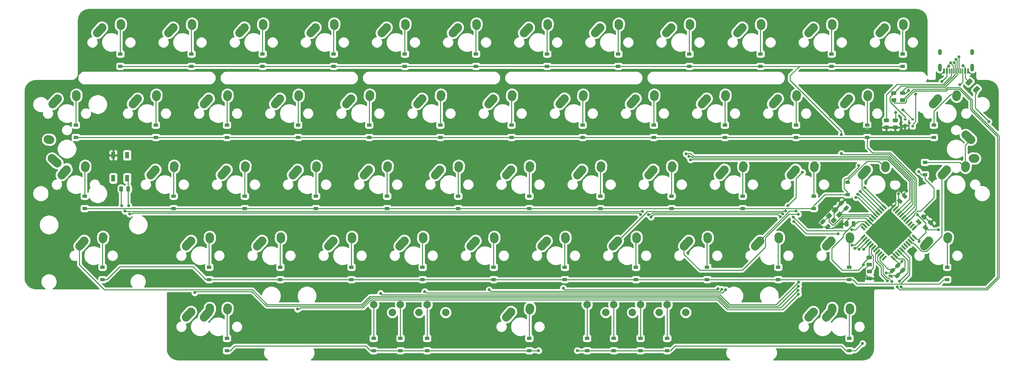
<source format=gbr>
G04 #@! TF.GenerationSoftware,KiCad,Pcbnew,(5.1.4)-1*
G04 #@! TF.CreationDate,2021-02-18T16:48:32-08:00*
G04 #@! TF.ProjectId,IBM029Punch,49424d30-3239-4507-956e-63682e6b6963,rev?*
G04 #@! TF.SameCoordinates,Original*
G04 #@! TF.FileFunction,Copper,L2,Bot*
G04 #@! TF.FilePolarity,Positive*
%FSLAX46Y46*%
G04 Gerber Fmt 4.6, Leading zero omitted, Abs format (unit mm)*
G04 Created by KiCad (PCBNEW (5.1.4)-1) date 2021-02-18 16:48:32*
%MOMM*%
%LPD*%
G04 APERTURE LIST*
%ADD10C,2.250000*%
%ADD11C,2.250000*%
%ADD12C,2.000000*%
%ADD13C,1.200000*%
%ADD14C,0.100000*%
%ADD15R,0.600000X1.450000*%
%ADD16R,0.300000X1.450000*%
%ADD17O,1.000000X2.100000*%
%ADD18O,1.000000X1.600000*%
%ADD19C,0.550000*%
%ADD20R,0.700000X1.000000*%
%ADD21R,0.700000X0.600000*%
%ADD22R,1.100000X1.800000*%
%ADD23C,0.975000*%
%ADD24C,1.250000*%
%ADD25R,1.200000X0.900000*%
%ADD26C,0.800000*%
%ADD27C,0.250000*%
%ADD28C,0.254000*%
G04 APERTURE END LIST*
D10*
X238007260Y-98394180D03*
X237353529Y-99125320D03*
D11*
X236697260Y-99854180D02*
X238009798Y-98396460D01*
D10*
X243047260Y-97314180D03*
X243027537Y-97604199D03*
D11*
X243007260Y-97894180D02*
X243047814Y-97314218D01*
D10*
X71319060Y-98394180D03*
X70665329Y-99125320D03*
D11*
X70009060Y-99854180D02*
X71321598Y-98396460D01*
D10*
X76359060Y-97314180D03*
X76339337Y-97604199D03*
D11*
X76319060Y-97894180D02*
X76359614Y-97314218D01*
D12*
X189547650Y-98594180D03*
X184547650Y-96494180D03*
X132397410Y-98594180D03*
X127397410Y-96494180D03*
X182403870Y-98594180D03*
X177403870Y-96494180D03*
X139541190Y-98594180D03*
X134541190Y-96494180D03*
X203835210Y-98594180D03*
X198835210Y-96494180D03*
X196691430Y-98594180D03*
X191691430Y-96494180D03*
X125253630Y-98594180D03*
X120253630Y-96494180D03*
D10*
X34100160Y-57268980D03*
X34830156Y-57923985D03*
D11*
X35560160Y-58578980D02*
X34100152Y-57268990D01*
D10*
X33020160Y-52228980D03*
X33310160Y-52248981D03*
D11*
X33600160Y-52268980D02*
X33020160Y-52228982D01*
D10*
X280226160Y-52268980D03*
X279496164Y-51613975D03*
D11*
X278766160Y-50958980D02*
X280226168Y-52268970D01*
D10*
X281306160Y-57308980D03*
X281016160Y-57288979D03*
D11*
X280726160Y-57268980D02*
X281306160Y-57308978D01*
D10*
X242769780Y-98394180D03*
X242114781Y-99124180D03*
D11*
X241459780Y-99854180D02*
X242769782Y-98394180D01*
D10*
X247809780Y-97314180D03*
X247789780Y-97604180D03*
D11*
X247769780Y-97894180D02*
X247809780Y-97314180D01*
D10*
X157044420Y-98394180D03*
X156389421Y-99124180D03*
D11*
X155734420Y-99854180D02*
X157044422Y-98394180D01*
D10*
X162084420Y-97314180D03*
X162064420Y-97604180D03*
D11*
X162044420Y-97894180D02*
X162084420Y-97314180D01*
D10*
X273726160Y-60294020D03*
X273071161Y-61024020D03*
D11*
X272416160Y-61754020D02*
X273726162Y-60294020D01*
D10*
X278766160Y-59214020D03*
X278746160Y-59504020D03*
D11*
X278726160Y-59794020D02*
X278766160Y-59214020D01*
D10*
X271344900Y-41243940D03*
X270689901Y-41973940D03*
D11*
X270034900Y-42703940D02*
X271344902Y-41243940D01*
D10*
X276384900Y-40163940D03*
X276364900Y-40453940D03*
D11*
X276344900Y-40743940D02*
X276384900Y-40163940D01*
D10*
X157044420Y-98394180D03*
X156389421Y-99124180D03*
D11*
X155734420Y-99854180D02*
X157044422Y-98394180D01*
D10*
X162084420Y-97314180D03*
X162064420Y-97604180D03*
D11*
X162044420Y-97894180D02*
X162084420Y-97314180D01*
D10*
X76081580Y-98394180D03*
X75426581Y-99124180D03*
D11*
X74771580Y-99854180D02*
X76081582Y-98394180D01*
D10*
X81121580Y-97314180D03*
X81101580Y-97604180D03*
D11*
X81081580Y-97894180D02*
X81121580Y-97314180D01*
D13*
X243789457Y-71143905D03*
D14*
G36*
X243860168Y-70224666D02*
G01*
X244708696Y-71073194D01*
X243718746Y-72063144D01*
X242870218Y-71214616D01*
X243860168Y-70224666D01*
X243860168Y-70224666D01*
G37*
D13*
X242233822Y-72699540D03*
D14*
G36*
X242304533Y-71780301D02*
G01*
X243153061Y-72628829D01*
X242163111Y-73618779D01*
X241314583Y-72770251D01*
X242304533Y-71780301D01*
X242304533Y-71780301D01*
G37*
D13*
X243435903Y-73901621D03*
D14*
G36*
X243506614Y-72982382D02*
G01*
X244355142Y-73830910D01*
X243365192Y-74820860D01*
X242516664Y-73972332D01*
X243506614Y-72982382D01*
X243506614Y-72982382D01*
G37*
D13*
X244991538Y-72345986D03*
D14*
G36*
X245062249Y-71426747D02*
G01*
X245910777Y-72275275D01*
X244920827Y-73265225D01*
X244072299Y-72416697D01*
X245062249Y-71426747D01*
X245062249Y-71426747D01*
G37*
D15*
X279451160Y-33888860D03*
X273001160Y-33888860D03*
X278676160Y-33888860D03*
X273776160Y-33888860D03*
D16*
X274476160Y-33888860D03*
X277976160Y-33888860D03*
X274976160Y-33888860D03*
X277476160Y-33888860D03*
X275476160Y-33888860D03*
X276976160Y-33888860D03*
X276476160Y-33888860D03*
X275976160Y-33888860D03*
D17*
X271906160Y-32973860D03*
X280546160Y-32973860D03*
D18*
X271906160Y-28793860D03*
X280546160Y-28793860D03*
D19*
X259377034Y-83998871D03*
D14*
G36*
X258652250Y-83662995D02*
G01*
X259041158Y-83274087D01*
X260101818Y-84334747D01*
X259712910Y-84723655D01*
X258652250Y-83662995D01*
X258652250Y-83662995D01*
G37*
D19*
X259942719Y-83433185D03*
D14*
G36*
X259217935Y-83097309D02*
G01*
X259606843Y-82708401D01*
X260667503Y-83769061D01*
X260278595Y-84157969D01*
X259217935Y-83097309D01*
X259217935Y-83097309D01*
G37*
D19*
X260508404Y-82867500D03*
D14*
G36*
X259783620Y-82531624D02*
G01*
X260172528Y-82142716D01*
X261233188Y-83203376D01*
X260844280Y-83592284D01*
X259783620Y-82531624D01*
X259783620Y-82531624D01*
G37*
D19*
X261074090Y-82301815D03*
D14*
G36*
X260349306Y-81965939D02*
G01*
X260738214Y-81577031D01*
X261798874Y-82637691D01*
X261409966Y-83026599D01*
X260349306Y-81965939D01*
X260349306Y-81965939D01*
G37*
D19*
X261639775Y-81736129D03*
D14*
G36*
X260914991Y-81400253D02*
G01*
X261303899Y-81011345D01*
X262364559Y-82072005D01*
X261975651Y-82460913D01*
X260914991Y-81400253D01*
X260914991Y-81400253D01*
G37*
D19*
X262205461Y-81170444D03*
D14*
G36*
X261480677Y-80834568D02*
G01*
X261869585Y-80445660D01*
X262930245Y-81506320D01*
X262541337Y-81895228D01*
X261480677Y-80834568D01*
X261480677Y-80834568D01*
G37*
D19*
X262771146Y-80604758D03*
D14*
G36*
X262046362Y-80268882D02*
G01*
X262435270Y-79879974D01*
X263495930Y-80940634D01*
X263107022Y-81329542D01*
X262046362Y-80268882D01*
X262046362Y-80268882D01*
G37*
D19*
X263336832Y-80039073D03*
D14*
G36*
X262612048Y-79703197D02*
G01*
X263000956Y-79314289D01*
X264061616Y-80374949D01*
X263672708Y-80763857D01*
X262612048Y-79703197D01*
X262612048Y-79703197D01*
G37*
D19*
X263902517Y-79473387D03*
D14*
G36*
X263177733Y-79137511D02*
G01*
X263566641Y-78748603D01*
X264627301Y-79809263D01*
X264238393Y-80198171D01*
X263177733Y-79137511D01*
X263177733Y-79137511D01*
G37*
D19*
X264468202Y-78907702D03*
D14*
G36*
X263743418Y-78571826D02*
G01*
X264132326Y-78182918D01*
X265192986Y-79243578D01*
X264804078Y-79632486D01*
X263743418Y-78571826D01*
X263743418Y-78571826D01*
G37*
D19*
X265033888Y-78342017D03*
D14*
G36*
X264309104Y-78006141D02*
G01*
X264698012Y-77617233D01*
X265758672Y-78677893D01*
X265369764Y-79066801D01*
X264309104Y-78006141D01*
X264309104Y-78006141D01*
G37*
D19*
X265033888Y-75937853D03*
D14*
G36*
X264698012Y-76662637D02*
G01*
X264309104Y-76273729D01*
X265369764Y-75213069D01*
X265758672Y-75601977D01*
X264698012Y-76662637D01*
X264698012Y-76662637D01*
G37*
D19*
X264468202Y-75372168D03*
D14*
G36*
X264132326Y-76096952D02*
G01*
X263743418Y-75708044D01*
X264804078Y-74647384D01*
X265192986Y-75036292D01*
X264132326Y-76096952D01*
X264132326Y-76096952D01*
G37*
D19*
X263902517Y-74806483D03*
D14*
G36*
X263566641Y-75531267D02*
G01*
X263177733Y-75142359D01*
X264238393Y-74081699D01*
X264627301Y-74470607D01*
X263566641Y-75531267D01*
X263566641Y-75531267D01*
G37*
D19*
X263336832Y-74240797D03*
D14*
G36*
X263000956Y-74965581D02*
G01*
X262612048Y-74576673D01*
X263672708Y-73516013D01*
X264061616Y-73904921D01*
X263000956Y-74965581D01*
X263000956Y-74965581D01*
G37*
D19*
X262771146Y-73675112D03*
D14*
G36*
X262435270Y-74399896D02*
G01*
X262046362Y-74010988D01*
X263107022Y-72950328D01*
X263495930Y-73339236D01*
X262435270Y-74399896D01*
X262435270Y-74399896D01*
G37*
D19*
X262205461Y-73109426D03*
D14*
G36*
X261869585Y-73834210D02*
G01*
X261480677Y-73445302D01*
X262541337Y-72384642D01*
X262930245Y-72773550D01*
X261869585Y-73834210D01*
X261869585Y-73834210D01*
G37*
D19*
X261639775Y-72543741D03*
D14*
G36*
X261303899Y-73268525D02*
G01*
X260914991Y-72879617D01*
X261975651Y-71818957D01*
X262364559Y-72207865D01*
X261303899Y-73268525D01*
X261303899Y-73268525D01*
G37*
D19*
X261074090Y-71978055D03*
D14*
G36*
X260738214Y-72702839D02*
G01*
X260349306Y-72313931D01*
X261409966Y-71253271D01*
X261798874Y-71642179D01*
X260738214Y-72702839D01*
X260738214Y-72702839D01*
G37*
D19*
X260508404Y-71412370D03*
D14*
G36*
X260172528Y-72137154D02*
G01*
X259783620Y-71748246D01*
X260844280Y-70687586D01*
X261233188Y-71076494D01*
X260172528Y-72137154D01*
X260172528Y-72137154D01*
G37*
D19*
X259942719Y-70846685D03*
D14*
G36*
X259606843Y-71571469D02*
G01*
X259217935Y-71182561D01*
X260278595Y-70121901D01*
X260667503Y-70510809D01*
X259606843Y-71571469D01*
X259606843Y-71571469D01*
G37*
D19*
X259377034Y-70280999D03*
D14*
G36*
X259041158Y-71005783D02*
G01*
X258652250Y-70616875D01*
X259712910Y-69556215D01*
X260101818Y-69945123D01*
X259041158Y-71005783D01*
X259041158Y-71005783D01*
G37*
D19*
X256972870Y-70280999D03*
D14*
G36*
X256248086Y-69945123D02*
G01*
X256636994Y-69556215D01*
X257697654Y-70616875D01*
X257308746Y-71005783D01*
X256248086Y-69945123D01*
X256248086Y-69945123D01*
G37*
D19*
X256407185Y-70846685D03*
D14*
G36*
X255682401Y-70510809D02*
G01*
X256071309Y-70121901D01*
X257131969Y-71182561D01*
X256743061Y-71571469D01*
X255682401Y-70510809D01*
X255682401Y-70510809D01*
G37*
D19*
X255841500Y-71412370D03*
D14*
G36*
X255116716Y-71076494D02*
G01*
X255505624Y-70687586D01*
X256566284Y-71748246D01*
X256177376Y-72137154D01*
X255116716Y-71076494D01*
X255116716Y-71076494D01*
G37*
D19*
X255275814Y-71978055D03*
D14*
G36*
X254551030Y-71642179D02*
G01*
X254939938Y-71253271D01*
X256000598Y-72313931D01*
X255611690Y-72702839D01*
X254551030Y-71642179D01*
X254551030Y-71642179D01*
G37*
D19*
X254710129Y-72543741D03*
D14*
G36*
X253985345Y-72207865D02*
G01*
X254374253Y-71818957D01*
X255434913Y-72879617D01*
X255046005Y-73268525D01*
X253985345Y-72207865D01*
X253985345Y-72207865D01*
G37*
D19*
X254144443Y-73109426D03*
D14*
G36*
X253419659Y-72773550D02*
G01*
X253808567Y-72384642D01*
X254869227Y-73445302D01*
X254480319Y-73834210D01*
X253419659Y-72773550D01*
X253419659Y-72773550D01*
G37*
D19*
X253578758Y-73675112D03*
D14*
G36*
X252853974Y-73339236D02*
G01*
X253242882Y-72950328D01*
X254303542Y-74010988D01*
X253914634Y-74399896D01*
X252853974Y-73339236D01*
X252853974Y-73339236D01*
G37*
D19*
X253013072Y-74240797D03*
D14*
G36*
X252288288Y-73904921D02*
G01*
X252677196Y-73516013D01*
X253737856Y-74576673D01*
X253348948Y-74965581D01*
X252288288Y-73904921D01*
X252288288Y-73904921D01*
G37*
D19*
X252447387Y-74806483D03*
D14*
G36*
X251722603Y-74470607D02*
G01*
X252111511Y-74081699D01*
X253172171Y-75142359D01*
X252783263Y-75531267D01*
X251722603Y-74470607D01*
X251722603Y-74470607D01*
G37*
D19*
X251881702Y-75372168D03*
D14*
G36*
X251156918Y-75036292D02*
G01*
X251545826Y-74647384D01*
X252606486Y-75708044D01*
X252217578Y-76096952D01*
X251156918Y-75036292D01*
X251156918Y-75036292D01*
G37*
D19*
X251316016Y-75937853D03*
D14*
G36*
X250591232Y-75601977D02*
G01*
X250980140Y-75213069D01*
X252040800Y-76273729D01*
X251651892Y-76662637D01*
X250591232Y-75601977D01*
X250591232Y-75601977D01*
G37*
D19*
X251316016Y-78342017D03*
D14*
G36*
X250980140Y-79066801D02*
G01*
X250591232Y-78677893D01*
X251651892Y-77617233D01*
X252040800Y-78006141D01*
X250980140Y-79066801D01*
X250980140Y-79066801D01*
G37*
D19*
X251881702Y-78907702D03*
D14*
G36*
X251545826Y-79632486D02*
G01*
X251156918Y-79243578D01*
X252217578Y-78182918D01*
X252606486Y-78571826D01*
X251545826Y-79632486D01*
X251545826Y-79632486D01*
G37*
D19*
X252447387Y-79473387D03*
D14*
G36*
X252111511Y-80198171D02*
G01*
X251722603Y-79809263D01*
X252783263Y-78748603D01*
X253172171Y-79137511D01*
X252111511Y-80198171D01*
X252111511Y-80198171D01*
G37*
D19*
X253013072Y-80039073D03*
D14*
G36*
X252677196Y-80763857D02*
G01*
X252288288Y-80374949D01*
X253348948Y-79314289D01*
X253737856Y-79703197D01*
X252677196Y-80763857D01*
X252677196Y-80763857D01*
G37*
D19*
X253578758Y-80604758D03*
D14*
G36*
X253242882Y-81329542D02*
G01*
X252853974Y-80940634D01*
X253914634Y-79879974D01*
X254303542Y-80268882D01*
X253242882Y-81329542D01*
X253242882Y-81329542D01*
G37*
D19*
X254144443Y-81170444D03*
D14*
G36*
X253808567Y-81895228D02*
G01*
X253419659Y-81506320D01*
X254480319Y-80445660D01*
X254869227Y-80834568D01*
X253808567Y-81895228D01*
X253808567Y-81895228D01*
G37*
D19*
X254710129Y-81736129D03*
D14*
G36*
X254374253Y-82460913D02*
G01*
X253985345Y-82072005D01*
X255046005Y-81011345D01*
X255434913Y-81400253D01*
X254374253Y-82460913D01*
X254374253Y-82460913D01*
G37*
D19*
X255275814Y-82301815D03*
D14*
G36*
X254939938Y-83026599D02*
G01*
X254551030Y-82637691D01*
X255611690Y-81577031D01*
X256000598Y-81965939D01*
X254939938Y-83026599D01*
X254939938Y-83026599D01*
G37*
D19*
X255841500Y-82867500D03*
D14*
G36*
X255505624Y-83592284D02*
G01*
X255116716Y-83203376D01*
X256177376Y-82142716D01*
X256566284Y-82531624D01*
X255505624Y-83592284D01*
X255505624Y-83592284D01*
G37*
D19*
X256407185Y-83433185D03*
D14*
G36*
X256071309Y-84157969D02*
G01*
X255682401Y-83769061D01*
X256743061Y-82708401D01*
X257131969Y-83097309D01*
X256071309Y-84157969D01*
X256071309Y-84157969D01*
G37*
D19*
X256972870Y-83998871D03*
D14*
G36*
X256636994Y-84723655D02*
G01*
X256248086Y-84334747D01*
X257308746Y-83274087D01*
X257697654Y-83662995D01*
X256636994Y-84723655D01*
X256636994Y-84723655D01*
G37*
D20*
X262591800Y-48542600D03*
D21*
X264591800Y-48742600D03*
X262591800Y-46842600D03*
X264591800Y-46842600D03*
D22*
X50537720Y-62631500D03*
X54237720Y-56431500D03*
X54237720Y-62631500D03*
X50537720Y-56431500D03*
D14*
G36*
X266116432Y-73582849D02*
G01*
X266140093Y-73586359D01*
X266163297Y-73592171D01*
X266185819Y-73600229D01*
X266207443Y-73610457D01*
X266227960Y-73622754D01*
X266247173Y-73637004D01*
X266264897Y-73653068D01*
X266910132Y-74298303D01*
X266926196Y-74316027D01*
X266940446Y-74335240D01*
X266952743Y-74355757D01*
X266962971Y-74377381D01*
X266971029Y-74399903D01*
X266976841Y-74423107D01*
X266980351Y-74446768D01*
X266981525Y-74470660D01*
X266980351Y-74494552D01*
X266976841Y-74518213D01*
X266971029Y-74541417D01*
X266962971Y-74563939D01*
X266952743Y-74585563D01*
X266940446Y-74606080D01*
X266926196Y-74625293D01*
X266910132Y-74643017D01*
X266565417Y-74987732D01*
X266547693Y-75003796D01*
X266528480Y-75018046D01*
X266507963Y-75030343D01*
X266486339Y-75040571D01*
X266463817Y-75048629D01*
X266440613Y-75054441D01*
X266416952Y-75057951D01*
X266393060Y-75059125D01*
X266369168Y-75057951D01*
X266345507Y-75054441D01*
X266322303Y-75048629D01*
X266299781Y-75040571D01*
X266278157Y-75030343D01*
X266257640Y-75018046D01*
X266238427Y-75003796D01*
X266220703Y-74987732D01*
X265575468Y-74342497D01*
X265559404Y-74324773D01*
X265545154Y-74305560D01*
X265532857Y-74285043D01*
X265522629Y-74263419D01*
X265514571Y-74240897D01*
X265508759Y-74217693D01*
X265505249Y-74194032D01*
X265504075Y-74170140D01*
X265505249Y-74146248D01*
X265508759Y-74122587D01*
X265514571Y-74099383D01*
X265522629Y-74076861D01*
X265532857Y-74055237D01*
X265545154Y-74034720D01*
X265559404Y-74015507D01*
X265575468Y-73997783D01*
X265920183Y-73653068D01*
X265937907Y-73637004D01*
X265957120Y-73622754D01*
X265977637Y-73610457D01*
X265999261Y-73600229D01*
X266021783Y-73592171D01*
X266044987Y-73586359D01*
X266068648Y-73582849D01*
X266092540Y-73581675D01*
X266116432Y-73582849D01*
X266116432Y-73582849D01*
G37*
D23*
X266242800Y-74320400D03*
D14*
G36*
X267442258Y-72257023D02*
G01*
X267465919Y-72260533D01*
X267489123Y-72266345D01*
X267511645Y-72274403D01*
X267533269Y-72284631D01*
X267553786Y-72296928D01*
X267572999Y-72311178D01*
X267590723Y-72327242D01*
X268235958Y-72972477D01*
X268252022Y-72990201D01*
X268266272Y-73009414D01*
X268278569Y-73029931D01*
X268288797Y-73051555D01*
X268296855Y-73074077D01*
X268302667Y-73097281D01*
X268306177Y-73120942D01*
X268307351Y-73144834D01*
X268306177Y-73168726D01*
X268302667Y-73192387D01*
X268296855Y-73215591D01*
X268288797Y-73238113D01*
X268278569Y-73259737D01*
X268266272Y-73280254D01*
X268252022Y-73299467D01*
X268235958Y-73317191D01*
X267891243Y-73661906D01*
X267873519Y-73677970D01*
X267854306Y-73692220D01*
X267833789Y-73704517D01*
X267812165Y-73714745D01*
X267789643Y-73722803D01*
X267766439Y-73728615D01*
X267742778Y-73732125D01*
X267718886Y-73733299D01*
X267694994Y-73732125D01*
X267671333Y-73728615D01*
X267648129Y-73722803D01*
X267625607Y-73714745D01*
X267603983Y-73704517D01*
X267583466Y-73692220D01*
X267564253Y-73677970D01*
X267546529Y-73661906D01*
X266901294Y-73016671D01*
X266885230Y-72998947D01*
X266870980Y-72979734D01*
X266858683Y-72959217D01*
X266848455Y-72937593D01*
X266840397Y-72915071D01*
X266834585Y-72891867D01*
X266831075Y-72868206D01*
X266829901Y-72844314D01*
X266831075Y-72820422D01*
X266834585Y-72796761D01*
X266840397Y-72773557D01*
X266848455Y-72751035D01*
X266858683Y-72729411D01*
X266870980Y-72708894D01*
X266885230Y-72689681D01*
X266901294Y-72671957D01*
X267246009Y-72327242D01*
X267263733Y-72311178D01*
X267282946Y-72296928D01*
X267303463Y-72284631D01*
X267325087Y-72274403D01*
X267347609Y-72266345D01*
X267370813Y-72260533D01*
X267394474Y-72257023D01*
X267418366Y-72255849D01*
X267442258Y-72257023D01*
X267442258Y-72257023D01*
G37*
D23*
X267568626Y-72994574D03*
D14*
G36*
X260437542Y-46610944D02*
G01*
X260461203Y-46614454D01*
X260484407Y-46620266D01*
X260506929Y-46628324D01*
X260528553Y-46638552D01*
X260549070Y-46650849D01*
X260568283Y-46665099D01*
X260586007Y-46681163D01*
X260602071Y-46698887D01*
X260616321Y-46718100D01*
X260628618Y-46738617D01*
X260638846Y-46760241D01*
X260646904Y-46782763D01*
X260652716Y-46805967D01*
X260656226Y-46829628D01*
X260657400Y-46853520D01*
X260657400Y-47341020D01*
X260656226Y-47364912D01*
X260652716Y-47388573D01*
X260646904Y-47411777D01*
X260638846Y-47434299D01*
X260628618Y-47455923D01*
X260616321Y-47476440D01*
X260602071Y-47495653D01*
X260586007Y-47513377D01*
X260568283Y-47529441D01*
X260549070Y-47543691D01*
X260528553Y-47555988D01*
X260506929Y-47566216D01*
X260484407Y-47574274D01*
X260461203Y-47580086D01*
X260437542Y-47583596D01*
X260413650Y-47584770D01*
X259501150Y-47584770D01*
X259477258Y-47583596D01*
X259453597Y-47580086D01*
X259430393Y-47574274D01*
X259407871Y-47566216D01*
X259386247Y-47555988D01*
X259365730Y-47543691D01*
X259346517Y-47529441D01*
X259328793Y-47513377D01*
X259312729Y-47495653D01*
X259298479Y-47476440D01*
X259286182Y-47455923D01*
X259275954Y-47434299D01*
X259267896Y-47411777D01*
X259262084Y-47388573D01*
X259258574Y-47364912D01*
X259257400Y-47341020D01*
X259257400Y-46853520D01*
X259258574Y-46829628D01*
X259262084Y-46805967D01*
X259267896Y-46782763D01*
X259275954Y-46760241D01*
X259286182Y-46738617D01*
X259298479Y-46718100D01*
X259312729Y-46698887D01*
X259328793Y-46681163D01*
X259346517Y-46665099D01*
X259365730Y-46650849D01*
X259386247Y-46638552D01*
X259407871Y-46628324D01*
X259430393Y-46620266D01*
X259453597Y-46614454D01*
X259477258Y-46610944D01*
X259501150Y-46609770D01*
X260413650Y-46609770D01*
X260437542Y-46610944D01*
X260437542Y-46610944D01*
G37*
D23*
X259957400Y-47097270D03*
D14*
G36*
X260437542Y-48485944D02*
G01*
X260461203Y-48489454D01*
X260484407Y-48495266D01*
X260506929Y-48503324D01*
X260528553Y-48513552D01*
X260549070Y-48525849D01*
X260568283Y-48540099D01*
X260586007Y-48556163D01*
X260602071Y-48573887D01*
X260616321Y-48593100D01*
X260628618Y-48613617D01*
X260638846Y-48635241D01*
X260646904Y-48657763D01*
X260652716Y-48680967D01*
X260656226Y-48704628D01*
X260657400Y-48728520D01*
X260657400Y-49216020D01*
X260656226Y-49239912D01*
X260652716Y-49263573D01*
X260646904Y-49286777D01*
X260638846Y-49309299D01*
X260628618Y-49330923D01*
X260616321Y-49351440D01*
X260602071Y-49370653D01*
X260586007Y-49388377D01*
X260568283Y-49404441D01*
X260549070Y-49418691D01*
X260528553Y-49430988D01*
X260506929Y-49441216D01*
X260484407Y-49449274D01*
X260461203Y-49455086D01*
X260437542Y-49458596D01*
X260413650Y-49459770D01*
X259501150Y-49459770D01*
X259477258Y-49458596D01*
X259453597Y-49455086D01*
X259430393Y-49449274D01*
X259407871Y-49441216D01*
X259386247Y-49430988D01*
X259365730Y-49418691D01*
X259346517Y-49404441D01*
X259328793Y-49388377D01*
X259312729Y-49370653D01*
X259298479Y-49351440D01*
X259286182Y-49330923D01*
X259275954Y-49309299D01*
X259267896Y-49286777D01*
X259262084Y-49263573D01*
X259258574Y-49239912D01*
X259257400Y-49216020D01*
X259257400Y-48728520D01*
X259258574Y-48704628D01*
X259262084Y-48680967D01*
X259267896Y-48657763D01*
X259275954Y-48635241D01*
X259286182Y-48613617D01*
X259298479Y-48593100D01*
X259312729Y-48573887D01*
X259328793Y-48556163D01*
X259346517Y-48540099D01*
X259365730Y-48525849D01*
X259386247Y-48513552D01*
X259407871Y-48503324D01*
X259430393Y-48495266D01*
X259453597Y-48489454D01*
X259477258Y-48485944D01*
X259501150Y-48484770D01*
X260413650Y-48484770D01*
X260437542Y-48485944D01*
X260437542Y-48485944D01*
G37*
D23*
X259957400Y-48972270D03*
D14*
G36*
X258056282Y-46610944D02*
G01*
X258079943Y-46614454D01*
X258103147Y-46620266D01*
X258125669Y-46628324D01*
X258147293Y-46638552D01*
X258167810Y-46650849D01*
X258187023Y-46665099D01*
X258204747Y-46681163D01*
X258220811Y-46698887D01*
X258235061Y-46718100D01*
X258247358Y-46738617D01*
X258257586Y-46760241D01*
X258265644Y-46782763D01*
X258271456Y-46805967D01*
X258274966Y-46829628D01*
X258276140Y-46853520D01*
X258276140Y-47341020D01*
X258274966Y-47364912D01*
X258271456Y-47388573D01*
X258265644Y-47411777D01*
X258257586Y-47434299D01*
X258247358Y-47455923D01*
X258235061Y-47476440D01*
X258220811Y-47495653D01*
X258204747Y-47513377D01*
X258187023Y-47529441D01*
X258167810Y-47543691D01*
X258147293Y-47555988D01*
X258125669Y-47566216D01*
X258103147Y-47574274D01*
X258079943Y-47580086D01*
X258056282Y-47583596D01*
X258032390Y-47584770D01*
X257119890Y-47584770D01*
X257095998Y-47583596D01*
X257072337Y-47580086D01*
X257049133Y-47574274D01*
X257026611Y-47566216D01*
X257004987Y-47555988D01*
X256984470Y-47543691D01*
X256965257Y-47529441D01*
X256947533Y-47513377D01*
X256931469Y-47495653D01*
X256917219Y-47476440D01*
X256904922Y-47455923D01*
X256894694Y-47434299D01*
X256886636Y-47411777D01*
X256880824Y-47388573D01*
X256877314Y-47364912D01*
X256876140Y-47341020D01*
X256876140Y-46853520D01*
X256877314Y-46829628D01*
X256880824Y-46805967D01*
X256886636Y-46782763D01*
X256894694Y-46760241D01*
X256904922Y-46738617D01*
X256917219Y-46718100D01*
X256931469Y-46698887D01*
X256947533Y-46681163D01*
X256965257Y-46665099D01*
X256984470Y-46650849D01*
X257004987Y-46638552D01*
X257026611Y-46628324D01*
X257049133Y-46620266D01*
X257072337Y-46614454D01*
X257095998Y-46610944D01*
X257119890Y-46609770D01*
X258032390Y-46609770D01*
X258056282Y-46610944D01*
X258056282Y-46610944D01*
G37*
D23*
X257576140Y-47097270D03*
D14*
G36*
X258056282Y-48485944D02*
G01*
X258079943Y-48489454D01*
X258103147Y-48495266D01*
X258125669Y-48503324D01*
X258147293Y-48513552D01*
X258167810Y-48525849D01*
X258187023Y-48540099D01*
X258204747Y-48556163D01*
X258220811Y-48573887D01*
X258235061Y-48593100D01*
X258247358Y-48613617D01*
X258257586Y-48635241D01*
X258265644Y-48657763D01*
X258271456Y-48680967D01*
X258274966Y-48704628D01*
X258276140Y-48728520D01*
X258276140Y-49216020D01*
X258274966Y-49239912D01*
X258271456Y-49263573D01*
X258265644Y-49286777D01*
X258257586Y-49309299D01*
X258247358Y-49330923D01*
X258235061Y-49351440D01*
X258220811Y-49370653D01*
X258204747Y-49388377D01*
X258187023Y-49404441D01*
X258167810Y-49418691D01*
X258147293Y-49430988D01*
X258125669Y-49441216D01*
X258103147Y-49449274D01*
X258079943Y-49455086D01*
X258056282Y-49458596D01*
X258032390Y-49459770D01*
X257119890Y-49459770D01*
X257095998Y-49458596D01*
X257072337Y-49455086D01*
X257049133Y-49449274D01*
X257026611Y-49441216D01*
X257004987Y-49430988D01*
X256984470Y-49418691D01*
X256965257Y-49404441D01*
X256947533Y-49388377D01*
X256931469Y-49370653D01*
X256917219Y-49351440D01*
X256904922Y-49330923D01*
X256894694Y-49309299D01*
X256886636Y-49286777D01*
X256880824Y-49263573D01*
X256877314Y-49239912D01*
X256876140Y-49216020D01*
X256876140Y-48728520D01*
X256877314Y-48704628D01*
X256880824Y-48680967D01*
X256886636Y-48657763D01*
X256894694Y-48635241D01*
X256904922Y-48613617D01*
X256917219Y-48593100D01*
X256931469Y-48573887D01*
X256947533Y-48556163D01*
X256965257Y-48540099D01*
X256984470Y-48525849D01*
X257004987Y-48513552D01*
X257026611Y-48503324D01*
X257049133Y-48495266D01*
X257072337Y-48489454D01*
X257095998Y-48485944D01*
X257119890Y-48484770D01*
X258032390Y-48484770D01*
X258056282Y-48485944D01*
X258056282Y-48485944D01*
G37*
D23*
X257576140Y-48972270D03*
D14*
G36*
X54783492Y-64785824D02*
G01*
X54807153Y-64789334D01*
X54830357Y-64795146D01*
X54852879Y-64803204D01*
X54874503Y-64813432D01*
X54895020Y-64825729D01*
X54914233Y-64839979D01*
X54931957Y-64856043D01*
X54948021Y-64873767D01*
X54962271Y-64892980D01*
X54974568Y-64913497D01*
X54984796Y-64935121D01*
X54992854Y-64957643D01*
X54998666Y-64980847D01*
X55002176Y-65004508D01*
X55003350Y-65028400D01*
X55003350Y-65940900D01*
X55002176Y-65964792D01*
X54998666Y-65988453D01*
X54992854Y-66011657D01*
X54984796Y-66034179D01*
X54974568Y-66055803D01*
X54962271Y-66076320D01*
X54948021Y-66095533D01*
X54931957Y-66113257D01*
X54914233Y-66129321D01*
X54895020Y-66143571D01*
X54874503Y-66155868D01*
X54852879Y-66166096D01*
X54830357Y-66174154D01*
X54807153Y-66179966D01*
X54783492Y-66183476D01*
X54759600Y-66184650D01*
X54272100Y-66184650D01*
X54248208Y-66183476D01*
X54224547Y-66179966D01*
X54201343Y-66174154D01*
X54178821Y-66166096D01*
X54157197Y-66155868D01*
X54136680Y-66143571D01*
X54117467Y-66129321D01*
X54099743Y-66113257D01*
X54083679Y-66095533D01*
X54069429Y-66076320D01*
X54057132Y-66055803D01*
X54046904Y-66034179D01*
X54038846Y-66011657D01*
X54033034Y-65988453D01*
X54029524Y-65964792D01*
X54028350Y-65940900D01*
X54028350Y-65028400D01*
X54029524Y-65004508D01*
X54033034Y-64980847D01*
X54038846Y-64957643D01*
X54046904Y-64935121D01*
X54057132Y-64913497D01*
X54069429Y-64892980D01*
X54083679Y-64873767D01*
X54099743Y-64856043D01*
X54117467Y-64839979D01*
X54136680Y-64825729D01*
X54157197Y-64813432D01*
X54178821Y-64803204D01*
X54201343Y-64795146D01*
X54224547Y-64789334D01*
X54248208Y-64785824D01*
X54272100Y-64784650D01*
X54759600Y-64784650D01*
X54783492Y-64785824D01*
X54783492Y-64785824D01*
G37*
D23*
X54515850Y-65484650D03*
D14*
G36*
X52908492Y-64785824D02*
G01*
X52932153Y-64789334D01*
X52955357Y-64795146D01*
X52977879Y-64803204D01*
X52999503Y-64813432D01*
X53020020Y-64825729D01*
X53039233Y-64839979D01*
X53056957Y-64856043D01*
X53073021Y-64873767D01*
X53087271Y-64892980D01*
X53099568Y-64913497D01*
X53109796Y-64935121D01*
X53117854Y-64957643D01*
X53123666Y-64980847D01*
X53127176Y-65004508D01*
X53128350Y-65028400D01*
X53128350Y-65940900D01*
X53127176Y-65964792D01*
X53123666Y-65988453D01*
X53117854Y-66011657D01*
X53109796Y-66034179D01*
X53099568Y-66055803D01*
X53087271Y-66076320D01*
X53073021Y-66095533D01*
X53056957Y-66113257D01*
X53039233Y-66129321D01*
X53020020Y-66143571D01*
X52999503Y-66155868D01*
X52977879Y-66166096D01*
X52955357Y-66174154D01*
X52932153Y-66179966D01*
X52908492Y-66183476D01*
X52884600Y-66184650D01*
X52397100Y-66184650D01*
X52373208Y-66183476D01*
X52349547Y-66179966D01*
X52326343Y-66174154D01*
X52303821Y-66166096D01*
X52282197Y-66155868D01*
X52261680Y-66143571D01*
X52242467Y-66129321D01*
X52224743Y-66113257D01*
X52208679Y-66095533D01*
X52194429Y-66076320D01*
X52182132Y-66055803D01*
X52171904Y-66034179D01*
X52163846Y-66011657D01*
X52158034Y-65988453D01*
X52154524Y-65964792D01*
X52153350Y-65940900D01*
X52153350Y-65028400D01*
X52154524Y-65004508D01*
X52158034Y-64980847D01*
X52163846Y-64957643D01*
X52171904Y-64935121D01*
X52182132Y-64913497D01*
X52194429Y-64892980D01*
X52208679Y-64873767D01*
X52224743Y-64856043D01*
X52242467Y-64839979D01*
X52261680Y-64825729D01*
X52282197Y-64813432D01*
X52303821Y-64803204D01*
X52326343Y-64795146D01*
X52349547Y-64789334D01*
X52373208Y-64785824D01*
X52397100Y-64784650D01*
X52884600Y-64784650D01*
X52908492Y-64785824D01*
X52908492Y-64785824D01*
G37*
D23*
X52640850Y-65484650D03*
D14*
G36*
X260037482Y-39310724D02*
G01*
X260061143Y-39314234D01*
X260084347Y-39320046D01*
X260106869Y-39328104D01*
X260128493Y-39338332D01*
X260149010Y-39350629D01*
X260168223Y-39364879D01*
X260185947Y-39380943D01*
X260202011Y-39398667D01*
X260216261Y-39417880D01*
X260228558Y-39438397D01*
X260238786Y-39460021D01*
X260246844Y-39482543D01*
X260252656Y-39505747D01*
X260256166Y-39529408D01*
X260257340Y-39553300D01*
X260257340Y-40040800D01*
X260256166Y-40064692D01*
X260252656Y-40088353D01*
X260246844Y-40111557D01*
X260238786Y-40134079D01*
X260228558Y-40155703D01*
X260216261Y-40176220D01*
X260202011Y-40195433D01*
X260185947Y-40213157D01*
X260168223Y-40229221D01*
X260149010Y-40243471D01*
X260128493Y-40255768D01*
X260106869Y-40265996D01*
X260084347Y-40274054D01*
X260061143Y-40279866D01*
X260037482Y-40283376D01*
X260013590Y-40284550D01*
X259101090Y-40284550D01*
X259077198Y-40283376D01*
X259053537Y-40279866D01*
X259030333Y-40274054D01*
X259007811Y-40265996D01*
X258986187Y-40255768D01*
X258965670Y-40243471D01*
X258946457Y-40229221D01*
X258928733Y-40213157D01*
X258912669Y-40195433D01*
X258898419Y-40176220D01*
X258886122Y-40155703D01*
X258875894Y-40134079D01*
X258867836Y-40111557D01*
X258862024Y-40088353D01*
X258858514Y-40064692D01*
X258857340Y-40040800D01*
X258857340Y-39553300D01*
X258858514Y-39529408D01*
X258862024Y-39505747D01*
X258867836Y-39482543D01*
X258875894Y-39460021D01*
X258886122Y-39438397D01*
X258898419Y-39417880D01*
X258912669Y-39398667D01*
X258928733Y-39380943D01*
X258946457Y-39364879D01*
X258965670Y-39350629D01*
X258986187Y-39338332D01*
X259007811Y-39328104D01*
X259030333Y-39320046D01*
X259053537Y-39314234D01*
X259077198Y-39310724D01*
X259101090Y-39309550D01*
X260013590Y-39309550D01*
X260037482Y-39310724D01*
X260037482Y-39310724D01*
G37*
D23*
X259557340Y-39797050D03*
D14*
G36*
X260037482Y-41185724D02*
G01*
X260061143Y-41189234D01*
X260084347Y-41195046D01*
X260106869Y-41203104D01*
X260128493Y-41213332D01*
X260149010Y-41225629D01*
X260168223Y-41239879D01*
X260185947Y-41255943D01*
X260202011Y-41273667D01*
X260216261Y-41292880D01*
X260228558Y-41313397D01*
X260238786Y-41335021D01*
X260246844Y-41357543D01*
X260252656Y-41380747D01*
X260256166Y-41404408D01*
X260257340Y-41428300D01*
X260257340Y-41915800D01*
X260256166Y-41939692D01*
X260252656Y-41963353D01*
X260246844Y-41986557D01*
X260238786Y-42009079D01*
X260228558Y-42030703D01*
X260216261Y-42051220D01*
X260202011Y-42070433D01*
X260185947Y-42088157D01*
X260168223Y-42104221D01*
X260149010Y-42118471D01*
X260128493Y-42130768D01*
X260106869Y-42140996D01*
X260084347Y-42149054D01*
X260061143Y-42154866D01*
X260037482Y-42158376D01*
X260013590Y-42159550D01*
X259101090Y-42159550D01*
X259077198Y-42158376D01*
X259053537Y-42154866D01*
X259030333Y-42149054D01*
X259007811Y-42140996D01*
X258986187Y-42130768D01*
X258965670Y-42118471D01*
X258946457Y-42104221D01*
X258928733Y-42088157D01*
X258912669Y-42070433D01*
X258898419Y-42051220D01*
X258886122Y-42030703D01*
X258875894Y-42009079D01*
X258867836Y-41986557D01*
X258862024Y-41963353D01*
X258858514Y-41939692D01*
X258857340Y-41915800D01*
X258857340Y-41428300D01*
X258858514Y-41404408D01*
X258862024Y-41380747D01*
X258867836Y-41357543D01*
X258875894Y-41335021D01*
X258886122Y-41313397D01*
X258898419Y-41292880D01*
X258912669Y-41273667D01*
X258928733Y-41255943D01*
X258946457Y-41239879D01*
X258965670Y-41225629D01*
X258986187Y-41213332D01*
X259007811Y-41203104D01*
X259030333Y-41195046D01*
X259053537Y-41189234D01*
X259077198Y-41185724D01*
X259101090Y-41184550D01*
X260013590Y-41184550D01*
X260037482Y-41185724D01*
X260037482Y-41185724D01*
G37*
D23*
X259557340Y-41672050D03*
D14*
G36*
X262418742Y-39310724D02*
G01*
X262442403Y-39314234D01*
X262465607Y-39320046D01*
X262488129Y-39328104D01*
X262509753Y-39338332D01*
X262530270Y-39350629D01*
X262549483Y-39364879D01*
X262567207Y-39380943D01*
X262583271Y-39398667D01*
X262597521Y-39417880D01*
X262609818Y-39438397D01*
X262620046Y-39460021D01*
X262628104Y-39482543D01*
X262633916Y-39505747D01*
X262637426Y-39529408D01*
X262638600Y-39553300D01*
X262638600Y-40040800D01*
X262637426Y-40064692D01*
X262633916Y-40088353D01*
X262628104Y-40111557D01*
X262620046Y-40134079D01*
X262609818Y-40155703D01*
X262597521Y-40176220D01*
X262583271Y-40195433D01*
X262567207Y-40213157D01*
X262549483Y-40229221D01*
X262530270Y-40243471D01*
X262509753Y-40255768D01*
X262488129Y-40265996D01*
X262465607Y-40274054D01*
X262442403Y-40279866D01*
X262418742Y-40283376D01*
X262394850Y-40284550D01*
X261482350Y-40284550D01*
X261458458Y-40283376D01*
X261434797Y-40279866D01*
X261411593Y-40274054D01*
X261389071Y-40265996D01*
X261367447Y-40255768D01*
X261346930Y-40243471D01*
X261327717Y-40229221D01*
X261309993Y-40213157D01*
X261293929Y-40195433D01*
X261279679Y-40176220D01*
X261267382Y-40155703D01*
X261257154Y-40134079D01*
X261249096Y-40111557D01*
X261243284Y-40088353D01*
X261239774Y-40064692D01*
X261238600Y-40040800D01*
X261238600Y-39553300D01*
X261239774Y-39529408D01*
X261243284Y-39505747D01*
X261249096Y-39482543D01*
X261257154Y-39460021D01*
X261267382Y-39438397D01*
X261279679Y-39417880D01*
X261293929Y-39398667D01*
X261309993Y-39380943D01*
X261327717Y-39364879D01*
X261346930Y-39350629D01*
X261367447Y-39338332D01*
X261389071Y-39328104D01*
X261411593Y-39320046D01*
X261434797Y-39314234D01*
X261458458Y-39310724D01*
X261482350Y-39309550D01*
X262394850Y-39309550D01*
X262418742Y-39310724D01*
X262418742Y-39310724D01*
G37*
D23*
X261938600Y-39797050D03*
D14*
G36*
X262418742Y-41185724D02*
G01*
X262442403Y-41189234D01*
X262465607Y-41195046D01*
X262488129Y-41203104D01*
X262509753Y-41213332D01*
X262530270Y-41225629D01*
X262549483Y-41239879D01*
X262567207Y-41255943D01*
X262583271Y-41273667D01*
X262597521Y-41292880D01*
X262609818Y-41313397D01*
X262620046Y-41335021D01*
X262628104Y-41357543D01*
X262633916Y-41380747D01*
X262637426Y-41404408D01*
X262638600Y-41428300D01*
X262638600Y-41915800D01*
X262637426Y-41939692D01*
X262633916Y-41963353D01*
X262628104Y-41986557D01*
X262620046Y-42009079D01*
X262609818Y-42030703D01*
X262597521Y-42051220D01*
X262583271Y-42070433D01*
X262567207Y-42088157D01*
X262549483Y-42104221D01*
X262530270Y-42118471D01*
X262509753Y-42130768D01*
X262488129Y-42140996D01*
X262465607Y-42149054D01*
X262442403Y-42154866D01*
X262418742Y-42158376D01*
X262394850Y-42159550D01*
X261482350Y-42159550D01*
X261458458Y-42158376D01*
X261434797Y-42154866D01*
X261411593Y-42149054D01*
X261389071Y-42140996D01*
X261367447Y-42130768D01*
X261346930Y-42118471D01*
X261327717Y-42104221D01*
X261309993Y-42088157D01*
X261293929Y-42070433D01*
X261279679Y-42051220D01*
X261267382Y-42030703D01*
X261257154Y-42009079D01*
X261249096Y-41986557D01*
X261243284Y-41963353D01*
X261239774Y-41939692D01*
X261238600Y-41915800D01*
X261238600Y-41428300D01*
X261239774Y-41404408D01*
X261243284Y-41380747D01*
X261249096Y-41357543D01*
X261257154Y-41335021D01*
X261267382Y-41313397D01*
X261279679Y-41292880D01*
X261293929Y-41273667D01*
X261309993Y-41255943D01*
X261327717Y-41239879D01*
X261346930Y-41225629D01*
X261367447Y-41213332D01*
X261389071Y-41203104D01*
X261411593Y-41195046D01*
X261434797Y-41189234D01*
X261458458Y-41185724D01*
X261482350Y-41184550D01*
X262394850Y-41184550D01*
X262418742Y-41185724D01*
X262418742Y-41185724D01*
G37*
D23*
X261938600Y-41672050D03*
D10*
X268963640Y-79344100D03*
X268308641Y-80074100D03*
D11*
X267653640Y-80804100D02*
X268963642Y-79344100D01*
D10*
X274003640Y-78264100D03*
X273983640Y-78554100D03*
D11*
X273963640Y-78844100D02*
X274003640Y-78264100D01*
D10*
X242769780Y-79344100D03*
X242114781Y-80074100D03*
D11*
X241459780Y-80804100D02*
X242769782Y-79344100D01*
D10*
X247809780Y-78264100D03*
X247789780Y-78554100D03*
D11*
X247769780Y-78844100D02*
X247809780Y-78264100D01*
D10*
X223719700Y-79344100D03*
X223064701Y-80074100D03*
D11*
X222409700Y-80804100D02*
X223719702Y-79344100D01*
D10*
X228759700Y-78264100D03*
X228739700Y-78554100D03*
D11*
X228719700Y-78844100D02*
X228759700Y-78264100D01*
D10*
X204669620Y-79344100D03*
X204014621Y-80074100D03*
D11*
X203359620Y-80804100D02*
X204669622Y-79344100D01*
D10*
X209709620Y-78264100D03*
X209689620Y-78554100D03*
D11*
X209669620Y-78844100D02*
X209709620Y-78264100D01*
D10*
X185619540Y-79344100D03*
X184964541Y-80074100D03*
D11*
X184309540Y-80804100D02*
X185619542Y-79344100D01*
D10*
X190659540Y-78264100D03*
X190639540Y-78554100D03*
D11*
X190619540Y-78844100D02*
X190659540Y-78264100D01*
D10*
X166569460Y-79344100D03*
X165914461Y-80074100D03*
D11*
X165259460Y-80804100D02*
X166569462Y-79344100D01*
D10*
X171609460Y-78264100D03*
X171589460Y-78554100D03*
D11*
X171569460Y-78844100D02*
X171609460Y-78264100D01*
D10*
X147519380Y-79344100D03*
X146864381Y-80074100D03*
D11*
X146209380Y-80804100D02*
X147519382Y-79344100D01*
D10*
X152559380Y-78264100D03*
X152539380Y-78554100D03*
D11*
X152519380Y-78844100D02*
X152559380Y-78264100D01*
D10*
X128469300Y-79344100D03*
X127814301Y-80074100D03*
D11*
X127159300Y-80804100D02*
X128469302Y-79344100D01*
D10*
X133509300Y-78264100D03*
X133489300Y-78554100D03*
D11*
X133469300Y-78844100D02*
X133509300Y-78264100D01*
D10*
X109419220Y-79344100D03*
X108764221Y-80074100D03*
D11*
X108109220Y-80804100D02*
X109419222Y-79344100D01*
D10*
X114459220Y-78264100D03*
X114439220Y-78554100D03*
D11*
X114419220Y-78844100D02*
X114459220Y-78264100D01*
D10*
X90369140Y-79344100D03*
X89714141Y-80074100D03*
D11*
X89059140Y-80804100D02*
X90369142Y-79344100D01*
D10*
X95409140Y-78264100D03*
X95389140Y-78554100D03*
D11*
X95369140Y-78844100D02*
X95409140Y-78264100D01*
D10*
X71319060Y-79344100D03*
X70664061Y-80074100D03*
D11*
X70009060Y-80804100D02*
X71319062Y-79344100D01*
D10*
X76359060Y-78264100D03*
X76339060Y-78554100D03*
D11*
X76319060Y-78844100D02*
X76359060Y-78264100D01*
D10*
X42743940Y-79344100D03*
X42088941Y-80074100D03*
D11*
X41433940Y-80804100D02*
X42743942Y-79344100D01*
D10*
X47783940Y-78264100D03*
X47763940Y-78554100D03*
D11*
X47743940Y-78844100D02*
X47783940Y-78264100D01*
D10*
X252294820Y-60294020D03*
X251639821Y-61024020D03*
D11*
X250984820Y-61754020D02*
X252294822Y-60294020D01*
D10*
X257334820Y-59214020D03*
X257314820Y-59504020D03*
D11*
X257294820Y-59794020D02*
X257334820Y-59214020D01*
D10*
X233244740Y-60294020D03*
X232589741Y-61024020D03*
D11*
X231934740Y-61754020D02*
X233244742Y-60294020D01*
D10*
X238284740Y-59214020D03*
X238264740Y-59504020D03*
D11*
X238244740Y-59794020D02*
X238284740Y-59214020D01*
D10*
X214194660Y-60294020D03*
X213539661Y-61024020D03*
D11*
X212884660Y-61754020D02*
X214194662Y-60294020D01*
D10*
X219234660Y-59214020D03*
X219214660Y-59504020D03*
D11*
X219194660Y-59794020D02*
X219234660Y-59214020D01*
D10*
X195144580Y-60294020D03*
X194489581Y-61024020D03*
D11*
X193834580Y-61754020D02*
X195144582Y-60294020D01*
D10*
X200184580Y-59214020D03*
X200164580Y-59504020D03*
D11*
X200144580Y-59794020D02*
X200184580Y-59214020D01*
D10*
X176094500Y-60294020D03*
X175439501Y-61024020D03*
D11*
X174784500Y-61754020D02*
X176094502Y-60294020D01*
D10*
X181134500Y-59214020D03*
X181114500Y-59504020D03*
D11*
X181094500Y-59794020D02*
X181134500Y-59214020D01*
D10*
X157044420Y-60294020D03*
X156389421Y-61024020D03*
D11*
X155734420Y-61754020D02*
X157044422Y-60294020D01*
D10*
X162084420Y-59214020D03*
X162064420Y-59504020D03*
D11*
X162044420Y-59794020D02*
X162084420Y-59214020D01*
D10*
X137994340Y-60294020D03*
X137339341Y-61024020D03*
D11*
X136684340Y-61754020D02*
X137994342Y-60294020D01*
D10*
X143034340Y-59214020D03*
X143014340Y-59504020D03*
D11*
X142994340Y-59794020D02*
X143034340Y-59214020D01*
D10*
X118944260Y-60294020D03*
X118289261Y-61024020D03*
D11*
X117634260Y-61754020D02*
X118944262Y-60294020D01*
D10*
X123984260Y-59214020D03*
X123964260Y-59504020D03*
D11*
X123944260Y-59794020D02*
X123984260Y-59214020D01*
D10*
X99894180Y-60294020D03*
X99239181Y-61024020D03*
D11*
X98584180Y-61754020D02*
X99894182Y-60294020D01*
D10*
X104934180Y-59214020D03*
X104914180Y-59504020D03*
D11*
X104894180Y-59794020D02*
X104934180Y-59214020D01*
D10*
X80844100Y-60294020D03*
X80189101Y-61024020D03*
D11*
X79534100Y-61754020D02*
X80844102Y-60294020D01*
D10*
X85884100Y-59214020D03*
X85864100Y-59504020D03*
D11*
X85844100Y-59794020D02*
X85884100Y-59214020D01*
D10*
X61794020Y-60294020D03*
X61139021Y-61024020D03*
D11*
X60484020Y-61754020D02*
X61794022Y-60294020D01*
D10*
X66834020Y-59214020D03*
X66814020Y-59504020D03*
D11*
X66794020Y-59794020D02*
X66834020Y-59214020D01*
D10*
X37981420Y-60294020D03*
X37326421Y-61024020D03*
D11*
X36671420Y-61754020D02*
X37981422Y-60294020D01*
D10*
X43021420Y-59214020D03*
X43001420Y-59504020D03*
D11*
X42981420Y-59794020D02*
X43021420Y-59214020D01*
D10*
X247532300Y-41243940D03*
X246877301Y-41973940D03*
D11*
X246222300Y-42703940D02*
X247532302Y-41243940D01*
D10*
X252572300Y-40163940D03*
X252552300Y-40453940D03*
D11*
X252532300Y-40743940D02*
X252572300Y-40163940D01*
D10*
X228482220Y-41243940D03*
X227827221Y-41973940D03*
D11*
X227172220Y-42703940D02*
X228482222Y-41243940D01*
D10*
X233522220Y-40163940D03*
X233502220Y-40453940D03*
D11*
X233482220Y-40743940D02*
X233522220Y-40163940D01*
D10*
X209432140Y-41243940D03*
X208777141Y-41973940D03*
D11*
X208122140Y-42703940D02*
X209432142Y-41243940D01*
D10*
X214472140Y-40163940D03*
X214452140Y-40453940D03*
D11*
X214432140Y-40743940D02*
X214472140Y-40163940D01*
D10*
X190382060Y-41243940D03*
X189727061Y-41973940D03*
D11*
X189072060Y-42703940D02*
X190382062Y-41243940D01*
D10*
X195422060Y-40163940D03*
X195402060Y-40453940D03*
D11*
X195382060Y-40743940D02*
X195422060Y-40163940D01*
D10*
X171331980Y-41243940D03*
X170676981Y-41973940D03*
D11*
X170021980Y-42703940D02*
X171331982Y-41243940D01*
D10*
X176371980Y-40163940D03*
X176351980Y-40453940D03*
D11*
X176331980Y-40743940D02*
X176371980Y-40163940D01*
D10*
X152281900Y-41243940D03*
X151626901Y-41973940D03*
D11*
X150971900Y-42703940D02*
X152281902Y-41243940D01*
D10*
X157321900Y-40163940D03*
X157301900Y-40453940D03*
D11*
X157281900Y-40743940D02*
X157321900Y-40163940D01*
D10*
X133231820Y-41243940D03*
X132576821Y-41973940D03*
D11*
X131921820Y-42703940D02*
X133231822Y-41243940D01*
D10*
X138271820Y-40163940D03*
X138251820Y-40453940D03*
D11*
X138231820Y-40743940D02*
X138271820Y-40163940D01*
D10*
X114181740Y-41243940D03*
X113526741Y-41973940D03*
D11*
X112871740Y-42703940D02*
X114181742Y-41243940D01*
D10*
X119221740Y-40163940D03*
X119201740Y-40453940D03*
D11*
X119181740Y-40743940D02*
X119221740Y-40163940D01*
D10*
X95131660Y-41243940D03*
X94476661Y-41973940D03*
D11*
X93821660Y-42703940D02*
X95131662Y-41243940D01*
D10*
X100171660Y-40163940D03*
X100151660Y-40453940D03*
D11*
X100131660Y-40743940D02*
X100171660Y-40163940D01*
D10*
X76081580Y-41243940D03*
X75426581Y-41973940D03*
D11*
X74771580Y-42703940D02*
X76081582Y-41243940D01*
D10*
X81121580Y-40163940D03*
X81101580Y-40453940D03*
D11*
X81081580Y-40743940D02*
X81121580Y-40163940D01*
D10*
X57031500Y-41243940D03*
X56376501Y-41973940D03*
D11*
X55721500Y-42703940D02*
X57031502Y-41243940D01*
D10*
X62071500Y-40163940D03*
X62051500Y-40453940D03*
D11*
X62031500Y-40743940D02*
X62071500Y-40163940D01*
D10*
X35600160Y-41243940D03*
X34945161Y-41973940D03*
D11*
X34290160Y-42703940D02*
X35600162Y-41243940D01*
D10*
X40640160Y-40163940D03*
X40620160Y-40453940D03*
D11*
X40600160Y-40743940D02*
X40640160Y-40163940D01*
D10*
X257057340Y-22193860D03*
X256402341Y-22923860D03*
D11*
X255747340Y-23653860D02*
X257057342Y-22193860D01*
D10*
X262097340Y-21113860D03*
X262077340Y-21403860D03*
D11*
X262057340Y-21693860D02*
X262097340Y-21113860D01*
D10*
X238007260Y-22193860D03*
X237352261Y-22923860D03*
D11*
X236697260Y-23653860D02*
X238007262Y-22193860D01*
D10*
X243047260Y-21113860D03*
X243027260Y-21403860D03*
D11*
X243007260Y-21693860D02*
X243047260Y-21113860D01*
D10*
X218957180Y-22193860D03*
X218302181Y-22923860D03*
D11*
X217647180Y-23653860D02*
X218957182Y-22193860D01*
D10*
X223997180Y-21113860D03*
X223977180Y-21403860D03*
D11*
X223957180Y-21693860D02*
X223997180Y-21113860D01*
D10*
X199907100Y-22193860D03*
X199252101Y-22923860D03*
D11*
X198597100Y-23653860D02*
X199907102Y-22193860D01*
D10*
X204947100Y-21113860D03*
X204927100Y-21403860D03*
D11*
X204907100Y-21693860D02*
X204947100Y-21113860D01*
D10*
X180857020Y-22193860D03*
X180202021Y-22923860D03*
D11*
X179547020Y-23653860D02*
X180857022Y-22193860D01*
D10*
X185897020Y-21113860D03*
X185877020Y-21403860D03*
D11*
X185857020Y-21693860D02*
X185897020Y-21113860D01*
D10*
X161806940Y-22193860D03*
X161151941Y-22923860D03*
D11*
X160496940Y-23653860D02*
X161806942Y-22193860D01*
D10*
X166846940Y-21113860D03*
X166826940Y-21403860D03*
D11*
X166806940Y-21693860D02*
X166846940Y-21113860D01*
D10*
X142756860Y-22193860D03*
X142101861Y-22923860D03*
D11*
X141446860Y-23653860D02*
X142756862Y-22193860D01*
D10*
X147796860Y-21113860D03*
X147776860Y-21403860D03*
D11*
X147756860Y-21693860D02*
X147796860Y-21113860D01*
D10*
X123706780Y-22193860D03*
X123051781Y-22923860D03*
D11*
X122396780Y-23653860D02*
X123706782Y-22193860D01*
D10*
X128746780Y-21113860D03*
X128726780Y-21403860D03*
D11*
X128706780Y-21693860D02*
X128746780Y-21113860D01*
D10*
X104656700Y-22193860D03*
X104001701Y-22923860D03*
D11*
X103346700Y-23653860D02*
X104656702Y-22193860D01*
D10*
X109696700Y-21113860D03*
X109676700Y-21403860D03*
D11*
X109656700Y-21693860D02*
X109696700Y-21113860D01*
D10*
X85606620Y-22193860D03*
X84951621Y-22923860D03*
D11*
X84296620Y-23653860D02*
X85606622Y-22193860D01*
D10*
X90646620Y-21113860D03*
X90626620Y-21403860D03*
D11*
X90606620Y-21693860D02*
X90646620Y-21113860D01*
D10*
X66556540Y-22193860D03*
X65901541Y-22923860D03*
D11*
X65246540Y-23653860D02*
X66556542Y-22193860D01*
D10*
X71596540Y-21113860D03*
X71576540Y-21403860D03*
D11*
X71556540Y-21693860D02*
X71596540Y-21113860D01*
D10*
X47506460Y-22193860D03*
X46851461Y-22923860D03*
D11*
X46196460Y-23653860D02*
X47506462Y-22193860D01*
D10*
X52546460Y-21113860D03*
X52526460Y-21403860D03*
D11*
X52506460Y-21693860D02*
X52546460Y-21113860D01*
D14*
G36*
X279907383Y-35875399D02*
G01*
X279931652Y-35878999D01*
X279955450Y-35884960D01*
X279978550Y-35893225D01*
X280000728Y-35903715D01*
X280021772Y-35916328D01*
X280041477Y-35930942D01*
X280059656Y-35947418D01*
X280589986Y-36477748D01*
X280606462Y-36495927D01*
X280621076Y-36515632D01*
X280633689Y-36536676D01*
X280644179Y-36558854D01*
X280652444Y-36581954D01*
X280658405Y-36605752D01*
X280662005Y-36630021D01*
X280663209Y-36654525D01*
X280662005Y-36679029D01*
X280658405Y-36703298D01*
X280652444Y-36727096D01*
X280644179Y-36750196D01*
X280633689Y-36772374D01*
X280621076Y-36793418D01*
X280606462Y-36813123D01*
X280589986Y-36831302D01*
X279706102Y-37715186D01*
X279687923Y-37731662D01*
X279668218Y-37746276D01*
X279647174Y-37758889D01*
X279624996Y-37769379D01*
X279601896Y-37777644D01*
X279578098Y-37783605D01*
X279553829Y-37787205D01*
X279529325Y-37788409D01*
X279504821Y-37787205D01*
X279480552Y-37783605D01*
X279456754Y-37777644D01*
X279433654Y-37769379D01*
X279411476Y-37758889D01*
X279390432Y-37746276D01*
X279370727Y-37731662D01*
X279352548Y-37715186D01*
X278822218Y-37184856D01*
X278805742Y-37166677D01*
X278791128Y-37146972D01*
X278778515Y-37125928D01*
X278768025Y-37103750D01*
X278759760Y-37080650D01*
X278753799Y-37056852D01*
X278750199Y-37032583D01*
X278748995Y-37008079D01*
X278750199Y-36983575D01*
X278753799Y-36959306D01*
X278759760Y-36935508D01*
X278768025Y-36912408D01*
X278778515Y-36890230D01*
X278791128Y-36869186D01*
X278805742Y-36849481D01*
X278822218Y-36831302D01*
X279706102Y-35947418D01*
X279724281Y-35930942D01*
X279743986Y-35916328D01*
X279765030Y-35903715D01*
X279787208Y-35893225D01*
X279810308Y-35884960D01*
X279834106Y-35878999D01*
X279858375Y-35875399D01*
X279882879Y-35874195D01*
X279907383Y-35875399D01*
X279907383Y-35875399D01*
G37*
D24*
X279706102Y-36831302D03*
D14*
G36*
X281887281Y-37855297D02*
G01*
X281911550Y-37858897D01*
X281935348Y-37864858D01*
X281958448Y-37873123D01*
X281980626Y-37883613D01*
X282001670Y-37896226D01*
X282021375Y-37910840D01*
X282039554Y-37927316D01*
X282569884Y-38457646D01*
X282586360Y-38475825D01*
X282600974Y-38495530D01*
X282613587Y-38516574D01*
X282624077Y-38538752D01*
X282632342Y-38561852D01*
X282638303Y-38585650D01*
X282641903Y-38609919D01*
X282643107Y-38634423D01*
X282641903Y-38658927D01*
X282638303Y-38683196D01*
X282632342Y-38706994D01*
X282624077Y-38730094D01*
X282613587Y-38752272D01*
X282600974Y-38773316D01*
X282586360Y-38793021D01*
X282569884Y-38811200D01*
X281686000Y-39695084D01*
X281667821Y-39711560D01*
X281648116Y-39726174D01*
X281627072Y-39738787D01*
X281604894Y-39749277D01*
X281581794Y-39757542D01*
X281557996Y-39763503D01*
X281533727Y-39767103D01*
X281509223Y-39768307D01*
X281484719Y-39767103D01*
X281460450Y-39763503D01*
X281436652Y-39757542D01*
X281413552Y-39749277D01*
X281391374Y-39738787D01*
X281370330Y-39726174D01*
X281350625Y-39711560D01*
X281332446Y-39695084D01*
X280802116Y-39164754D01*
X280785640Y-39146575D01*
X280771026Y-39126870D01*
X280758413Y-39105826D01*
X280747923Y-39083648D01*
X280739658Y-39060548D01*
X280733697Y-39036750D01*
X280730097Y-39012481D01*
X280728893Y-38987977D01*
X280730097Y-38963473D01*
X280733697Y-38939204D01*
X280739658Y-38915406D01*
X280747923Y-38892306D01*
X280758413Y-38870128D01*
X280771026Y-38849084D01*
X280785640Y-38829379D01*
X280802116Y-38811200D01*
X281686000Y-37927316D01*
X281704179Y-37910840D01*
X281723884Y-37896226D01*
X281744928Y-37883613D01*
X281767106Y-37873123D01*
X281790206Y-37864858D01*
X281814004Y-37858897D01*
X281838273Y-37855297D01*
X281862777Y-37854093D01*
X281887281Y-37855297D01*
X281887281Y-37855297D01*
G37*
D24*
X281686000Y-38811200D03*
D25*
X247651040Y-105506700D03*
X247651040Y-108806700D03*
X198835210Y-105506700D03*
X198835210Y-108806700D03*
X191691430Y-105506700D03*
X191691430Y-108806700D03*
X184547650Y-105506700D03*
X184547650Y-108806700D03*
X177403870Y-105506700D03*
X177403870Y-108806700D03*
X161925680Y-105506700D03*
X161925680Y-108806700D03*
X134541190Y-105506700D03*
X134541190Y-108806700D03*
X127397410Y-105506700D03*
X127397410Y-108806700D03*
X120253630Y-105506700D03*
X120253630Y-108806700D03*
X80962840Y-105506700D03*
X80962840Y-108806700D03*
X273844900Y-86456620D03*
X273844900Y-89756620D03*
X247651040Y-86456620D03*
X247651040Y-89756620D03*
X228600960Y-86456620D03*
X228600960Y-89756620D03*
X209550880Y-86456620D03*
X209550880Y-89756620D03*
X190500800Y-86456620D03*
X190500800Y-89756620D03*
X171450720Y-86456620D03*
X171450720Y-89756620D03*
X152400640Y-86456620D03*
X152400640Y-89756620D03*
X133350560Y-86456620D03*
X133350560Y-89756620D03*
X114300480Y-86456620D03*
X114300480Y-89756620D03*
X95250400Y-86456620D03*
X95250400Y-89756620D03*
X76200320Y-86456620D03*
X76200320Y-89756620D03*
X47625200Y-86456620D03*
X47625200Y-89756620D03*
X267891750Y-58340870D03*
X267891750Y-61640870D03*
X247218200Y-63728600D03*
X247218200Y-67028600D03*
X238126000Y-67406540D03*
X238126000Y-70706540D03*
X219075920Y-67406540D03*
X219075920Y-70706540D03*
X200025840Y-67406540D03*
X200025840Y-70706540D03*
X180975760Y-67406540D03*
X180975760Y-70706540D03*
X161925680Y-67406540D03*
X161925680Y-70706540D03*
X142875600Y-67406540D03*
X142875600Y-70706540D03*
X123825520Y-67406540D03*
X123825520Y-70706540D03*
X104775440Y-67406540D03*
X104775440Y-70706540D03*
X85725360Y-67406540D03*
X85725360Y-70706540D03*
X66675280Y-67406540D03*
X66675280Y-70706540D03*
X42862680Y-67406540D03*
X42862680Y-70706540D03*
X270273010Y-48356460D03*
X270273010Y-51656460D03*
X252413560Y-48356460D03*
X252413560Y-51656460D03*
X233363480Y-48356460D03*
X233363480Y-51656460D03*
X214313400Y-48356460D03*
X214313400Y-51656460D03*
X195263320Y-48356460D03*
X195263320Y-51656460D03*
X176213240Y-48356460D03*
X176213240Y-51656460D03*
X157163160Y-48356460D03*
X157163160Y-51656460D03*
X138113080Y-48356460D03*
X138113080Y-51656460D03*
X119063000Y-48356460D03*
X119063000Y-51656460D03*
X100012920Y-48356460D03*
X100012920Y-51656460D03*
X80962840Y-48356460D03*
X80962840Y-51656460D03*
X61912760Y-48356460D03*
X61912760Y-51656460D03*
X40481420Y-48356460D03*
X40481420Y-51656460D03*
X261938600Y-29306380D03*
X261938600Y-32606380D03*
X242888520Y-29306380D03*
X242888520Y-32606380D03*
X223838440Y-29306380D03*
X223838440Y-32606380D03*
X204788360Y-29306380D03*
X204788360Y-32606380D03*
X185738280Y-29306380D03*
X185738280Y-32606380D03*
X166688200Y-29306380D03*
X166688200Y-32606380D03*
X147638120Y-29306380D03*
X147638120Y-32606380D03*
X128588040Y-29306380D03*
X128588040Y-32606380D03*
X109537960Y-29306380D03*
X109537960Y-32606380D03*
X90487880Y-29306380D03*
X90487880Y-32606380D03*
X71437800Y-29306380D03*
X71437800Y-32606380D03*
X52387720Y-29306380D03*
X52387720Y-32606380D03*
D14*
G36*
X253514942Y-88993275D02*
G01*
X253538603Y-88996785D01*
X253561807Y-89002597D01*
X253584329Y-89010655D01*
X253605953Y-89020883D01*
X253626470Y-89033180D01*
X253645683Y-89047430D01*
X253663407Y-89063494D01*
X253679471Y-89081218D01*
X253693721Y-89100431D01*
X253706018Y-89120948D01*
X253716246Y-89142572D01*
X253724304Y-89165094D01*
X253730116Y-89188298D01*
X253733626Y-89211959D01*
X253734800Y-89235851D01*
X253734800Y-89723351D01*
X253733626Y-89747243D01*
X253730116Y-89770904D01*
X253724304Y-89794108D01*
X253716246Y-89816630D01*
X253706018Y-89838254D01*
X253693721Y-89858771D01*
X253679471Y-89877984D01*
X253663407Y-89895708D01*
X253645683Y-89911772D01*
X253626470Y-89926022D01*
X253605953Y-89938319D01*
X253584329Y-89948547D01*
X253561807Y-89956605D01*
X253538603Y-89962417D01*
X253514942Y-89965927D01*
X253491050Y-89967101D01*
X252578550Y-89967101D01*
X252554658Y-89965927D01*
X252530997Y-89962417D01*
X252507793Y-89956605D01*
X252485271Y-89948547D01*
X252463647Y-89938319D01*
X252443130Y-89926022D01*
X252423917Y-89911772D01*
X252406193Y-89895708D01*
X252390129Y-89877984D01*
X252375879Y-89858771D01*
X252363582Y-89838254D01*
X252353354Y-89816630D01*
X252345296Y-89794108D01*
X252339484Y-89770904D01*
X252335974Y-89747243D01*
X252334800Y-89723351D01*
X252334800Y-89235851D01*
X252335974Y-89211959D01*
X252339484Y-89188298D01*
X252345296Y-89165094D01*
X252353354Y-89142572D01*
X252363582Y-89120948D01*
X252375879Y-89100431D01*
X252390129Y-89081218D01*
X252406193Y-89063494D01*
X252423917Y-89047430D01*
X252443130Y-89033180D01*
X252463647Y-89020883D01*
X252485271Y-89010655D01*
X252507793Y-89002597D01*
X252530997Y-88996785D01*
X252554658Y-88993275D01*
X252578550Y-88992101D01*
X253491050Y-88992101D01*
X253514942Y-88993275D01*
X253514942Y-88993275D01*
G37*
D23*
X253034800Y-89479601D03*
D14*
G36*
X253514942Y-87118275D02*
G01*
X253538603Y-87121785D01*
X253561807Y-87127597D01*
X253584329Y-87135655D01*
X253605953Y-87145883D01*
X253626470Y-87158180D01*
X253645683Y-87172430D01*
X253663407Y-87188494D01*
X253679471Y-87206218D01*
X253693721Y-87225431D01*
X253706018Y-87245948D01*
X253716246Y-87267572D01*
X253724304Y-87290094D01*
X253730116Y-87313298D01*
X253733626Y-87336959D01*
X253734800Y-87360851D01*
X253734800Y-87848351D01*
X253733626Y-87872243D01*
X253730116Y-87895904D01*
X253724304Y-87919108D01*
X253716246Y-87941630D01*
X253706018Y-87963254D01*
X253693721Y-87983771D01*
X253679471Y-88002984D01*
X253663407Y-88020708D01*
X253645683Y-88036772D01*
X253626470Y-88051022D01*
X253605953Y-88063319D01*
X253584329Y-88073547D01*
X253561807Y-88081605D01*
X253538603Y-88087417D01*
X253514942Y-88090927D01*
X253491050Y-88092101D01*
X252578550Y-88092101D01*
X252554658Y-88090927D01*
X252530997Y-88087417D01*
X252507793Y-88081605D01*
X252485271Y-88073547D01*
X252463647Y-88063319D01*
X252443130Y-88051022D01*
X252423917Y-88036772D01*
X252406193Y-88020708D01*
X252390129Y-88002984D01*
X252375879Y-87983771D01*
X252363582Y-87963254D01*
X252353354Y-87941630D01*
X252345296Y-87919108D01*
X252339484Y-87895904D01*
X252335974Y-87872243D01*
X252334800Y-87848351D01*
X252334800Y-87360851D01*
X252335974Y-87336959D01*
X252339484Y-87313298D01*
X252345296Y-87290094D01*
X252353354Y-87267572D01*
X252363582Y-87245948D01*
X252375879Y-87225431D01*
X252390129Y-87206218D01*
X252406193Y-87188494D01*
X252423917Y-87172430D01*
X252443130Y-87158180D01*
X252463647Y-87145883D01*
X252485271Y-87135655D01*
X252507793Y-87127597D01*
X252530997Y-87121785D01*
X252554658Y-87118275D01*
X252578550Y-87117101D01*
X253491050Y-87117101D01*
X253514942Y-87118275D01*
X253514942Y-87118275D01*
G37*
D23*
X253034800Y-87604601D03*
D14*
G36*
X269266032Y-73786049D02*
G01*
X269289693Y-73789559D01*
X269312897Y-73795371D01*
X269335419Y-73803429D01*
X269357043Y-73813657D01*
X269377560Y-73825954D01*
X269396773Y-73840204D01*
X269414497Y-73856268D01*
X270059732Y-74501503D01*
X270075796Y-74519227D01*
X270090046Y-74538440D01*
X270102343Y-74558957D01*
X270112571Y-74580581D01*
X270120629Y-74603103D01*
X270126441Y-74626307D01*
X270129951Y-74649968D01*
X270131125Y-74673860D01*
X270129951Y-74697752D01*
X270126441Y-74721413D01*
X270120629Y-74744617D01*
X270112571Y-74767139D01*
X270102343Y-74788763D01*
X270090046Y-74809280D01*
X270075796Y-74828493D01*
X270059732Y-74846217D01*
X269715017Y-75190932D01*
X269697293Y-75206996D01*
X269678080Y-75221246D01*
X269657563Y-75233543D01*
X269635939Y-75243771D01*
X269613417Y-75251829D01*
X269590213Y-75257641D01*
X269566552Y-75261151D01*
X269542660Y-75262325D01*
X269518768Y-75261151D01*
X269495107Y-75257641D01*
X269471903Y-75251829D01*
X269449381Y-75243771D01*
X269427757Y-75233543D01*
X269407240Y-75221246D01*
X269388027Y-75206996D01*
X269370303Y-75190932D01*
X268725068Y-74545697D01*
X268709004Y-74527973D01*
X268694754Y-74508760D01*
X268682457Y-74488243D01*
X268672229Y-74466619D01*
X268664171Y-74444097D01*
X268658359Y-74420893D01*
X268654849Y-74397232D01*
X268653675Y-74373340D01*
X268654849Y-74349448D01*
X268658359Y-74325787D01*
X268664171Y-74302583D01*
X268672229Y-74280061D01*
X268682457Y-74258437D01*
X268694754Y-74237920D01*
X268709004Y-74218707D01*
X268725068Y-74200983D01*
X269069783Y-73856268D01*
X269087507Y-73840204D01*
X269106720Y-73825954D01*
X269127237Y-73813657D01*
X269148861Y-73803429D01*
X269171383Y-73795371D01*
X269194587Y-73789559D01*
X269218248Y-73786049D01*
X269242140Y-73784875D01*
X269266032Y-73786049D01*
X269266032Y-73786049D01*
G37*
D23*
X269392400Y-74523600D03*
D14*
G36*
X267940206Y-75111875D02*
G01*
X267963867Y-75115385D01*
X267987071Y-75121197D01*
X268009593Y-75129255D01*
X268031217Y-75139483D01*
X268051734Y-75151780D01*
X268070947Y-75166030D01*
X268088671Y-75182094D01*
X268733906Y-75827329D01*
X268749970Y-75845053D01*
X268764220Y-75864266D01*
X268776517Y-75884783D01*
X268786745Y-75906407D01*
X268794803Y-75928929D01*
X268800615Y-75952133D01*
X268804125Y-75975794D01*
X268805299Y-75999686D01*
X268804125Y-76023578D01*
X268800615Y-76047239D01*
X268794803Y-76070443D01*
X268786745Y-76092965D01*
X268776517Y-76114589D01*
X268764220Y-76135106D01*
X268749970Y-76154319D01*
X268733906Y-76172043D01*
X268389191Y-76516758D01*
X268371467Y-76532822D01*
X268352254Y-76547072D01*
X268331737Y-76559369D01*
X268310113Y-76569597D01*
X268287591Y-76577655D01*
X268264387Y-76583467D01*
X268240726Y-76586977D01*
X268216834Y-76588151D01*
X268192942Y-76586977D01*
X268169281Y-76583467D01*
X268146077Y-76577655D01*
X268123555Y-76569597D01*
X268101931Y-76559369D01*
X268081414Y-76547072D01*
X268062201Y-76532822D01*
X268044477Y-76516758D01*
X267399242Y-75871523D01*
X267383178Y-75853799D01*
X267368928Y-75834586D01*
X267356631Y-75814069D01*
X267346403Y-75792445D01*
X267338345Y-75769923D01*
X267332533Y-75746719D01*
X267329023Y-75723058D01*
X267327849Y-75699166D01*
X267329023Y-75675274D01*
X267332533Y-75651613D01*
X267338345Y-75628409D01*
X267346403Y-75605887D01*
X267356631Y-75584263D01*
X267368928Y-75563746D01*
X267383178Y-75544533D01*
X267399242Y-75526809D01*
X267743957Y-75182094D01*
X267761681Y-75166030D01*
X267780894Y-75151780D01*
X267801411Y-75139483D01*
X267823035Y-75129255D01*
X267845557Y-75121197D01*
X267868761Y-75115385D01*
X267892422Y-75111875D01*
X267916314Y-75110701D01*
X267940206Y-75111875D01*
X267940206Y-75111875D01*
G37*
D23*
X268066574Y-75849426D03*
D14*
G36*
X262331832Y-66648649D02*
G01*
X262355493Y-66652159D01*
X262378697Y-66657971D01*
X262401219Y-66666029D01*
X262422843Y-66676257D01*
X262443360Y-66688554D01*
X262462573Y-66702804D01*
X262480297Y-66718868D01*
X263125532Y-67364103D01*
X263141596Y-67381827D01*
X263155846Y-67401040D01*
X263168143Y-67421557D01*
X263178371Y-67443181D01*
X263186429Y-67465703D01*
X263192241Y-67488907D01*
X263195751Y-67512568D01*
X263196925Y-67536460D01*
X263195751Y-67560352D01*
X263192241Y-67584013D01*
X263186429Y-67607217D01*
X263178371Y-67629739D01*
X263168143Y-67651363D01*
X263155846Y-67671880D01*
X263141596Y-67691093D01*
X263125532Y-67708817D01*
X262780817Y-68053532D01*
X262763093Y-68069596D01*
X262743880Y-68083846D01*
X262723363Y-68096143D01*
X262701739Y-68106371D01*
X262679217Y-68114429D01*
X262656013Y-68120241D01*
X262632352Y-68123751D01*
X262608460Y-68124925D01*
X262584568Y-68123751D01*
X262560907Y-68120241D01*
X262537703Y-68114429D01*
X262515181Y-68106371D01*
X262493557Y-68096143D01*
X262473040Y-68083846D01*
X262453827Y-68069596D01*
X262436103Y-68053532D01*
X261790868Y-67408297D01*
X261774804Y-67390573D01*
X261760554Y-67371360D01*
X261748257Y-67350843D01*
X261738029Y-67329219D01*
X261729971Y-67306697D01*
X261724159Y-67283493D01*
X261720649Y-67259832D01*
X261719475Y-67235940D01*
X261720649Y-67212048D01*
X261724159Y-67188387D01*
X261729971Y-67165183D01*
X261738029Y-67142661D01*
X261748257Y-67121037D01*
X261760554Y-67100520D01*
X261774804Y-67081307D01*
X261790868Y-67063583D01*
X262135583Y-66718868D01*
X262153307Y-66702804D01*
X262172520Y-66688554D01*
X262193037Y-66676257D01*
X262214661Y-66666029D01*
X262237183Y-66657971D01*
X262260387Y-66652159D01*
X262284048Y-66648649D01*
X262307940Y-66647475D01*
X262331832Y-66648649D01*
X262331832Y-66648649D01*
G37*
D23*
X262458200Y-67386200D03*
D14*
G36*
X261006006Y-67974475D02*
G01*
X261029667Y-67977985D01*
X261052871Y-67983797D01*
X261075393Y-67991855D01*
X261097017Y-68002083D01*
X261117534Y-68014380D01*
X261136747Y-68028630D01*
X261154471Y-68044694D01*
X261799706Y-68689929D01*
X261815770Y-68707653D01*
X261830020Y-68726866D01*
X261842317Y-68747383D01*
X261852545Y-68769007D01*
X261860603Y-68791529D01*
X261866415Y-68814733D01*
X261869925Y-68838394D01*
X261871099Y-68862286D01*
X261869925Y-68886178D01*
X261866415Y-68909839D01*
X261860603Y-68933043D01*
X261852545Y-68955565D01*
X261842317Y-68977189D01*
X261830020Y-68997706D01*
X261815770Y-69016919D01*
X261799706Y-69034643D01*
X261454991Y-69379358D01*
X261437267Y-69395422D01*
X261418054Y-69409672D01*
X261397537Y-69421969D01*
X261375913Y-69432197D01*
X261353391Y-69440255D01*
X261330187Y-69446067D01*
X261306526Y-69449577D01*
X261282634Y-69450751D01*
X261258742Y-69449577D01*
X261235081Y-69446067D01*
X261211877Y-69440255D01*
X261189355Y-69432197D01*
X261167731Y-69421969D01*
X261147214Y-69409672D01*
X261128001Y-69395422D01*
X261110277Y-69379358D01*
X260465042Y-68734123D01*
X260448978Y-68716399D01*
X260434728Y-68697186D01*
X260422431Y-68676669D01*
X260412203Y-68655045D01*
X260404145Y-68632523D01*
X260398333Y-68609319D01*
X260394823Y-68585658D01*
X260393649Y-68561766D01*
X260394823Y-68537874D01*
X260398333Y-68514213D01*
X260404145Y-68491009D01*
X260412203Y-68468487D01*
X260422431Y-68446863D01*
X260434728Y-68426346D01*
X260448978Y-68407133D01*
X260465042Y-68389409D01*
X260809757Y-68044694D01*
X260827481Y-68028630D01*
X260846694Y-68014380D01*
X260867211Y-68002083D01*
X260888835Y-67991855D01*
X260911357Y-67983797D01*
X260934561Y-67977985D01*
X260958222Y-67974475D01*
X260982114Y-67973301D01*
X261006006Y-67974475D01*
X261006006Y-67974475D01*
G37*
D23*
X261132374Y-68712026D03*
D14*
G36*
X247206443Y-74129574D02*
G01*
X247230104Y-74133084D01*
X247253308Y-74138896D01*
X247275830Y-74146954D01*
X247297454Y-74157182D01*
X247317971Y-74169479D01*
X247337184Y-74183729D01*
X247354908Y-74199793D01*
X247370972Y-74217517D01*
X247385222Y-74236730D01*
X247397519Y-74257247D01*
X247407747Y-74278871D01*
X247415805Y-74301393D01*
X247421617Y-74324597D01*
X247425127Y-74348258D01*
X247426301Y-74372150D01*
X247426301Y-75284650D01*
X247425127Y-75308542D01*
X247421617Y-75332203D01*
X247415805Y-75355407D01*
X247407747Y-75377929D01*
X247397519Y-75399553D01*
X247385222Y-75420070D01*
X247370972Y-75439283D01*
X247354908Y-75457007D01*
X247337184Y-75473071D01*
X247317971Y-75487321D01*
X247297454Y-75499618D01*
X247275830Y-75509846D01*
X247253308Y-75517904D01*
X247230104Y-75523716D01*
X247206443Y-75527226D01*
X247182551Y-75528400D01*
X246695051Y-75528400D01*
X246671159Y-75527226D01*
X246647498Y-75523716D01*
X246624294Y-75517904D01*
X246601772Y-75509846D01*
X246580148Y-75499618D01*
X246559631Y-75487321D01*
X246540418Y-75473071D01*
X246522694Y-75457007D01*
X246506630Y-75439283D01*
X246492380Y-75420070D01*
X246480083Y-75399553D01*
X246469855Y-75377929D01*
X246461797Y-75355407D01*
X246455985Y-75332203D01*
X246452475Y-75308542D01*
X246451301Y-75284650D01*
X246451301Y-74372150D01*
X246452475Y-74348258D01*
X246455985Y-74324597D01*
X246461797Y-74301393D01*
X246469855Y-74278871D01*
X246480083Y-74257247D01*
X246492380Y-74236730D01*
X246506630Y-74217517D01*
X246522694Y-74199793D01*
X246540418Y-74183729D01*
X246559631Y-74169479D01*
X246580148Y-74157182D01*
X246601772Y-74146954D01*
X246624294Y-74138896D01*
X246647498Y-74133084D01*
X246671159Y-74129574D01*
X246695051Y-74128400D01*
X247182551Y-74128400D01*
X247206443Y-74129574D01*
X247206443Y-74129574D01*
G37*
D23*
X246938801Y-74828400D03*
D14*
G36*
X249081443Y-74129574D02*
G01*
X249105104Y-74133084D01*
X249128308Y-74138896D01*
X249150830Y-74146954D01*
X249172454Y-74157182D01*
X249192971Y-74169479D01*
X249212184Y-74183729D01*
X249229908Y-74199793D01*
X249245972Y-74217517D01*
X249260222Y-74236730D01*
X249272519Y-74257247D01*
X249282747Y-74278871D01*
X249290805Y-74301393D01*
X249296617Y-74324597D01*
X249300127Y-74348258D01*
X249301301Y-74372150D01*
X249301301Y-75284650D01*
X249300127Y-75308542D01*
X249296617Y-75332203D01*
X249290805Y-75355407D01*
X249282747Y-75377929D01*
X249272519Y-75399553D01*
X249260222Y-75420070D01*
X249245972Y-75439283D01*
X249229908Y-75457007D01*
X249212184Y-75473071D01*
X249192971Y-75487321D01*
X249172454Y-75499618D01*
X249150830Y-75509846D01*
X249128308Y-75517904D01*
X249105104Y-75523716D01*
X249081443Y-75527226D01*
X249057551Y-75528400D01*
X248570051Y-75528400D01*
X248546159Y-75527226D01*
X248522498Y-75523716D01*
X248499294Y-75517904D01*
X248476772Y-75509846D01*
X248455148Y-75499618D01*
X248434631Y-75487321D01*
X248415418Y-75473071D01*
X248397694Y-75457007D01*
X248381630Y-75439283D01*
X248367380Y-75420070D01*
X248355083Y-75399553D01*
X248344855Y-75377929D01*
X248336797Y-75355407D01*
X248330985Y-75332203D01*
X248327475Y-75308542D01*
X248326301Y-75284650D01*
X248326301Y-74372150D01*
X248327475Y-74348258D01*
X248330985Y-74324597D01*
X248336797Y-74301393D01*
X248344855Y-74278871D01*
X248355083Y-74257247D01*
X248367380Y-74236730D01*
X248381630Y-74217517D01*
X248397694Y-74199793D01*
X248415418Y-74183729D01*
X248434631Y-74169479D01*
X248455148Y-74157182D01*
X248476772Y-74146954D01*
X248499294Y-74138896D01*
X248522498Y-74133084D01*
X248546159Y-74129574D01*
X248570051Y-74128400D01*
X249057551Y-74128400D01*
X249081443Y-74129574D01*
X249081443Y-74129574D01*
G37*
D23*
X248813801Y-74828400D03*
D14*
G36*
X262124352Y-86536849D02*
G01*
X262148013Y-86540359D01*
X262171217Y-86546171D01*
X262193739Y-86554229D01*
X262215363Y-86564457D01*
X262235880Y-86576754D01*
X262255093Y-86591004D01*
X262272817Y-86607068D01*
X262617532Y-86951783D01*
X262633596Y-86969507D01*
X262647846Y-86988720D01*
X262660143Y-87009237D01*
X262670371Y-87030861D01*
X262678429Y-87053383D01*
X262684241Y-87076587D01*
X262687751Y-87100248D01*
X262688925Y-87124140D01*
X262687751Y-87148032D01*
X262684241Y-87171693D01*
X262678429Y-87194897D01*
X262670371Y-87217419D01*
X262660143Y-87239043D01*
X262647846Y-87259560D01*
X262633596Y-87278773D01*
X262617532Y-87296497D01*
X261972297Y-87941732D01*
X261954573Y-87957796D01*
X261935360Y-87972046D01*
X261914843Y-87984343D01*
X261893219Y-87994571D01*
X261870697Y-88002629D01*
X261847493Y-88008441D01*
X261823832Y-88011951D01*
X261799940Y-88013125D01*
X261776048Y-88011951D01*
X261752387Y-88008441D01*
X261729183Y-88002629D01*
X261706661Y-87994571D01*
X261685037Y-87984343D01*
X261664520Y-87972046D01*
X261645307Y-87957796D01*
X261627583Y-87941732D01*
X261282868Y-87597017D01*
X261266804Y-87579293D01*
X261252554Y-87560080D01*
X261240257Y-87539563D01*
X261230029Y-87517939D01*
X261221971Y-87495417D01*
X261216159Y-87472213D01*
X261212649Y-87448552D01*
X261211475Y-87424660D01*
X261212649Y-87400768D01*
X261216159Y-87377107D01*
X261221971Y-87353903D01*
X261230029Y-87331381D01*
X261240257Y-87309757D01*
X261252554Y-87289240D01*
X261266804Y-87270027D01*
X261282868Y-87252303D01*
X261928103Y-86607068D01*
X261945827Y-86591004D01*
X261965040Y-86576754D01*
X261985557Y-86564457D01*
X262007181Y-86554229D01*
X262029703Y-86546171D01*
X262052907Y-86540359D01*
X262076568Y-86536849D01*
X262100460Y-86535675D01*
X262124352Y-86536849D01*
X262124352Y-86536849D01*
G37*
D23*
X261950200Y-87274400D03*
D14*
G36*
X260798526Y-85211023D02*
G01*
X260822187Y-85214533D01*
X260845391Y-85220345D01*
X260867913Y-85228403D01*
X260889537Y-85238631D01*
X260910054Y-85250928D01*
X260929267Y-85265178D01*
X260946991Y-85281242D01*
X261291706Y-85625957D01*
X261307770Y-85643681D01*
X261322020Y-85662894D01*
X261334317Y-85683411D01*
X261344545Y-85705035D01*
X261352603Y-85727557D01*
X261358415Y-85750761D01*
X261361925Y-85774422D01*
X261363099Y-85798314D01*
X261361925Y-85822206D01*
X261358415Y-85845867D01*
X261352603Y-85869071D01*
X261344545Y-85891593D01*
X261334317Y-85913217D01*
X261322020Y-85933734D01*
X261307770Y-85952947D01*
X261291706Y-85970671D01*
X260646471Y-86615906D01*
X260628747Y-86631970D01*
X260609534Y-86646220D01*
X260589017Y-86658517D01*
X260567393Y-86668745D01*
X260544871Y-86676803D01*
X260521667Y-86682615D01*
X260498006Y-86686125D01*
X260474114Y-86687299D01*
X260450222Y-86686125D01*
X260426561Y-86682615D01*
X260403357Y-86676803D01*
X260380835Y-86668745D01*
X260359211Y-86658517D01*
X260338694Y-86646220D01*
X260319481Y-86631970D01*
X260301757Y-86615906D01*
X259957042Y-86271191D01*
X259940978Y-86253467D01*
X259926728Y-86234254D01*
X259914431Y-86213737D01*
X259904203Y-86192113D01*
X259896145Y-86169591D01*
X259890333Y-86146387D01*
X259886823Y-86122726D01*
X259885649Y-86098834D01*
X259886823Y-86074942D01*
X259890333Y-86051281D01*
X259896145Y-86028077D01*
X259904203Y-86005555D01*
X259914431Y-85983931D01*
X259926728Y-85963414D01*
X259940978Y-85944201D01*
X259957042Y-85926477D01*
X260602277Y-85281242D01*
X260620001Y-85265178D01*
X260639214Y-85250928D01*
X260659731Y-85238631D01*
X260681355Y-85228403D01*
X260703877Y-85220345D01*
X260727081Y-85214533D01*
X260750742Y-85211023D01*
X260774634Y-85209849D01*
X260798526Y-85211023D01*
X260798526Y-85211023D01*
G37*
D23*
X260624374Y-85948574D03*
D14*
G36*
X260681578Y-87964275D02*
G01*
X260705239Y-87967785D01*
X260728443Y-87973597D01*
X260750965Y-87981655D01*
X260772589Y-87991883D01*
X260793106Y-88004180D01*
X260812319Y-88018430D01*
X260830043Y-88034494D01*
X261174758Y-88379209D01*
X261190822Y-88396933D01*
X261205072Y-88416146D01*
X261217369Y-88436663D01*
X261227597Y-88458287D01*
X261235655Y-88480809D01*
X261241467Y-88504013D01*
X261244977Y-88527674D01*
X261246151Y-88551566D01*
X261244977Y-88575458D01*
X261241467Y-88599119D01*
X261235655Y-88622323D01*
X261227597Y-88644845D01*
X261217369Y-88666469D01*
X261205072Y-88686986D01*
X261190822Y-88706199D01*
X261174758Y-88723923D01*
X260529523Y-89369158D01*
X260511799Y-89385222D01*
X260492586Y-89399472D01*
X260472069Y-89411769D01*
X260450445Y-89421997D01*
X260427923Y-89430055D01*
X260404719Y-89435867D01*
X260381058Y-89439377D01*
X260357166Y-89440551D01*
X260333274Y-89439377D01*
X260309613Y-89435867D01*
X260286409Y-89430055D01*
X260263887Y-89421997D01*
X260242263Y-89411769D01*
X260221746Y-89399472D01*
X260202533Y-89385222D01*
X260184809Y-89369158D01*
X259840094Y-89024443D01*
X259824030Y-89006719D01*
X259809780Y-88987506D01*
X259797483Y-88966989D01*
X259787255Y-88945365D01*
X259779197Y-88922843D01*
X259773385Y-88899639D01*
X259769875Y-88875978D01*
X259768701Y-88852086D01*
X259769875Y-88828194D01*
X259773385Y-88804533D01*
X259779197Y-88781329D01*
X259787255Y-88758807D01*
X259797483Y-88737183D01*
X259809780Y-88716666D01*
X259824030Y-88697453D01*
X259840094Y-88679729D01*
X260485329Y-88034494D01*
X260503053Y-88018430D01*
X260522266Y-88004180D01*
X260542783Y-87991883D01*
X260564407Y-87981655D01*
X260586929Y-87973597D01*
X260610133Y-87967785D01*
X260633794Y-87964275D01*
X260657686Y-87963101D01*
X260681578Y-87964275D01*
X260681578Y-87964275D01*
G37*
D23*
X260507426Y-88701826D03*
D14*
G36*
X259355752Y-86638449D02*
G01*
X259379413Y-86641959D01*
X259402617Y-86647771D01*
X259425139Y-86655829D01*
X259446763Y-86666057D01*
X259467280Y-86678354D01*
X259486493Y-86692604D01*
X259504217Y-86708668D01*
X259848932Y-87053383D01*
X259864996Y-87071107D01*
X259879246Y-87090320D01*
X259891543Y-87110837D01*
X259901771Y-87132461D01*
X259909829Y-87154983D01*
X259915641Y-87178187D01*
X259919151Y-87201848D01*
X259920325Y-87225740D01*
X259919151Y-87249632D01*
X259915641Y-87273293D01*
X259909829Y-87296497D01*
X259901771Y-87319019D01*
X259891543Y-87340643D01*
X259879246Y-87361160D01*
X259864996Y-87380373D01*
X259848932Y-87398097D01*
X259203697Y-88043332D01*
X259185973Y-88059396D01*
X259166760Y-88073646D01*
X259146243Y-88085943D01*
X259124619Y-88096171D01*
X259102097Y-88104229D01*
X259078893Y-88110041D01*
X259055232Y-88113551D01*
X259031340Y-88114725D01*
X259007448Y-88113551D01*
X258983787Y-88110041D01*
X258960583Y-88104229D01*
X258938061Y-88096171D01*
X258916437Y-88085943D01*
X258895920Y-88073646D01*
X258876707Y-88059396D01*
X258858983Y-88043332D01*
X258514268Y-87698617D01*
X258498204Y-87680893D01*
X258483954Y-87661680D01*
X258471657Y-87641163D01*
X258461429Y-87619539D01*
X258453371Y-87597017D01*
X258447559Y-87573813D01*
X258444049Y-87550152D01*
X258442875Y-87526260D01*
X258444049Y-87502368D01*
X258447559Y-87478707D01*
X258453371Y-87455503D01*
X258461429Y-87432981D01*
X258471657Y-87411357D01*
X258483954Y-87390840D01*
X258498204Y-87371627D01*
X258514268Y-87353903D01*
X259159503Y-86708668D01*
X259177227Y-86692604D01*
X259196440Y-86678354D01*
X259216957Y-86666057D01*
X259238581Y-86655829D01*
X259261103Y-86647771D01*
X259284307Y-86641959D01*
X259307968Y-86638449D01*
X259331860Y-86637275D01*
X259355752Y-86638449D01*
X259355752Y-86638449D01*
G37*
D23*
X259181600Y-87376000D03*
D14*
G36*
X253464142Y-85259475D02*
G01*
X253487803Y-85262985D01*
X253511007Y-85268797D01*
X253533529Y-85276855D01*
X253555153Y-85287083D01*
X253575670Y-85299380D01*
X253594883Y-85313630D01*
X253612607Y-85329694D01*
X253628671Y-85347418D01*
X253642921Y-85366631D01*
X253655218Y-85387148D01*
X253665446Y-85408772D01*
X253673504Y-85431294D01*
X253679316Y-85454498D01*
X253682826Y-85478159D01*
X253684000Y-85502051D01*
X253684000Y-85989551D01*
X253682826Y-86013443D01*
X253679316Y-86037104D01*
X253673504Y-86060308D01*
X253665446Y-86082830D01*
X253655218Y-86104454D01*
X253642921Y-86124971D01*
X253628671Y-86144184D01*
X253612607Y-86161908D01*
X253594883Y-86177972D01*
X253575670Y-86192222D01*
X253555153Y-86204519D01*
X253533529Y-86214747D01*
X253511007Y-86222805D01*
X253487803Y-86228617D01*
X253464142Y-86232127D01*
X253440250Y-86233301D01*
X252527750Y-86233301D01*
X252503858Y-86232127D01*
X252480197Y-86228617D01*
X252456993Y-86222805D01*
X252434471Y-86214747D01*
X252412847Y-86204519D01*
X252392330Y-86192222D01*
X252373117Y-86177972D01*
X252355393Y-86161908D01*
X252339329Y-86144184D01*
X252325079Y-86124971D01*
X252312782Y-86104454D01*
X252302554Y-86082830D01*
X252294496Y-86060308D01*
X252288684Y-86037104D01*
X252285174Y-86013443D01*
X252284000Y-85989551D01*
X252284000Y-85502051D01*
X252285174Y-85478159D01*
X252288684Y-85454498D01*
X252294496Y-85431294D01*
X252302554Y-85408772D01*
X252312782Y-85387148D01*
X252325079Y-85366631D01*
X252339329Y-85347418D01*
X252355393Y-85329694D01*
X252373117Y-85313630D01*
X252392330Y-85299380D01*
X252412847Y-85287083D01*
X252434471Y-85276855D01*
X252456993Y-85268797D01*
X252480197Y-85262985D01*
X252503858Y-85259475D01*
X252527750Y-85258301D01*
X253440250Y-85258301D01*
X253464142Y-85259475D01*
X253464142Y-85259475D01*
G37*
D23*
X252984000Y-85745801D03*
D14*
G36*
X253464142Y-83384475D02*
G01*
X253487803Y-83387985D01*
X253511007Y-83393797D01*
X253533529Y-83401855D01*
X253555153Y-83412083D01*
X253575670Y-83424380D01*
X253594883Y-83438630D01*
X253612607Y-83454694D01*
X253628671Y-83472418D01*
X253642921Y-83491631D01*
X253655218Y-83512148D01*
X253665446Y-83533772D01*
X253673504Y-83556294D01*
X253679316Y-83579498D01*
X253682826Y-83603159D01*
X253684000Y-83627051D01*
X253684000Y-84114551D01*
X253682826Y-84138443D01*
X253679316Y-84162104D01*
X253673504Y-84185308D01*
X253665446Y-84207830D01*
X253655218Y-84229454D01*
X253642921Y-84249971D01*
X253628671Y-84269184D01*
X253612607Y-84286908D01*
X253594883Y-84302972D01*
X253575670Y-84317222D01*
X253555153Y-84329519D01*
X253533529Y-84339747D01*
X253511007Y-84347805D01*
X253487803Y-84353617D01*
X253464142Y-84357127D01*
X253440250Y-84358301D01*
X252527750Y-84358301D01*
X252503858Y-84357127D01*
X252480197Y-84353617D01*
X252456993Y-84347805D01*
X252434471Y-84339747D01*
X252412847Y-84329519D01*
X252392330Y-84317222D01*
X252373117Y-84302972D01*
X252355393Y-84286908D01*
X252339329Y-84269184D01*
X252325079Y-84249971D01*
X252312782Y-84229454D01*
X252302554Y-84207830D01*
X252294496Y-84185308D01*
X252288684Y-84162104D01*
X252285174Y-84138443D01*
X252284000Y-84114551D01*
X252284000Y-83627051D01*
X252285174Y-83603159D01*
X252288684Y-83579498D01*
X252294496Y-83556294D01*
X252302554Y-83533772D01*
X252312782Y-83512148D01*
X252325079Y-83491631D01*
X252339329Y-83472418D01*
X252355393Y-83454694D01*
X252373117Y-83438630D01*
X252392330Y-83424380D01*
X252412847Y-83412083D01*
X252434471Y-83401855D01*
X252456993Y-83393797D01*
X252480197Y-83387985D01*
X252503858Y-83384475D01*
X252527750Y-83383301D01*
X253440250Y-83383301D01*
X253464142Y-83384475D01*
X253464142Y-83384475D01*
G37*
D23*
X252984000Y-83870801D03*
D14*
G36*
X242040208Y-74876895D02*
G01*
X242063869Y-74880405D01*
X242087073Y-74886217D01*
X242109595Y-74894275D01*
X242131219Y-74904503D01*
X242151736Y-74916800D01*
X242170949Y-74931050D01*
X242188673Y-74947114D01*
X242533388Y-75291829D01*
X242549452Y-75309553D01*
X242563702Y-75328766D01*
X242575999Y-75349283D01*
X242586227Y-75370907D01*
X242594285Y-75393429D01*
X242600097Y-75416633D01*
X242603607Y-75440294D01*
X242604781Y-75464186D01*
X242603607Y-75488078D01*
X242600097Y-75511739D01*
X242594285Y-75534943D01*
X242586227Y-75557465D01*
X242575999Y-75579089D01*
X242563702Y-75599606D01*
X242549452Y-75618819D01*
X242533388Y-75636543D01*
X241888153Y-76281778D01*
X241870429Y-76297842D01*
X241851216Y-76312092D01*
X241830699Y-76324389D01*
X241809075Y-76334617D01*
X241786553Y-76342675D01*
X241763349Y-76348487D01*
X241739688Y-76351997D01*
X241715796Y-76353171D01*
X241691904Y-76351997D01*
X241668243Y-76348487D01*
X241645039Y-76342675D01*
X241622517Y-76334617D01*
X241600893Y-76324389D01*
X241580376Y-76312092D01*
X241561163Y-76297842D01*
X241543439Y-76281778D01*
X241198724Y-75937063D01*
X241182660Y-75919339D01*
X241168410Y-75900126D01*
X241156113Y-75879609D01*
X241145885Y-75857985D01*
X241137827Y-75835463D01*
X241132015Y-75812259D01*
X241128505Y-75788598D01*
X241127331Y-75764706D01*
X241128505Y-75740814D01*
X241132015Y-75717153D01*
X241137827Y-75693949D01*
X241145885Y-75671427D01*
X241156113Y-75649803D01*
X241168410Y-75629286D01*
X241182660Y-75610073D01*
X241198724Y-75592349D01*
X241843959Y-74947114D01*
X241861683Y-74931050D01*
X241880896Y-74916800D01*
X241901413Y-74904503D01*
X241923037Y-74894275D01*
X241945559Y-74886217D01*
X241968763Y-74880405D01*
X241992424Y-74876895D01*
X242016316Y-74875721D01*
X242040208Y-74876895D01*
X242040208Y-74876895D01*
G37*
D23*
X241866056Y-75614446D03*
D14*
G36*
X240714382Y-73551069D02*
G01*
X240738043Y-73554579D01*
X240761247Y-73560391D01*
X240783769Y-73568449D01*
X240805393Y-73578677D01*
X240825910Y-73590974D01*
X240845123Y-73605224D01*
X240862847Y-73621288D01*
X241207562Y-73966003D01*
X241223626Y-73983727D01*
X241237876Y-74002940D01*
X241250173Y-74023457D01*
X241260401Y-74045081D01*
X241268459Y-74067603D01*
X241274271Y-74090807D01*
X241277781Y-74114468D01*
X241278955Y-74138360D01*
X241277781Y-74162252D01*
X241274271Y-74185913D01*
X241268459Y-74209117D01*
X241260401Y-74231639D01*
X241250173Y-74253263D01*
X241237876Y-74273780D01*
X241223626Y-74292993D01*
X241207562Y-74310717D01*
X240562327Y-74955952D01*
X240544603Y-74972016D01*
X240525390Y-74986266D01*
X240504873Y-74998563D01*
X240483249Y-75008791D01*
X240460727Y-75016849D01*
X240437523Y-75022661D01*
X240413862Y-75026171D01*
X240389970Y-75027345D01*
X240366078Y-75026171D01*
X240342417Y-75022661D01*
X240319213Y-75016849D01*
X240296691Y-75008791D01*
X240275067Y-74998563D01*
X240254550Y-74986266D01*
X240235337Y-74972016D01*
X240217613Y-74955952D01*
X239872898Y-74611237D01*
X239856834Y-74593513D01*
X239842584Y-74574300D01*
X239830287Y-74553783D01*
X239820059Y-74532159D01*
X239812001Y-74509637D01*
X239806189Y-74486433D01*
X239802679Y-74462772D01*
X239801505Y-74438880D01*
X239802679Y-74414988D01*
X239806189Y-74391327D01*
X239812001Y-74368123D01*
X239820059Y-74345601D01*
X239830287Y-74323977D01*
X239842584Y-74303460D01*
X239856834Y-74284247D01*
X239872898Y-74266523D01*
X240518133Y-73621288D01*
X240535857Y-73605224D01*
X240555070Y-73590974D01*
X240575587Y-73578677D01*
X240597211Y-73568449D01*
X240619733Y-73560391D01*
X240642937Y-73554579D01*
X240666598Y-73551069D01*
X240690490Y-73549895D01*
X240714382Y-73551069D01*
X240714382Y-73551069D01*
G37*
D23*
X240540230Y-74288620D03*
D14*
G36*
X245653523Y-68576007D02*
G01*
X245677184Y-68579517D01*
X245700388Y-68585329D01*
X245722910Y-68593387D01*
X245744534Y-68603615D01*
X245765051Y-68615912D01*
X245784264Y-68630162D01*
X245801988Y-68646226D01*
X246146703Y-68990941D01*
X246162767Y-69008665D01*
X246177017Y-69027878D01*
X246189314Y-69048395D01*
X246199542Y-69070019D01*
X246207600Y-69092541D01*
X246213412Y-69115745D01*
X246216922Y-69139406D01*
X246218096Y-69163298D01*
X246216922Y-69187190D01*
X246213412Y-69210851D01*
X246207600Y-69234055D01*
X246199542Y-69256577D01*
X246189314Y-69278201D01*
X246177017Y-69298718D01*
X246162767Y-69317931D01*
X246146703Y-69335655D01*
X245501468Y-69980890D01*
X245483744Y-69996954D01*
X245464531Y-70011204D01*
X245444014Y-70023501D01*
X245422390Y-70033729D01*
X245399868Y-70041787D01*
X245376664Y-70047599D01*
X245353003Y-70051109D01*
X245329111Y-70052283D01*
X245305219Y-70051109D01*
X245281558Y-70047599D01*
X245258354Y-70041787D01*
X245235832Y-70033729D01*
X245214208Y-70023501D01*
X245193691Y-70011204D01*
X245174478Y-69996954D01*
X245156754Y-69980890D01*
X244812039Y-69636175D01*
X244795975Y-69618451D01*
X244781725Y-69599238D01*
X244769428Y-69578721D01*
X244759200Y-69557097D01*
X244751142Y-69534575D01*
X244745330Y-69511371D01*
X244741820Y-69487710D01*
X244740646Y-69463818D01*
X244741820Y-69439926D01*
X244745330Y-69416265D01*
X244751142Y-69393061D01*
X244759200Y-69370539D01*
X244769428Y-69348915D01*
X244781725Y-69328398D01*
X244795975Y-69309185D01*
X244812039Y-69291461D01*
X245457274Y-68646226D01*
X245474998Y-68630162D01*
X245494211Y-68615912D01*
X245514728Y-68603615D01*
X245536352Y-68593387D01*
X245558874Y-68585329D01*
X245582078Y-68579517D01*
X245605739Y-68576007D01*
X245629631Y-68574833D01*
X245653523Y-68576007D01*
X245653523Y-68576007D01*
G37*
D23*
X245479371Y-69313558D03*
D14*
G36*
X246979349Y-69901833D02*
G01*
X247003010Y-69905343D01*
X247026214Y-69911155D01*
X247048736Y-69919213D01*
X247070360Y-69929441D01*
X247090877Y-69941738D01*
X247110090Y-69955988D01*
X247127814Y-69972052D01*
X247472529Y-70316767D01*
X247488593Y-70334491D01*
X247502843Y-70353704D01*
X247515140Y-70374221D01*
X247525368Y-70395845D01*
X247533426Y-70418367D01*
X247539238Y-70441571D01*
X247542748Y-70465232D01*
X247543922Y-70489124D01*
X247542748Y-70513016D01*
X247539238Y-70536677D01*
X247533426Y-70559881D01*
X247525368Y-70582403D01*
X247515140Y-70604027D01*
X247502843Y-70624544D01*
X247488593Y-70643757D01*
X247472529Y-70661481D01*
X246827294Y-71306716D01*
X246809570Y-71322780D01*
X246790357Y-71337030D01*
X246769840Y-71349327D01*
X246748216Y-71359555D01*
X246725694Y-71367613D01*
X246702490Y-71373425D01*
X246678829Y-71376935D01*
X246654937Y-71378109D01*
X246631045Y-71376935D01*
X246607384Y-71373425D01*
X246584180Y-71367613D01*
X246561658Y-71359555D01*
X246540034Y-71349327D01*
X246519517Y-71337030D01*
X246500304Y-71322780D01*
X246482580Y-71306716D01*
X246137865Y-70962001D01*
X246121801Y-70944277D01*
X246107551Y-70925064D01*
X246095254Y-70904547D01*
X246085026Y-70882923D01*
X246076968Y-70860401D01*
X246071156Y-70837197D01*
X246067646Y-70813536D01*
X246066472Y-70789644D01*
X246067646Y-70765752D01*
X246071156Y-70742091D01*
X246076968Y-70718887D01*
X246085026Y-70696365D01*
X246095254Y-70674741D01*
X246107551Y-70654224D01*
X246121801Y-70635011D01*
X246137865Y-70617287D01*
X246783100Y-69972052D01*
X246800824Y-69955988D01*
X246820037Y-69941738D01*
X246840554Y-69929441D01*
X246862178Y-69919213D01*
X246884700Y-69911155D01*
X246907904Y-69905343D01*
X246931565Y-69901833D01*
X246955457Y-69900659D01*
X246979349Y-69901833D01*
X246979349Y-69901833D01*
G37*
D23*
X246805197Y-70639384D03*
D26*
X280847800Y-34823400D03*
X271678400Y-34823400D03*
X159562800Y-98679000D03*
X110693200Y-92964000D03*
X258549172Y-88742556D03*
X254635000Y-89484200D03*
X263028600Y-65963800D03*
X268554200Y-71805800D03*
X254939800Y-59232800D03*
X254965200Y-49174400D03*
X242690194Y-46209406D03*
X242697000Y-60579010D03*
X242824000Y-63728600D03*
X240563400Y-87452200D03*
X284992653Y-47417147D03*
X52781200Y-69981540D03*
X53619400Y-71431540D03*
X192201800Y-71501000D03*
X193834580Y-72304366D03*
X229805467Y-72206541D03*
X232659687Y-73029313D03*
X266319000Y-79527400D03*
X265887200Y-72466200D03*
X260807200Y-66776600D03*
X271514090Y-76415110D03*
X261721600Y-84912200D03*
X251460000Y-85826600D03*
X257530600Y-88011000D03*
X245497300Y-50931460D03*
X245497300Y-56013991D03*
X266200240Y-60799360D03*
X250187366Y-59230166D03*
X164421100Y-108806700D03*
X174809700Y-108806700D03*
X261086600Y-90170000D03*
X234020422Y-91540683D03*
X249111600Y-81423872D03*
X72339140Y-93294260D03*
X233915560Y-92670850D03*
X250215400Y-81686400D03*
X99849007Y-97686793D03*
X233991429Y-93667970D03*
X251465179Y-81658191D03*
X122095126Y-93474674D03*
X234035600Y-90481620D03*
X248386600Y-80543400D03*
X133935305Y-92988295D03*
X214528400Y-92481400D03*
X151168920Y-92518680D03*
X213487000Y-92379800D03*
X251206000Y-106908600D03*
X274255689Y-32544328D03*
X278104600Y-32486600D03*
X265430000Y-40055800D03*
X272445152Y-36696390D03*
X205099591Y-57657001D03*
X204649581Y-56763976D03*
X171033644Y-92084956D03*
X212455538Y-92194129D03*
X203924581Y-56071181D03*
X251750803Y-65164997D03*
X235102400Y-61029020D03*
X231190800Y-69981540D03*
X230581200Y-71431540D03*
X249424947Y-67774324D03*
X233958780Y-72277795D03*
X249869874Y-66878755D03*
X233426000Y-71431540D03*
X250545600Y-66141600D03*
X276251160Y-30780708D03*
X274751352Y-31675813D03*
X263547972Y-39037372D03*
X262036830Y-44283800D03*
X259054600Y-90273290D03*
X260477000Y-91723290D03*
X276987000Y-30073600D03*
X275751160Y-31656084D03*
X257852712Y-90096707D03*
X261477003Y-91723290D03*
X248261954Y-76405554D03*
X54660800Y-69981540D03*
X54896533Y-72206541D03*
X191714242Y-72374093D03*
X194542450Y-73015287D03*
X229111726Y-72926769D03*
X232767353Y-74162284D03*
X244627400Y-77520800D03*
X260045200Y-45008800D03*
X277266400Y-37538929D03*
D27*
X243506614Y-73830910D02*
X243435903Y-73901621D01*
X243506614Y-71426747D02*
X243506614Y-73830910D01*
X243789457Y-71143905D02*
X243506614Y-71426747D01*
X242281480Y-76029870D02*
X243252228Y-76029870D01*
X241866056Y-75614446D02*
X242281480Y-76029870D01*
X243252228Y-76029870D02*
X246036092Y-73246006D01*
X252018281Y-73246006D02*
X253013072Y-74240797D01*
X241079418Y-75614446D02*
X241866055Y-75614446D01*
X243789457Y-71143905D02*
X243294483Y-70648931D01*
X243294483Y-70648931D02*
X242976281Y-70648931D01*
X242976281Y-70648931D02*
X239476494Y-74148718D01*
X239476494Y-74148718D02*
X239476494Y-74674468D01*
X239476494Y-74674468D02*
X240416472Y-75614446D01*
X240416472Y-75614446D02*
X241079418Y-75614446D01*
X245479371Y-69453991D02*
X245479371Y-69313558D01*
X243789457Y-71143905D02*
X245479371Y-69453991D01*
X247721195Y-73246006D02*
X249029194Y-73246006D01*
X246938801Y-74028400D02*
X247721195Y-73246006D01*
X246938801Y-74828400D02*
X246938801Y-74028400D01*
X246036092Y-73246006D02*
X249029194Y-73246006D01*
X249029194Y-73246006D02*
X252018281Y-73246006D01*
X255311169Y-76538894D02*
X255311169Y-81135089D01*
X253013072Y-74240797D02*
X255311169Y-76538894D01*
X257644623Y-81135089D02*
X259341679Y-82832145D01*
X255311169Y-81135089D02*
X257644623Y-81135089D01*
X254710129Y-81736129D02*
X255311169Y-81135089D01*
X259942719Y-83433185D02*
X259341679Y-82832145D01*
X258775994Y-70882039D02*
X259377034Y-70280999D01*
X258775994Y-73215494D02*
X258775994Y-70882039D01*
X253614112Y-74841837D02*
X253013072Y-74240797D01*
X254816196Y-74841837D02*
X253614112Y-74841837D01*
X259377034Y-70280999D02*
X254816196Y-74841837D01*
X279451160Y-33888860D02*
X280385700Y-34823400D01*
X280385700Y-34823400D02*
X280847800Y-34823400D01*
X272066620Y-34823400D02*
X273001160Y-33888860D01*
X271678400Y-34823400D02*
X272066620Y-34823400D01*
X257576140Y-48972270D02*
X259957400Y-48972270D01*
X262162130Y-48972270D02*
X262591800Y-48542600D01*
X259957400Y-48972270D02*
X262162130Y-48972270D01*
X257644623Y-81135089D02*
X258386711Y-81135089D01*
X262261750Y-77260050D02*
X262820550Y-77260050D01*
X258386711Y-81135089D02*
X262261750Y-77260050D01*
X264468202Y-78907702D02*
X262820550Y-77260050D01*
X262820550Y-77260050D02*
X258775994Y-73215494D01*
X252478563Y-88923364D02*
X253034800Y-89479601D01*
X251891800Y-88336601D02*
X252478563Y-88923364D01*
X251891800Y-86838001D02*
X251891800Y-88336601D01*
X252984000Y-85745801D02*
X251891800Y-86838001D01*
X260522774Y-88701826D02*
X261950200Y-87274400D01*
X260507426Y-88701826D02*
X260522774Y-88701826D01*
X267863374Y-72994574D02*
X269392400Y-74523600D01*
X267568626Y-72994574D02*
X267863374Y-72994574D01*
X262515884Y-86708716D02*
X261950200Y-87274400D01*
X262515884Y-84633482D02*
X262515884Y-86708716D01*
X262069601Y-84187199D02*
X262515884Y-84633482D01*
X260696733Y-84187199D02*
X262069601Y-84187199D01*
X259942719Y-83433185D02*
X260696733Y-84187199D01*
X260507426Y-88701826D02*
X258589902Y-88701826D01*
X258589902Y-88701826D02*
X258549172Y-88742556D01*
X253039399Y-89484200D02*
X253034800Y-89479601D01*
X254635000Y-89484200D02*
X253039399Y-89484200D01*
X260068639Y-69589394D02*
X259377034Y-70280999D01*
X260068639Y-66442159D02*
X260068639Y-69589394D01*
X260459199Y-66051599D02*
X260068639Y-66442159D01*
X262458200Y-67386200D02*
X261123599Y-66051599D01*
X261123599Y-66051599D02*
X260459199Y-66051599D01*
X262458200Y-67386200D02*
X262458200Y-66534200D01*
X262458200Y-66534200D02*
X263028600Y-65963800D01*
X268554200Y-72009000D02*
X267568626Y-72994574D01*
X268554200Y-71805800D02*
X268554200Y-72009000D01*
X257374010Y-49174400D02*
X257576140Y-48972270D01*
X254965200Y-49174400D02*
X257374010Y-49174400D01*
X263028600Y-65398115D02*
X263028600Y-65963800D01*
X260724504Y-63094019D02*
X263028600Y-65398115D01*
X258235334Y-63094019D02*
X260724504Y-63094019D01*
X254939800Y-59798485D02*
X258235334Y-63094019D01*
X254939800Y-59232800D02*
X254939800Y-59798485D01*
X254965200Y-49174400D02*
X245655188Y-49174400D01*
X245655188Y-49174400D02*
X242690194Y-46209406D01*
X242697000Y-60579010D02*
X242697000Y-63601600D01*
X242697000Y-63601600D02*
X242824000Y-63728600D01*
X252478563Y-88923364D02*
X242034564Y-88923364D01*
X242034564Y-88923364D02*
X240563400Y-87452200D01*
X244991538Y-72264508D02*
X244991538Y-72345986D01*
X254144443Y-73109426D02*
X253543403Y-72508386D01*
X246698140Y-70639384D02*
X246805196Y-70639384D01*
X244991538Y-72345986D02*
X246698140Y-70639384D01*
X253381003Y-72345986D02*
X254144443Y-73109426D01*
X244991538Y-72345986D02*
X253381003Y-72345986D01*
X240644742Y-74288620D02*
X242233822Y-72699540D01*
X240540230Y-74288620D02*
X240644742Y-74288620D01*
X245849692Y-72795996D02*
X252699642Y-72795996D01*
X252699642Y-72795996D02*
X253578758Y-73675112D01*
X242233822Y-72699540D02*
X242233822Y-73648068D01*
X242233822Y-73648068D02*
X242191654Y-73690236D01*
X242191654Y-73690236D02*
X242191654Y-74221454D01*
X242191654Y-74221454D02*
X243116070Y-75145870D01*
X243116070Y-75145870D02*
X243499818Y-75145870D01*
X243499818Y-75145870D02*
X245849692Y-72795996D01*
X251846347Y-74205443D02*
X252447387Y-74806483D01*
X250024258Y-74205443D02*
X251846347Y-74205443D01*
X249401301Y-74828400D02*
X250024258Y-74205443D01*
X248813801Y-74828400D02*
X249401301Y-74828400D01*
X260543759Y-70245645D02*
X259942719Y-70846685D01*
X260716950Y-70072454D02*
X260543759Y-70245645D01*
X260716950Y-69127450D02*
X260716950Y-70072454D01*
X261132374Y-68712026D02*
X260716950Y-69127450D01*
X260624374Y-85246211D02*
X259377034Y-83998871D01*
X260624374Y-85948574D02*
X260624374Y-85246211D01*
X252984000Y-81199516D02*
X253578758Y-80604758D01*
X252984000Y-83870801D02*
X252984000Y-81199516D01*
X281362159Y-43786653D02*
X284992653Y-47417147D01*
X281362159Y-40118925D02*
X281362159Y-43786653D01*
X281686000Y-38811200D02*
X281686000Y-39795084D01*
X281686000Y-39795084D02*
X281362159Y-40118925D01*
X52640850Y-65484650D02*
X52640850Y-69841190D01*
X52640850Y-69841190D02*
X52781200Y-69981540D01*
X194400265Y-72304366D02*
X194773080Y-71931551D01*
X193834580Y-72304366D02*
X194400265Y-72304366D01*
X194773080Y-71931551D02*
X229530477Y-71931551D01*
X229530477Y-71931551D02*
X229805467Y-72206541D01*
X248257564Y-75384637D02*
X248813801Y-74828400D01*
X232659687Y-73029313D02*
X236308555Y-76678181D01*
X268632258Y-76415110D02*
X271514090Y-76415110D01*
X268066574Y-75849426D02*
X268632258Y-76415110D01*
X265634928Y-78943057D02*
X266319143Y-78943057D01*
X265033888Y-78342017D02*
X265634928Y-78943057D01*
X268066574Y-77195626D02*
X268066574Y-75849426D01*
X266407900Y-79438500D02*
X266319000Y-79527400D01*
X266407900Y-78854300D02*
X266407900Y-79438500D01*
X266407900Y-78854300D02*
X268066574Y-77195626D01*
X266319143Y-78943057D02*
X266407900Y-78854300D01*
X260609026Y-85948574D02*
X259181600Y-87376000D01*
X260624374Y-85948574D02*
X260609026Y-85948574D01*
X245368419Y-76678181D02*
X245518866Y-76678181D01*
X236308555Y-76678181D02*
X245368419Y-76678181D01*
X265891188Y-72466200D02*
X265887200Y-72466200D01*
X268066574Y-75849426D02*
X268066574Y-74641586D01*
X268066574Y-74641586D02*
X265891188Y-72466200D01*
X260807200Y-68386852D02*
X261132374Y-68712026D01*
X260807200Y-66776600D02*
X260807200Y-68386852D01*
X260624374Y-85948574D02*
X260685226Y-85948574D01*
X260685226Y-85948574D02*
X261721600Y-84912200D01*
X255806145Y-84034225D02*
X256407185Y-83433185D01*
X258054976Y-86960576D02*
X255806145Y-84711745D01*
X258766176Y-86960576D02*
X258054976Y-86960576D01*
X259181600Y-87376000D02*
X258766176Y-86960576D01*
X255806145Y-84711745D02*
X255806145Y-84034225D01*
X252984000Y-83870801D02*
X251460000Y-85394801D01*
X251460000Y-85394801D02*
X251460000Y-85826600D01*
X258546600Y-88011000D02*
X259181600Y-87376000D01*
X257530600Y-88011000D02*
X258546600Y-88011000D01*
X242950879Y-81361299D02*
X245969181Y-78342997D01*
X242950879Y-84457173D02*
X242950879Y-81361299D01*
X245725327Y-87231621D02*
X242950879Y-84457173D01*
X250054979Y-87231621D02*
X251460000Y-85826600D01*
X248683379Y-87231621D02*
X250054979Y-87231621D01*
X248683379Y-87231621D02*
X245725327Y-87231621D01*
X248823180Y-87231621D02*
X248683379Y-87231621D01*
X245969181Y-77673021D02*
X247279401Y-76362801D01*
X245969181Y-78342997D02*
X245969181Y-77673021D01*
X246964020Y-76678181D02*
X247279401Y-76362801D01*
X246964021Y-76678181D02*
X247355601Y-76286601D01*
X245368419Y-76678181D02*
X246964021Y-76678181D01*
X247279401Y-76362801D02*
X247355601Y-76286601D01*
X247355601Y-76286601D02*
X248257564Y-75384637D01*
X53669401Y-71481541D02*
X53619400Y-71431540D01*
X192201800Y-71501000D02*
X192182341Y-71481541D01*
X192182341Y-71481541D02*
X53669401Y-71481541D01*
X253591037Y-87048364D02*
X253034800Y-87604601D01*
X254009010Y-86630391D02*
X253591037Y-87048364D01*
X254009010Y-83391461D02*
X254009010Y-86630391D01*
X253543403Y-82925854D02*
X254009010Y-83391461D01*
X253543403Y-81771484D02*
X253543403Y-82925854D01*
X254144443Y-81170444D02*
X253543403Y-81771484D01*
X52387720Y-21812600D02*
X52506460Y-21693860D01*
X52387720Y-29306380D02*
X52387720Y-21812600D01*
X261088600Y-32606380D02*
X242888520Y-32606380D01*
X261938600Y-32606380D02*
X261088600Y-32606380D01*
X242038520Y-32606380D02*
X223838440Y-32606380D01*
X242888520Y-32606380D02*
X242038520Y-32606380D01*
X223688440Y-32606380D02*
X204788360Y-32606380D01*
X223838440Y-32606380D02*
X223688440Y-32606380D01*
X203938360Y-32606380D02*
X185738280Y-32606380D01*
X204788360Y-32606380D02*
X203938360Y-32606380D01*
X184888280Y-32606380D02*
X166688200Y-32606380D01*
X185738280Y-32606380D02*
X184888280Y-32606380D01*
X165838200Y-32606380D02*
X147638120Y-32606380D01*
X166688200Y-32606380D02*
X165838200Y-32606380D01*
X147488120Y-32606380D02*
X128588040Y-32606380D01*
X147638120Y-32606380D02*
X147488120Y-32606380D01*
X128438040Y-32606380D02*
X109537960Y-32606380D01*
X128588040Y-32606380D02*
X128438040Y-32606380D01*
X109387960Y-32606380D02*
X90487880Y-32606380D01*
X109537960Y-32606380D02*
X109387960Y-32606380D01*
X90337880Y-32606380D02*
X71437800Y-32606380D01*
X90487880Y-32606380D02*
X90337880Y-32606380D01*
X71287800Y-32606380D02*
X52387720Y-32606380D01*
X71437800Y-32606380D02*
X71287800Y-32606380D01*
X265103628Y-70211259D02*
X262205461Y-73109426D01*
X258771216Y-56595184D02*
X265103627Y-62927595D01*
X265103627Y-62927595D02*
X265103628Y-70211259D01*
X258771216Y-56595184D02*
X258465013Y-56288981D01*
X245497300Y-50041818D02*
X245497300Y-50931460D01*
X231818773Y-36363291D02*
X245497300Y-50041818D01*
X231818773Y-35074508D02*
X231818773Y-36363291D01*
X242888520Y-32606380D02*
X234286901Y-32606380D01*
X234286901Y-32606380D02*
X231818773Y-35074508D01*
X245874581Y-56288981D02*
X247418819Y-56288981D01*
X245599591Y-56013991D02*
X245874581Y-56288981D01*
X245497300Y-56013991D02*
X245599591Y-56013991D01*
X258465013Y-56288981D02*
X247418819Y-56288981D01*
X247418819Y-56288981D02*
X247222290Y-56288981D01*
X71437800Y-21812600D02*
X71556540Y-21693860D01*
X71437800Y-29306380D02*
X71437800Y-21812600D01*
X90487880Y-21272600D02*
X90646620Y-21113860D01*
X90487880Y-29306380D02*
X90487880Y-21272600D01*
X109537960Y-21812600D02*
X109656700Y-21693860D01*
X109537960Y-29306380D02*
X109537960Y-21812600D01*
X128588040Y-21812600D02*
X128706780Y-21693860D01*
X128588040Y-29306380D02*
X128588040Y-21812600D01*
X147638120Y-21812600D02*
X147756860Y-21693860D01*
X147638120Y-29306380D02*
X147638120Y-21812600D01*
X166688200Y-21272600D02*
X166846940Y-21113860D01*
X166688200Y-29306380D02*
X166688200Y-21272600D01*
X185738280Y-21272600D02*
X185897020Y-21113860D01*
X185738280Y-29306380D02*
X185738280Y-21272600D01*
X204788360Y-21812600D02*
X204907100Y-21693860D01*
X204788360Y-29306380D02*
X204788360Y-21812600D01*
X223838440Y-21272600D02*
X223997180Y-21113860D01*
X223838440Y-29306380D02*
X223838440Y-21272600D01*
X242888520Y-21812600D02*
X243007260Y-21693860D01*
X242888520Y-29306380D02*
X242888520Y-21812600D01*
X261938600Y-21272600D02*
X262097340Y-21113860D01*
X261938600Y-29306380D02*
X261938600Y-21272600D01*
X40481420Y-40322680D02*
X40640160Y-40163940D01*
X40481420Y-48356460D02*
X40481420Y-40322680D01*
X41331420Y-51656460D02*
X61912760Y-51656460D01*
X40481420Y-51656460D02*
X41331420Y-51656460D01*
X62762760Y-51656460D02*
X80962840Y-51656460D01*
X61912760Y-51656460D02*
X62762760Y-51656460D01*
X81812840Y-51656460D02*
X100012920Y-51656460D01*
X80962840Y-51656460D02*
X81812840Y-51656460D01*
X100162920Y-51656460D02*
X119063000Y-51656460D01*
X100012920Y-51656460D02*
X100162920Y-51656460D01*
X119213000Y-51656460D02*
X138113080Y-51656460D01*
X119063000Y-51656460D02*
X119213000Y-51656460D01*
X138963080Y-51656460D02*
X157163160Y-51656460D01*
X138113080Y-51656460D02*
X138963080Y-51656460D01*
X175363240Y-51656460D02*
X157163160Y-51656460D01*
X176213240Y-51656460D02*
X175363240Y-51656460D01*
X177063240Y-51656460D02*
X195263320Y-51656460D01*
X176213240Y-51656460D02*
X177063240Y-51656460D01*
X196113320Y-51656460D02*
X214313400Y-51656460D01*
X195263320Y-51656460D02*
X196113320Y-51656460D01*
X215163400Y-51656460D02*
X233363480Y-51656460D01*
X214313400Y-51656460D02*
X215163400Y-51656460D01*
X233513480Y-51656460D02*
X252413560Y-51656460D01*
X233363480Y-51656460D02*
X233513480Y-51656460D01*
X252413560Y-51656460D02*
X270273010Y-51656460D01*
X61912760Y-40862680D02*
X62031500Y-40743940D01*
X61912760Y-48356460D02*
X61912760Y-40862680D01*
X80962840Y-40862680D02*
X81081580Y-40743940D01*
X80962840Y-48356460D02*
X80962840Y-40862680D01*
X100012920Y-40322680D02*
X100171660Y-40163940D01*
X100012920Y-48356460D02*
X100012920Y-40322680D01*
X119063000Y-40322680D02*
X119221740Y-40163940D01*
X119063000Y-48356460D02*
X119063000Y-40322680D01*
X138113080Y-40862680D02*
X138231820Y-40743940D01*
X138113080Y-48356460D02*
X138113080Y-40862680D01*
X157163160Y-40862680D02*
X157281900Y-40743940D01*
X157163160Y-48356460D02*
X157163160Y-40862680D01*
X176213240Y-40862680D02*
X176331980Y-40743940D01*
X176213240Y-48356460D02*
X176213240Y-40862680D01*
X195263320Y-40322680D02*
X195422060Y-40163940D01*
X195263320Y-48356460D02*
X195263320Y-40322680D01*
X214313400Y-40322680D02*
X214472140Y-40163940D01*
X214313400Y-48356460D02*
X214313400Y-40322680D01*
X233363480Y-40862680D02*
X233482220Y-40743940D01*
X233363480Y-48356460D02*
X233363480Y-40862680D01*
X252413560Y-40862680D02*
X252532300Y-40743940D01*
X252413560Y-48356460D02*
X252413560Y-40862680D01*
X274793910Y-40163940D02*
X276384900Y-40163940D01*
X270273010Y-44684840D02*
X274793910Y-40163940D01*
X270273010Y-48356460D02*
X270273010Y-44684840D01*
X42862680Y-59912760D02*
X42981420Y-59794020D01*
X42862680Y-67406540D02*
X42862680Y-59912760D01*
X43712680Y-70706540D02*
X66675280Y-70706540D01*
X42862680Y-70706540D02*
X43712680Y-70706540D01*
X67525280Y-70706540D02*
X85725360Y-70706540D01*
X66675280Y-70706540D02*
X67525280Y-70706540D01*
X85725360Y-70706540D02*
X104775440Y-70706540D01*
X105625440Y-70706540D02*
X123825520Y-70706540D01*
X104775440Y-70706540D02*
X105625440Y-70706540D01*
X124675520Y-70706540D02*
X142875600Y-70706540D01*
X123825520Y-70706540D02*
X124675520Y-70706540D01*
X143725600Y-70706540D02*
X161925680Y-70706540D01*
X142875600Y-70706540D02*
X143725600Y-70706540D01*
X162075680Y-70706540D02*
X180975760Y-70706540D01*
X161925680Y-70706540D02*
X162075680Y-70706540D01*
X199875840Y-70706540D02*
X180975760Y-70706540D01*
X200025840Y-70706540D02*
X199875840Y-70706540D01*
X200875840Y-70706540D02*
X219075920Y-70706540D01*
X200025840Y-70706540D02*
X200875840Y-70706540D01*
X219925920Y-70706540D02*
X238126000Y-70706540D01*
X219075920Y-70706540D02*
X219925920Y-70706540D01*
X238126000Y-70706540D02*
X238276000Y-70706540D01*
X247218200Y-66328600D02*
X247218200Y-67028600D01*
X246293199Y-65403599D02*
X247218200Y-66328600D01*
X246293199Y-63018599D02*
X246293199Y-65403599D01*
X246706400Y-62605398D02*
X246293199Y-63018599D01*
X247201030Y-62605398D02*
X246706400Y-62605398D01*
X246368200Y-67028600D02*
X247218200Y-67028600D01*
X241103940Y-67028600D02*
X246368200Y-67028600D01*
X238126000Y-70006540D02*
X241103940Y-67028600D01*
X238126000Y-70706540D02*
X238126000Y-70006540D01*
X267041750Y-61640870D02*
X266200240Y-60799360D01*
X267891750Y-61640870D02*
X267041750Y-61640870D01*
X250102414Y-59315118D02*
X250187366Y-59230166D01*
X250102414Y-59704014D02*
X250102414Y-59315118D01*
X247201030Y-62605398D02*
X250102414Y-59704014D01*
X66675280Y-59372760D02*
X66834020Y-59214020D01*
X66675280Y-67406540D02*
X66675280Y-59372760D01*
X85725360Y-59912760D02*
X85844100Y-59794020D01*
X85725360Y-67406540D02*
X85725360Y-59912760D01*
X104775440Y-59372760D02*
X104934180Y-59214020D01*
X104775440Y-67406540D02*
X104775440Y-59372760D01*
X123825520Y-59912760D02*
X123944260Y-59794020D01*
X123825520Y-67406540D02*
X123825520Y-59912760D01*
X142875600Y-59912760D02*
X142994340Y-59794020D01*
X142875600Y-67406540D02*
X142875600Y-59912760D01*
X161925680Y-59912760D02*
X162044420Y-59794020D01*
X161925680Y-67406540D02*
X161925680Y-59912760D01*
X180975760Y-59372760D02*
X181134500Y-59214020D01*
X180975760Y-67406540D02*
X180975760Y-59372760D01*
X200025840Y-59372760D02*
X200184580Y-59214020D01*
X200025840Y-67406540D02*
X200025840Y-59372760D01*
X219075920Y-59912760D02*
X219194660Y-59794020D01*
X219075920Y-67406540D02*
X219075920Y-59912760D01*
X238126000Y-59912760D02*
X238244740Y-59794020D01*
X238126000Y-67406540D02*
X238126000Y-59912760D01*
X257176080Y-59372760D02*
X257334820Y-59214020D01*
X255589821Y-58089021D02*
X257294820Y-59794020D01*
X252353817Y-58089021D02*
X255589821Y-58089021D01*
X247218200Y-63728600D02*
X247218200Y-63224638D01*
X247218200Y-63224638D02*
X252353817Y-58089021D01*
X278607420Y-59912760D02*
X278726160Y-59794020D01*
X277273010Y-58340870D02*
X278726160Y-59794020D01*
X267891750Y-58340870D02*
X277273010Y-58340870D01*
X278726160Y-53768980D02*
X280226160Y-52268980D01*
X278726160Y-59794020D02*
X278726160Y-53768980D01*
X47625200Y-78422840D02*
X47783940Y-78264100D01*
X47625200Y-86456620D02*
X47625200Y-78422840D01*
X246801040Y-89756620D02*
X228600960Y-89756620D01*
X247651040Y-89756620D02*
X246801040Y-89756620D01*
X227750960Y-89756620D02*
X209550880Y-89756620D01*
X228600960Y-89756620D02*
X227750960Y-89756620D01*
X191350800Y-89756620D02*
X209550880Y-89756620D01*
X190500800Y-89756620D02*
X191350800Y-89756620D01*
X189650800Y-89756620D02*
X171450720Y-89756620D01*
X190500800Y-89756620D02*
X189650800Y-89756620D01*
X170600720Y-89756620D02*
X152400640Y-89756620D01*
X171450720Y-89756620D02*
X170600720Y-89756620D01*
X152250640Y-89756620D02*
X133350560Y-89756620D01*
X152400640Y-89756620D02*
X152250640Y-89756620D01*
X133200560Y-89756620D02*
X114300480Y-89756620D01*
X133350560Y-89756620D02*
X133200560Y-89756620D01*
X114150480Y-89756620D02*
X95250400Y-89756620D01*
X114300480Y-89756620D02*
X114150480Y-89756620D01*
X94400400Y-89756620D02*
X76200320Y-89756620D01*
X95250400Y-89756620D02*
X94400400Y-89756620D01*
X272994900Y-89756620D02*
X273844900Y-89756620D01*
X271753230Y-90998290D02*
X272994900Y-89756620D01*
X248501040Y-89756620D02*
X249742710Y-90998290D01*
X247651040Y-89756620D02*
X248501040Y-89756620D01*
X75350320Y-89756620D02*
X76200320Y-89756620D01*
X71902900Y-86309200D02*
X75350320Y-89756620D01*
X48800380Y-89756620D02*
X52247800Y-86309200D01*
X47625200Y-89756620D02*
X48800380Y-89756620D01*
X52247800Y-86309200D02*
X71902900Y-86309200D01*
X262240815Y-82337169D02*
X261639775Y-81736129D01*
X263822610Y-83918964D02*
X262240815Y-82337169D01*
X261152890Y-90998290D02*
X261331312Y-90998290D01*
X249742710Y-90998290D02*
X261152890Y-90998290D01*
X263822610Y-88506992D02*
X263822610Y-83918964D01*
X261610401Y-90775581D02*
X261833110Y-90998290D01*
X261610401Y-90719201D02*
X261610401Y-90775581D01*
X261833110Y-90998290D02*
X271753230Y-90998290D01*
X261152890Y-90998290D02*
X261833110Y-90998290D01*
X261610401Y-90719201D02*
X263822610Y-88506992D01*
X261331312Y-90998290D02*
X261610401Y-90719201D01*
X76200320Y-78962840D02*
X76319060Y-78844100D01*
X76200320Y-86456620D02*
X76200320Y-78962840D01*
X95250400Y-78962840D02*
X95369140Y-78844100D01*
X95250400Y-86456620D02*
X95250400Y-78962840D01*
X114300480Y-78962840D02*
X114419220Y-78844100D01*
X114300480Y-86456620D02*
X114300480Y-78962840D01*
X133350560Y-78422840D02*
X133509300Y-78264100D01*
X133350560Y-86456620D02*
X133350560Y-78422840D01*
X152400640Y-78962840D02*
X152519380Y-78844100D01*
X152400640Y-86456620D02*
X152400640Y-78962840D01*
X171450720Y-78422840D02*
X171609460Y-78264100D01*
X171450720Y-86456620D02*
X171450720Y-78422840D01*
X190500800Y-78962840D02*
X190619540Y-78844100D01*
X190500800Y-86456620D02*
X190500800Y-78962840D01*
X209550880Y-78422840D02*
X209709620Y-78264100D01*
X209550880Y-86456620D02*
X209550880Y-78422840D01*
X228600960Y-78962840D02*
X228719700Y-78844100D01*
X228600960Y-86456620D02*
X228600960Y-78962840D01*
X247651040Y-78422840D02*
X247809780Y-78264100D01*
X247651040Y-86456620D02*
X247651040Y-78422840D01*
X273844900Y-78962840D02*
X273963640Y-78844100D01*
X273844900Y-78422840D02*
X274003640Y-78264100D01*
X273844900Y-86456620D02*
X273844900Y-78422840D01*
X80962840Y-97472920D02*
X81121580Y-97314180D01*
X80962840Y-105506700D02*
X80962840Y-97472920D01*
X119403630Y-108806700D02*
X120253630Y-108806700D01*
X118127109Y-107530179D02*
X119403630Y-108806700D01*
X83089361Y-107530179D02*
X118127109Y-107530179D01*
X81812840Y-108806700D02*
X83089361Y-107530179D01*
X80962840Y-108806700D02*
X81812840Y-108806700D01*
X121103630Y-108806700D02*
X127397410Y-108806700D01*
X120253630Y-108806700D02*
X121103630Y-108806700D01*
X128247410Y-108806700D02*
X134541190Y-108806700D01*
X127397410Y-108806700D02*
X128247410Y-108806700D01*
X135391190Y-108806700D02*
X161925680Y-108806700D01*
X134541190Y-108806700D02*
X135391190Y-108806700D01*
X162775680Y-108806700D02*
X164421100Y-108806700D01*
X161925680Y-108806700D02*
X162775680Y-108806700D01*
X177553870Y-108806700D02*
X184547650Y-108806700D01*
X177403870Y-108806700D02*
X177553870Y-108806700D01*
X185397650Y-108806700D02*
X191691430Y-108806700D01*
X184547650Y-108806700D02*
X185397650Y-108806700D01*
X192541430Y-108806700D02*
X198835210Y-108806700D01*
X191691430Y-108806700D02*
X192541430Y-108806700D01*
X246801040Y-108806700D02*
X247651040Y-108806700D01*
X245524519Y-107530179D02*
X246801040Y-108806700D01*
X200961731Y-107530179D02*
X245524519Y-107530179D01*
X199685210Y-108806700D02*
X200961731Y-107530179D01*
X198835210Y-108806700D02*
X199685210Y-108806700D01*
X263937872Y-80640113D02*
X263336832Y-80039073D01*
X249307900Y-108806700D02*
X247651040Y-108806700D01*
X174809700Y-108806700D02*
X177403870Y-108806700D01*
X261675130Y-82902855D02*
X261074090Y-82301815D01*
X263372600Y-84600325D02*
X261675130Y-82902855D01*
X263372600Y-87884000D02*
X263372600Y-84600325D01*
X262940800Y-88315800D02*
X263372600Y-87884000D01*
X262940800Y-88315800D02*
X261086600Y-90170000D01*
X120253630Y-105506700D02*
X120253630Y-96494180D01*
X127397410Y-105506700D02*
X127397410Y-96494180D01*
X134541190Y-105506700D02*
X134541190Y-96494180D01*
X161925680Y-97472920D02*
X162084420Y-97314180D01*
X161925680Y-105506700D02*
X161925680Y-97472920D01*
X177403870Y-105506700D02*
X177403870Y-96494180D01*
X184547650Y-105506700D02*
X184547650Y-96494180D01*
X191691430Y-105506700D02*
X191691430Y-96494180D01*
X198835210Y-105506700D02*
X198835210Y-96494180D01*
X247651040Y-98012920D02*
X247769780Y-97894180D01*
X247651040Y-105506700D02*
X247651040Y-98012920D01*
X278676160Y-35801360D02*
X278676160Y-33888860D01*
X279706102Y-36831302D02*
X278676160Y-35801360D01*
X41433940Y-85833140D02*
X48119930Y-92519130D01*
X41433940Y-80804100D02*
X41433940Y-85833140D01*
X48119930Y-92519130D02*
X87817396Y-92519130D01*
X87817396Y-92519130D02*
X91756347Y-96458081D01*
X117055907Y-96458081D02*
X119244829Y-94269159D01*
X114463519Y-96458081D02*
X117055907Y-96458081D01*
X114463519Y-96458081D02*
X114706400Y-96458081D01*
X91756347Y-96458081D02*
X114463519Y-96458081D01*
X119244829Y-94269159D02*
X133492641Y-94269159D01*
X133492641Y-94269159D02*
X134221800Y-94269159D01*
X134221800Y-94269159D02*
X197891400Y-94269159D01*
X215394947Y-96908091D02*
X228264120Y-96908090D01*
X197891400Y-94269159D02*
X212756015Y-94269159D01*
X212756015Y-94269159D02*
X215394947Y-96908091D01*
X228264120Y-96908090D02*
X228653015Y-96908090D01*
X228653015Y-96908090D02*
X234020422Y-91540683D01*
X249365532Y-81423872D02*
X249111600Y-81423872D01*
X251881702Y-78907702D02*
X249365532Y-81423872D01*
X72389940Y-93294260D02*
X72715060Y-92969140D01*
X72339140Y-93294260D02*
X72389940Y-93294260D01*
X87630996Y-92969140D02*
X91569947Y-96908091D01*
X72715060Y-92969140D02*
X87630996Y-92969140D01*
X91569947Y-96908091D02*
X115094491Y-96908091D01*
X117242307Y-96908091D02*
X119431229Y-94719169D01*
X115094491Y-96908091D02*
X117242307Y-96908091D01*
X133423631Y-94719169D02*
X134408200Y-94719169D01*
X133423631Y-94719169D02*
X133718789Y-94719169D01*
X119431229Y-94719169D02*
X133423631Y-94719169D01*
X134408200Y-94719169D02*
X198018400Y-94719169D01*
X212569615Y-94719169D02*
X215208548Y-97358100D01*
X198018400Y-94719169D02*
X212569615Y-94719169D01*
X215208548Y-97358100D02*
X228320500Y-97358100D01*
X228320500Y-97358100D02*
X229228310Y-97358100D01*
X229228310Y-97358100D02*
X233915560Y-92670850D01*
X252428413Y-79473387D02*
X252447387Y-79473387D01*
X250215400Y-81686400D02*
X252428413Y-79473387D01*
X100414692Y-97686793D02*
X100743384Y-97358101D01*
X99849007Y-97686793D02*
X100414692Y-97686793D01*
X119617629Y-95169179D02*
X133905189Y-95169179D01*
X117428707Y-97358101D02*
X119617629Y-95169179D01*
X115112701Y-97358101D02*
X117428707Y-97358101D01*
X115112701Y-97358101D02*
X115280891Y-97358101D01*
X100743384Y-97358101D02*
X115112701Y-97358101D01*
X133905189Y-95169179D02*
X134594600Y-95169179D01*
X134594600Y-95169179D02*
X198199209Y-95169179D01*
X198199209Y-95169179D02*
X212383216Y-95169179D01*
X212383216Y-95169179D02*
X215022148Y-97808110D01*
X215022148Y-97808110D02*
X228142800Y-97808110D01*
X228142800Y-97808110D02*
X229851289Y-97808110D01*
X229851289Y-97808110D02*
X233991429Y-93667970D01*
X251465179Y-81586966D02*
X253013072Y-80039073D01*
X251465179Y-81658191D02*
X251465179Y-81586966D01*
X215581347Y-96458081D02*
X228077719Y-96458081D01*
X212942415Y-93819149D02*
X215581347Y-96458081D01*
X197374949Y-93819149D02*
X212942415Y-93819149D01*
X197374949Y-93819149D02*
X197612000Y-93819149D01*
X228077719Y-96458081D02*
X234035600Y-90500200D01*
X234035600Y-90500200D02*
X234035600Y-90481620D01*
X134035400Y-93819149D02*
X197374949Y-93819149D01*
X122470349Y-93819149D02*
X134035400Y-93819149D01*
X122125874Y-93474674D02*
X122470349Y-93819149D01*
X122095126Y-93474674D02*
X122125874Y-93474674D01*
X249114633Y-80543400D02*
X251316016Y-78342017D01*
X248386600Y-80543400D02*
X249114633Y-80543400D01*
X197188549Y-93369139D02*
X210997800Y-93369139D01*
X134466339Y-93369139D02*
X197188549Y-93369139D01*
X134085495Y-92988295D02*
X134466339Y-93369139D01*
X133935305Y-92988295D02*
X134085495Y-92988295D01*
X210997800Y-93369139D02*
X213640661Y-93369139D01*
X213640661Y-93369139D02*
X214528400Y-92481400D01*
X262771146Y-73675112D02*
X264262181Y-72184077D01*
X262771146Y-73675112D02*
X265504058Y-70942200D01*
X265553637Y-70892621D02*
X265553637Y-69407734D01*
X262771146Y-73675112D02*
X265553637Y-70892621D01*
X265553637Y-69407734D02*
X265553636Y-67944999D01*
X265553636Y-67944999D02*
X265553636Y-65662364D01*
X265553636Y-62741194D02*
X265557000Y-62737830D01*
X265553636Y-65662364D02*
X265553636Y-62741194D01*
X265430000Y-62610830D02*
X265430000Y-62585600D01*
X265557000Y-62737830D02*
X265430000Y-62610830D01*
X265404600Y-62560200D02*
X265372642Y-62560200D01*
X265430000Y-62585600D02*
X265404600Y-62560200D01*
X258651413Y-55838971D02*
X253882771Y-55838971D01*
X259445021Y-56632579D02*
X258651413Y-55838971D01*
X259445021Y-56632579D02*
X259203721Y-56391279D01*
X265372642Y-62560200D02*
X259445021Y-56632579D01*
X252413560Y-54369760D02*
X252413560Y-51656460D01*
X253882771Y-55838971D02*
X252413560Y-54369760D01*
X197002149Y-92919129D02*
X210667600Y-92919129D01*
X151569369Y-92919129D02*
X197002149Y-92919129D01*
X151168920Y-92518680D02*
X151569369Y-92919129D01*
X210667600Y-92919129D02*
X213065366Y-92919129D01*
X213065366Y-92919129D02*
X213441043Y-92543452D01*
X213441043Y-92543452D02*
X213441043Y-92425757D01*
X213441043Y-92425757D02*
X213487000Y-92379800D01*
X263336832Y-74240797D02*
X264712189Y-72865440D01*
X265162199Y-72415430D02*
X265162199Y-72073601D01*
X263336832Y-74240797D02*
X265162199Y-72415430D01*
X265162199Y-72073601D02*
X265861800Y-71374000D01*
X267891750Y-62340870D02*
X267891750Y-61640870D01*
X267891750Y-62815612D02*
X267891750Y-62340870D01*
X270290061Y-65213923D02*
X267891750Y-62815612D01*
X270290061Y-67820053D02*
X270290061Y-65213923D01*
X266736114Y-71374000D02*
X270290061Y-67820053D01*
X265861800Y-71374000D02*
X266736114Y-71374000D01*
X251206000Y-106908600D02*
X249307900Y-108806700D01*
X273776160Y-33888860D02*
X273776160Y-33023857D01*
X273776160Y-33023857D02*
X274255689Y-32544328D01*
X278676160Y-33058160D02*
X278676160Y-33888860D01*
X278104600Y-32486600D02*
X278676160Y-33058160D01*
X265430000Y-47354400D02*
X265430000Y-40055800D01*
X264591800Y-48742600D02*
X264591800Y-48192600D01*
X264591800Y-48192600D02*
X265430000Y-47354400D01*
X273776160Y-35365382D02*
X272445152Y-36696390D01*
X273776160Y-33888860D02*
X273776160Y-35365382D01*
X263753600Y-63486798D02*
X257905813Y-57639011D01*
X260508404Y-71412370D02*
X263753600Y-68167174D01*
X263753600Y-68167174D02*
X263753600Y-63486798D01*
X205117581Y-57639011D02*
X205099591Y-57657001D01*
X206381411Y-57639011D02*
X205117581Y-57639011D01*
X206381411Y-57639011D02*
X206063789Y-57639011D01*
X257905813Y-57639011D02*
X206381411Y-57639011D01*
X264203609Y-68848536D02*
X261074090Y-71978055D01*
X264203609Y-63300397D02*
X264203609Y-68848536D01*
X258092213Y-57189001D02*
X264203609Y-63300397D01*
X205704593Y-57189001D02*
X258092213Y-57189001D01*
X205279568Y-56763976D02*
X205704593Y-57189001D01*
X204649581Y-56763976D02*
X205279568Y-56763976D01*
X171033644Y-92166644D02*
X171336119Y-92469119D01*
X171033644Y-92084956D02*
X171033644Y-92166644D01*
X171336119Y-92469119D02*
X176479200Y-92469119D01*
X176479200Y-92469119D02*
X196815749Y-92469119D01*
X196815749Y-92469119D02*
X210439000Y-92469119D01*
X210439000Y-92469119D02*
X212180548Y-92469119D01*
X212180548Y-92469119D02*
X212455538Y-92194129D01*
X203956787Y-56038975D02*
X203924581Y-56071181D01*
X205190977Y-56038975D02*
X203956787Y-56038975D01*
X205890993Y-56738991D02*
X205190977Y-56038975D01*
X258278613Y-56738991D02*
X205890993Y-56738991D01*
X264653618Y-63113996D02*
X258278613Y-56738991D01*
X264653618Y-69529898D02*
X264653619Y-69034936D01*
X264653619Y-69034936D02*
X264653618Y-63113996D01*
X261639775Y-72543741D02*
X264653618Y-69529898D01*
X256972870Y-70280999D02*
X251856868Y-65164997D01*
X251856868Y-65164997D02*
X251750803Y-65164997D01*
X229914060Y-71431540D02*
X230581200Y-71431540D01*
X229864059Y-71481541D02*
X229914060Y-71431540D01*
X184309540Y-80804100D02*
X193632099Y-71481541D01*
X193632099Y-71481541D02*
X229864059Y-71481541D01*
X231590799Y-69581541D02*
X231190800Y-69981540D01*
X233425839Y-67746501D02*
X231590799Y-69581541D01*
X233425839Y-62705581D02*
X233425839Y-67746501D01*
X235102400Y-61029020D02*
X233425839Y-62705581D01*
X254710129Y-72543741D02*
X249940712Y-67774324D01*
X249940712Y-67774324D02*
X249424947Y-67774324D01*
X233958780Y-72277795D02*
X231422415Y-72277795D01*
X231422415Y-72277795D02*
X225169701Y-78530509D01*
X225169701Y-78530509D02*
X225169701Y-81090101D01*
X225169701Y-81090101D02*
X219028181Y-87231621D01*
X203359620Y-82966074D02*
X203359620Y-80804100D01*
X219028181Y-87231621D02*
X207625167Y-87231621D01*
X207625167Y-87231621D02*
X203359620Y-82966074D01*
X255275814Y-71978055D02*
X250176514Y-66878755D01*
X250176514Y-66878755D02*
X249869874Y-66878755D01*
X231632260Y-71431540D02*
X223719700Y-79344100D01*
X233426000Y-71431540D02*
X231632260Y-71431540D01*
X255841500Y-71412370D02*
X250570730Y-66141600D01*
X250570730Y-66141600D02*
X250545600Y-66141600D01*
X250984820Y-65424320D02*
X256407185Y-70846685D01*
X250984820Y-61754020D02*
X250984820Y-65424320D01*
X272416160Y-78089878D02*
X272416160Y-61754020D01*
X268252547Y-82253491D02*
X272416160Y-78089878D01*
X267054733Y-82253491D02*
X268252547Y-82253491D01*
X264875669Y-80074427D02*
X267054733Y-82253491D01*
X264503557Y-80074427D02*
X264875669Y-80074427D01*
X263902517Y-79473387D02*
X264503557Y-80074427D01*
X276476160Y-33888860D02*
X276476160Y-31005708D01*
X276476160Y-31005708D02*
X276251160Y-30780708D01*
X274751352Y-31729278D02*
X274751352Y-31675813D01*
X275476160Y-33888860D02*
X275476160Y-32454086D01*
X275476160Y-32454086D02*
X274751352Y-31729278D01*
X261938600Y-39209550D02*
X262826740Y-38321410D01*
X261938600Y-39797050D02*
X261938600Y-39209550D01*
X276476160Y-34863860D02*
X276476160Y-33888860D01*
X276476160Y-35000270D02*
X276476160Y-34863860D01*
X273155021Y-38321409D02*
X276476160Y-35000270D01*
X262826740Y-38321410D02*
X273155021Y-38321409D01*
X261938600Y-39797050D02*
X262788294Y-39797050D01*
X262788294Y-39797050D02*
X263547972Y-39037372D01*
X264591800Y-46838770D02*
X264591800Y-46842600D01*
X262036830Y-44283800D02*
X264591800Y-46838770D01*
X260477000Y-91796289D02*
X260477000Y-91723290D01*
X261199841Y-92519130D02*
X260477000Y-91796289D01*
X284557697Y-92519130D02*
X261199841Y-92519130D01*
X287782450Y-89294377D02*
X284557697Y-92519130D01*
X287782450Y-88163850D02*
X287782450Y-89294377D01*
X287782000Y-88163400D02*
X287782450Y-88163850D01*
X287782000Y-51231800D02*
X287782000Y-88163400D01*
X280574910Y-44024710D02*
X287782000Y-51231800D01*
X261938600Y-41672050D02*
X264839232Y-38771418D01*
X273341422Y-38771418D02*
X273848910Y-38263930D01*
X264839232Y-38771418D02*
X273341422Y-38771418D01*
X273848910Y-38263930D02*
X277267301Y-38263929D01*
X277267301Y-38263929D02*
X280574910Y-41571538D01*
X280574910Y-41571538D02*
X280574910Y-44024710D01*
X255841500Y-82867500D02*
X255240460Y-83468540D01*
X255240460Y-83468540D02*
X255240460Y-84782470D01*
X255240460Y-84782470D02*
X256633000Y-86175010D01*
X256633000Y-86175010D02*
X256633000Y-88240585D01*
X256633000Y-88240585D02*
X257665507Y-89273092D01*
X257954492Y-89273092D02*
X258053106Y-89371706D01*
X257665507Y-89273092D02*
X257954492Y-89273092D01*
X258153016Y-89371706D02*
X259054600Y-90273290D01*
X258053106Y-89371706D02*
X258153016Y-89371706D01*
X276976160Y-32913860D02*
X276976160Y-33888860D01*
X275976160Y-33888860D02*
X275976160Y-32913860D01*
X276976160Y-32913860D02*
X276976160Y-30084440D01*
X276976160Y-30084440D02*
X276987000Y-30073600D01*
X275976160Y-32913860D02*
X275976160Y-31881084D01*
X275976160Y-31881084D02*
X275751160Y-31656084D01*
X275976160Y-34863860D02*
X275976160Y-33888860D01*
X272968620Y-37871400D02*
X275976160Y-34863860D01*
X261482990Y-37871400D02*
X272968620Y-37871400D01*
X259557340Y-39797050D02*
X261482990Y-37871400D01*
X259001103Y-40353287D02*
X259557340Y-39797050D01*
X258532330Y-40822060D02*
X259001103Y-40353287D01*
X258532330Y-42151390D02*
X258532330Y-40822060D01*
X262591800Y-46210860D02*
X258532330Y-42151390D01*
X262591800Y-46842600D02*
X262591800Y-46210860D01*
X287331990Y-51418200D02*
X280124901Y-44211111D01*
X287331990Y-89108427D02*
X287331990Y-51418200D01*
X261614120Y-92069120D02*
X284371297Y-92069120D01*
X273527822Y-39221428D02*
X265025632Y-39221428D01*
X261477003Y-91932003D02*
X261614120Y-92069120D01*
X261477003Y-91723290D02*
X261477003Y-91932003D01*
X280124901Y-44211111D02*
X280124901Y-41757939D01*
X280124901Y-41757939D02*
X277080901Y-38713939D01*
X277080901Y-38713939D02*
X274035311Y-38713939D01*
X274035311Y-38713939D02*
X273527822Y-39221428D01*
X262963610Y-42151390D02*
X262630440Y-42484560D01*
X284371297Y-92069120D02*
X287331990Y-89108427D01*
X262630440Y-42484560D02*
X259782350Y-42484560D01*
X265025632Y-39221428D02*
X262963610Y-41283450D01*
X259557340Y-42259550D02*
X259557340Y-41672050D01*
X259782350Y-42484560D02*
X259557340Y-42259550D01*
X262963610Y-41283450D02*
X262963610Y-42151390D01*
X254674774Y-82902855D02*
X254674774Y-84853194D01*
X255275814Y-82301815D02*
X254674774Y-82902855D01*
X256182990Y-88426985D02*
X257852712Y-90096707D01*
X256182990Y-86361410D02*
X256182990Y-88426985D01*
X254674774Y-84853194D02*
X256182990Y-86361410D01*
X54515850Y-62909630D02*
X54237720Y-62631500D01*
X54515850Y-65484650D02*
X54515850Y-62909630D01*
X249328021Y-76405554D02*
X248261954Y-76405554D01*
X250962447Y-74771128D02*
X249328021Y-76405554D01*
X251881702Y-75372168D02*
X251280662Y-74771128D01*
X251280662Y-74771128D02*
X250962447Y-74771128D01*
X54515850Y-65484650D02*
X54515850Y-69836590D01*
X54515850Y-69836590D02*
X54660800Y-69981540D01*
X55462218Y-72206541D02*
X55737208Y-71931551D01*
X54896533Y-72206541D02*
X55462218Y-72206541D01*
X55737208Y-71931551D02*
X191271700Y-71931551D01*
X191271700Y-71931551D02*
X191714242Y-72374093D01*
X194542450Y-73015287D02*
X195176176Y-72381561D01*
X195176176Y-72381561D02*
X227101400Y-72381561D01*
X227101400Y-72381561D02*
X228566518Y-72381561D01*
X228566518Y-72381561D02*
X229111726Y-72926769D01*
X236125869Y-77520800D02*
X244627400Y-77520800D01*
X232767353Y-74162284D02*
X236125869Y-77520800D01*
X274976160Y-35227450D02*
X274976160Y-33888860D01*
X272782220Y-37421390D02*
X274976160Y-35227450D01*
X260428650Y-37421390D02*
X272782220Y-37421390D01*
X257576140Y-47097270D02*
X257576140Y-40273900D01*
X257576140Y-40273900D02*
X260428650Y-37421390D01*
X277976160Y-35457657D02*
X277951160Y-35482657D01*
X260045200Y-47009470D02*
X259957400Y-47097270D01*
X260045200Y-45008800D02*
X260045200Y-47009470D01*
X277976160Y-36829169D02*
X277266400Y-37538929D01*
X277976160Y-35155040D02*
X277976160Y-36829169D01*
X277976160Y-35155040D02*
X277976160Y-35457657D01*
X277976160Y-33888860D02*
X277976160Y-35155040D01*
X266242800Y-74728941D02*
X266242800Y-74320400D01*
X265033888Y-75937853D02*
X266242800Y-74728941D01*
D28*
G36*
X246520503Y-90561114D02*
G01*
X246599855Y-90657805D01*
X246696546Y-90737157D01*
X246806860Y-90796122D01*
X246926558Y-90832432D01*
X247051040Y-90844692D01*
X248251040Y-90844692D01*
X248375522Y-90832432D01*
X248472602Y-90802983D01*
X249178911Y-91509293D01*
X249202709Y-91538291D01*
X249271444Y-91594700D01*
X249318434Y-91633264D01*
X249450463Y-91703836D01*
X249593724Y-91747293D01*
X249742710Y-91761967D01*
X249780043Y-91758290D01*
X259442000Y-91758290D01*
X259442000Y-91825229D01*
X259481774Y-92025188D01*
X259557970Y-92209140D01*
X254827239Y-92209140D01*
X254794820Y-92205947D01*
X254717290Y-92213583D01*
X254665437Y-92218690D01*
X254541027Y-92256430D01*
X254426370Y-92317715D01*
X254325872Y-92400192D01*
X254243395Y-92500690D01*
X254182110Y-92615347D01*
X254144370Y-92739757D01*
X254131627Y-92869140D01*
X254134820Y-92901559D01*
X254134821Y-108315051D01*
X254076260Y-108912304D01*
X253912181Y-109455760D01*
X253645669Y-109956996D01*
X253286879Y-110396915D01*
X252849467Y-110758774D01*
X252350107Y-111028777D01*
X251807807Y-111196647D01*
X251212463Y-111259220D01*
X227291838Y-111259220D01*
X227595702Y-111056184D01*
X227896424Y-110755462D01*
X228132701Y-110401850D01*
X228295450Y-110008937D01*
X228378420Y-109591823D01*
X228378420Y-109166537D01*
X228295450Y-108749423D01*
X228132701Y-108356510D01*
X228088380Y-108290179D01*
X245209718Y-108290179D01*
X246237241Y-109317703D01*
X246261039Y-109346701D01*
X246376764Y-109441674D01*
X246456508Y-109484299D01*
X246461538Y-109500880D01*
X246520503Y-109611194D01*
X246599855Y-109707885D01*
X246696546Y-109787237D01*
X246806860Y-109846202D01*
X246926558Y-109882512D01*
X247051040Y-109894772D01*
X248251040Y-109894772D01*
X248375522Y-109882512D01*
X248495220Y-109846202D01*
X248605534Y-109787237D01*
X248702225Y-109707885D01*
X248781577Y-109611194D01*
X248805360Y-109566700D01*
X249270578Y-109566700D01*
X249307900Y-109570376D01*
X249345222Y-109566700D01*
X249345233Y-109566700D01*
X249456886Y-109555703D01*
X249600147Y-109512246D01*
X249732176Y-109441674D01*
X249847901Y-109346701D01*
X249871704Y-109317697D01*
X251245802Y-107943600D01*
X251307939Y-107943600D01*
X251507898Y-107903826D01*
X251696256Y-107825805D01*
X251865774Y-107712537D01*
X252009937Y-107568374D01*
X252123205Y-107398856D01*
X252201226Y-107210498D01*
X252241000Y-107010539D01*
X252241000Y-106806661D01*
X252201226Y-106606702D01*
X252123205Y-106418344D01*
X252009937Y-106248826D01*
X251865774Y-106104663D01*
X251696256Y-105991395D01*
X251507898Y-105913374D01*
X251307939Y-105873600D01*
X251104061Y-105873600D01*
X250904102Y-105913374D01*
X250715744Y-105991395D01*
X250546226Y-106104663D01*
X250402063Y-106248826D01*
X250288795Y-106418344D01*
X250210774Y-106606702D01*
X250171000Y-106806661D01*
X250171000Y-106868798D01*
X248993099Y-108046700D01*
X248805360Y-108046700D01*
X248781577Y-108002206D01*
X248702225Y-107905515D01*
X248605534Y-107826163D01*
X248495220Y-107767198D01*
X248375522Y-107730888D01*
X248251040Y-107718628D01*
X247051040Y-107718628D01*
X246926558Y-107730888D01*
X246829478Y-107760337D01*
X246088323Y-107019182D01*
X246064520Y-106990178D01*
X245948795Y-106895205D01*
X245816766Y-106824633D01*
X245673505Y-106781176D01*
X245561852Y-106770179D01*
X245561841Y-106770179D01*
X245524519Y-106766503D01*
X245487197Y-106770179D01*
X200999053Y-106770179D01*
X200961730Y-106766503D01*
X200924407Y-106770179D01*
X200924398Y-106770179D01*
X200812745Y-106781176D01*
X200669484Y-106824633D01*
X200537455Y-106895205D01*
X200421730Y-106990178D01*
X200397932Y-107019176D01*
X199656772Y-107760337D01*
X199559692Y-107730888D01*
X199435210Y-107718628D01*
X198235210Y-107718628D01*
X198110728Y-107730888D01*
X197991030Y-107767198D01*
X197880716Y-107826163D01*
X197784025Y-107905515D01*
X197704673Y-108002206D01*
X197680890Y-108046700D01*
X192845750Y-108046700D01*
X192821967Y-108002206D01*
X192742615Y-107905515D01*
X192645924Y-107826163D01*
X192535610Y-107767198D01*
X192415912Y-107730888D01*
X192291430Y-107718628D01*
X191091430Y-107718628D01*
X190966948Y-107730888D01*
X190847250Y-107767198D01*
X190736936Y-107826163D01*
X190640245Y-107905515D01*
X190560893Y-108002206D01*
X190537110Y-108046700D01*
X185701970Y-108046700D01*
X185678187Y-108002206D01*
X185598835Y-107905515D01*
X185502144Y-107826163D01*
X185391830Y-107767198D01*
X185272132Y-107730888D01*
X185147650Y-107718628D01*
X183947650Y-107718628D01*
X183823168Y-107730888D01*
X183703470Y-107767198D01*
X183593156Y-107826163D01*
X183496465Y-107905515D01*
X183417113Y-108002206D01*
X183393330Y-108046700D01*
X178558190Y-108046700D01*
X178534407Y-108002206D01*
X178455055Y-107905515D01*
X178358364Y-107826163D01*
X178248050Y-107767198D01*
X178128352Y-107730888D01*
X178003870Y-107718628D01*
X176803870Y-107718628D01*
X176679388Y-107730888D01*
X176559690Y-107767198D01*
X176449376Y-107826163D01*
X176352685Y-107905515D01*
X176273333Y-108002206D01*
X176249550Y-108046700D01*
X175513411Y-108046700D01*
X175469474Y-108002763D01*
X175299956Y-107889495D01*
X175111598Y-107811474D01*
X174911639Y-107771700D01*
X174707761Y-107771700D01*
X174507802Y-107811474D01*
X174319444Y-107889495D01*
X174149926Y-108002763D01*
X174005763Y-108146926D01*
X173892495Y-108316444D01*
X173814474Y-108504802D01*
X173774700Y-108704761D01*
X173774700Y-108908639D01*
X173814474Y-109108598D01*
X173892495Y-109296956D01*
X174005763Y-109466474D01*
X174149926Y-109610637D01*
X174319444Y-109723905D01*
X174507802Y-109801926D01*
X174707761Y-109841700D01*
X174911639Y-109841700D01*
X175111598Y-109801926D01*
X175299956Y-109723905D01*
X175469474Y-109610637D01*
X175513411Y-109566700D01*
X176249550Y-109566700D01*
X176273333Y-109611194D01*
X176352685Y-109707885D01*
X176449376Y-109787237D01*
X176559690Y-109846202D01*
X176679388Y-109882512D01*
X176803870Y-109894772D01*
X178003870Y-109894772D01*
X178128352Y-109882512D01*
X178248050Y-109846202D01*
X178358364Y-109787237D01*
X178455055Y-109707885D01*
X178534407Y-109611194D01*
X178558190Y-109566700D01*
X183393330Y-109566700D01*
X183417113Y-109611194D01*
X183496465Y-109707885D01*
X183593156Y-109787237D01*
X183703470Y-109846202D01*
X183823168Y-109882512D01*
X183947650Y-109894772D01*
X185147650Y-109894772D01*
X185272132Y-109882512D01*
X185391830Y-109846202D01*
X185502144Y-109787237D01*
X185598835Y-109707885D01*
X185678187Y-109611194D01*
X185701970Y-109566700D01*
X190537110Y-109566700D01*
X190560893Y-109611194D01*
X190640245Y-109707885D01*
X190736936Y-109787237D01*
X190847250Y-109846202D01*
X190966948Y-109882512D01*
X191091430Y-109894772D01*
X192291430Y-109894772D01*
X192415912Y-109882512D01*
X192535610Y-109846202D01*
X192645924Y-109787237D01*
X192742615Y-109707885D01*
X192821967Y-109611194D01*
X192845750Y-109566700D01*
X197680890Y-109566700D01*
X197704673Y-109611194D01*
X197784025Y-109707885D01*
X197880716Y-109787237D01*
X197991030Y-109846202D01*
X198110728Y-109882512D01*
X198235210Y-109894772D01*
X199435210Y-109894772D01*
X199559692Y-109882512D01*
X199679390Y-109846202D01*
X199789704Y-109787237D01*
X199886395Y-109707885D01*
X199965747Y-109611194D01*
X200024712Y-109500880D01*
X200029742Y-109484299D01*
X200109486Y-109441674D01*
X200225211Y-109346701D01*
X200249014Y-109317697D01*
X201276533Y-108290179D01*
X214825460Y-108290179D01*
X214781139Y-108356510D01*
X214618390Y-108749423D01*
X214535420Y-109166537D01*
X214535420Y-109591823D01*
X214618390Y-110008937D01*
X214781139Y-110401850D01*
X215017416Y-110755462D01*
X215318138Y-111056184D01*
X215622002Y-111259220D01*
X103466838Y-111259220D01*
X103770702Y-111056184D01*
X104071424Y-110755462D01*
X104307701Y-110401850D01*
X104470450Y-110008937D01*
X104553420Y-109591823D01*
X104553420Y-109166537D01*
X104470450Y-108749423D01*
X104307701Y-108356510D01*
X104263380Y-108290179D01*
X117812308Y-108290179D01*
X118839831Y-109317703D01*
X118863629Y-109346701D01*
X118979354Y-109441674D01*
X119059098Y-109484299D01*
X119064128Y-109500880D01*
X119123093Y-109611194D01*
X119202445Y-109707885D01*
X119299136Y-109787237D01*
X119409450Y-109846202D01*
X119529148Y-109882512D01*
X119653630Y-109894772D01*
X120853630Y-109894772D01*
X120978112Y-109882512D01*
X121097810Y-109846202D01*
X121208124Y-109787237D01*
X121304815Y-109707885D01*
X121384167Y-109611194D01*
X121407950Y-109566700D01*
X126243090Y-109566700D01*
X126266873Y-109611194D01*
X126346225Y-109707885D01*
X126442916Y-109787237D01*
X126553230Y-109846202D01*
X126672928Y-109882512D01*
X126797410Y-109894772D01*
X127997410Y-109894772D01*
X128121892Y-109882512D01*
X128241590Y-109846202D01*
X128351904Y-109787237D01*
X128448595Y-109707885D01*
X128527947Y-109611194D01*
X128551730Y-109566700D01*
X133386870Y-109566700D01*
X133410653Y-109611194D01*
X133490005Y-109707885D01*
X133586696Y-109787237D01*
X133697010Y-109846202D01*
X133816708Y-109882512D01*
X133941190Y-109894772D01*
X135141190Y-109894772D01*
X135265672Y-109882512D01*
X135385370Y-109846202D01*
X135495684Y-109787237D01*
X135592375Y-109707885D01*
X135671727Y-109611194D01*
X135695510Y-109566700D01*
X160771360Y-109566700D01*
X160795143Y-109611194D01*
X160874495Y-109707885D01*
X160971186Y-109787237D01*
X161081500Y-109846202D01*
X161201198Y-109882512D01*
X161325680Y-109894772D01*
X162525680Y-109894772D01*
X162650162Y-109882512D01*
X162769860Y-109846202D01*
X162880174Y-109787237D01*
X162976865Y-109707885D01*
X163056217Y-109611194D01*
X163080000Y-109566700D01*
X163717389Y-109566700D01*
X163761326Y-109610637D01*
X163930844Y-109723905D01*
X164119202Y-109801926D01*
X164319161Y-109841700D01*
X164523039Y-109841700D01*
X164722998Y-109801926D01*
X164911356Y-109723905D01*
X165080874Y-109610637D01*
X165225037Y-109466474D01*
X165338305Y-109296956D01*
X165416326Y-109108598D01*
X165456100Y-108908639D01*
X165456100Y-108704761D01*
X165416326Y-108504802D01*
X165338305Y-108316444D01*
X165225037Y-108146926D01*
X165080874Y-108002763D01*
X164911356Y-107889495D01*
X164722998Y-107811474D01*
X164523039Y-107771700D01*
X164319161Y-107771700D01*
X164119202Y-107811474D01*
X163930844Y-107889495D01*
X163761326Y-108002763D01*
X163717389Y-108046700D01*
X163080000Y-108046700D01*
X163056217Y-108002206D01*
X162976865Y-107905515D01*
X162880174Y-107826163D01*
X162769860Y-107767198D01*
X162650162Y-107730888D01*
X162525680Y-107718628D01*
X161325680Y-107718628D01*
X161201198Y-107730888D01*
X161081500Y-107767198D01*
X160971186Y-107826163D01*
X160874495Y-107905515D01*
X160795143Y-108002206D01*
X160771360Y-108046700D01*
X135695510Y-108046700D01*
X135671727Y-108002206D01*
X135592375Y-107905515D01*
X135495684Y-107826163D01*
X135385370Y-107767198D01*
X135265672Y-107730888D01*
X135141190Y-107718628D01*
X133941190Y-107718628D01*
X133816708Y-107730888D01*
X133697010Y-107767198D01*
X133586696Y-107826163D01*
X133490005Y-107905515D01*
X133410653Y-108002206D01*
X133386870Y-108046700D01*
X128551730Y-108046700D01*
X128527947Y-108002206D01*
X128448595Y-107905515D01*
X128351904Y-107826163D01*
X128241590Y-107767198D01*
X128121892Y-107730888D01*
X127997410Y-107718628D01*
X126797410Y-107718628D01*
X126672928Y-107730888D01*
X126553230Y-107767198D01*
X126442916Y-107826163D01*
X126346225Y-107905515D01*
X126266873Y-108002206D01*
X126243090Y-108046700D01*
X121407950Y-108046700D01*
X121384167Y-108002206D01*
X121304815Y-107905515D01*
X121208124Y-107826163D01*
X121097810Y-107767198D01*
X120978112Y-107730888D01*
X120853630Y-107718628D01*
X119653630Y-107718628D01*
X119529148Y-107730888D01*
X119432068Y-107760337D01*
X118690913Y-107019182D01*
X118667110Y-106990178D01*
X118551385Y-106895205D01*
X118419356Y-106824633D01*
X118276095Y-106781176D01*
X118164442Y-106770179D01*
X118164431Y-106770179D01*
X118127109Y-106766503D01*
X118089787Y-106770179D01*
X83126683Y-106770179D01*
X83089360Y-106766503D01*
X83052037Y-106770179D01*
X83052028Y-106770179D01*
X82940375Y-106781176D01*
X82797114Y-106824633D01*
X82665085Y-106895205D01*
X82549360Y-106990178D01*
X82525562Y-107019176D01*
X81784402Y-107760337D01*
X81687322Y-107730888D01*
X81562840Y-107718628D01*
X80362840Y-107718628D01*
X80238358Y-107730888D01*
X80118660Y-107767198D01*
X80008346Y-107826163D01*
X79911655Y-107905515D01*
X79832303Y-108002206D01*
X79773338Y-108112520D01*
X79737028Y-108232218D01*
X79724768Y-108356700D01*
X79724768Y-109256700D01*
X79737028Y-109381182D01*
X79773338Y-109500880D01*
X79832303Y-109611194D01*
X79911655Y-109707885D01*
X80008346Y-109787237D01*
X80118660Y-109846202D01*
X80238358Y-109882512D01*
X80362840Y-109894772D01*
X81562840Y-109894772D01*
X81687322Y-109882512D01*
X81807020Y-109846202D01*
X81917334Y-109787237D01*
X82014025Y-109707885D01*
X82093377Y-109611194D01*
X82152342Y-109500880D01*
X82157372Y-109484299D01*
X82237116Y-109441674D01*
X82352841Y-109346701D01*
X82376644Y-109317697D01*
X83404163Y-108290179D01*
X91000460Y-108290179D01*
X90956139Y-108356510D01*
X90793390Y-108749423D01*
X90710420Y-109166537D01*
X90710420Y-109591823D01*
X90793390Y-110008937D01*
X90956139Y-110401850D01*
X91192416Y-110755462D01*
X91493138Y-111056184D01*
X91797002Y-111259220D01*
X67898179Y-111259220D01*
X67300936Y-111200660D01*
X66757480Y-111036581D01*
X66256244Y-110770069D01*
X65816325Y-110411279D01*
X65454466Y-109973867D01*
X65184463Y-109474507D01*
X65016593Y-108932207D01*
X64954020Y-108336863D01*
X64954020Y-102245458D01*
X67229060Y-102245458D01*
X67229060Y-102542902D01*
X67287089Y-102834631D01*
X67400916Y-103109433D01*
X67566167Y-103356749D01*
X67776491Y-103567073D01*
X68023807Y-103732324D01*
X68298609Y-103846151D01*
X68590338Y-103904180D01*
X68887782Y-103904180D01*
X69179511Y-103846151D01*
X69454313Y-103732324D01*
X69701629Y-103567073D01*
X69911953Y-103356749D01*
X70077204Y-103109433D01*
X70191031Y-102834631D01*
X70249060Y-102542902D01*
X70249060Y-102245458D01*
X70227140Y-102135256D01*
X71190160Y-102135256D01*
X71190160Y-102653104D01*
X71291187Y-103161002D01*
X71489359Y-103639431D01*
X71777060Y-104070006D01*
X72143234Y-104436180D01*
X72573809Y-104723881D01*
X73052238Y-104922053D01*
X73560136Y-105023080D01*
X74077984Y-105023080D01*
X74585882Y-104922053D01*
X75064311Y-104723881D01*
X75494886Y-104436180D01*
X75861060Y-104070006D01*
X76148761Y-103639431D01*
X76200320Y-103514957D01*
X76251879Y-103639431D01*
X76539580Y-104070006D01*
X76905754Y-104436180D01*
X77336329Y-104723881D01*
X77814758Y-104922053D01*
X78322656Y-105023080D01*
X78840504Y-105023080D01*
X79348402Y-104922053D01*
X79818979Y-104727134D01*
X79773338Y-104812520D01*
X79737028Y-104932218D01*
X79724768Y-105056700D01*
X79724768Y-105956700D01*
X79737028Y-106081182D01*
X79773338Y-106200880D01*
X79832303Y-106311194D01*
X79911655Y-106407885D01*
X80008346Y-106487237D01*
X80118660Y-106546202D01*
X80238358Y-106582512D01*
X80362840Y-106594772D01*
X81562840Y-106594772D01*
X81687322Y-106582512D01*
X81807020Y-106546202D01*
X81917334Y-106487237D01*
X82014025Y-106407885D01*
X82093377Y-106311194D01*
X82152342Y-106200880D01*
X82188652Y-106081182D01*
X82200912Y-105956700D01*
X82200912Y-105056700D01*
X82188652Y-104932218D01*
X82152342Y-104812520D01*
X82093377Y-104702206D01*
X82014025Y-104605515D01*
X81917334Y-104526163D01*
X81807020Y-104467198D01*
X81722840Y-104441662D01*
X81722840Y-102245458D01*
X82151580Y-102245458D01*
X82151580Y-102542902D01*
X82209609Y-102834631D01*
X82323436Y-103109433D01*
X82488687Y-103356749D01*
X82699011Y-103567073D01*
X82946327Y-103732324D01*
X83221129Y-103846151D01*
X83512858Y-103904180D01*
X83810302Y-103904180D01*
X84102031Y-103846151D01*
X84376833Y-103732324D01*
X84624149Y-103567073D01*
X84834473Y-103356749D01*
X84999724Y-103109433D01*
X85113551Y-102834631D01*
X85171580Y-102542902D01*
X85171580Y-102245458D01*
X85113551Y-101953729D01*
X84999724Y-101678927D01*
X84834473Y-101431611D01*
X84624149Y-101221287D01*
X84376833Y-101056036D01*
X84102031Y-100942209D01*
X83810302Y-100884180D01*
X83512858Y-100884180D01*
X83221129Y-100942209D01*
X82946327Y-101056036D01*
X82699011Y-101221287D01*
X82488687Y-101431611D01*
X82323436Y-101678927D01*
X82209609Y-101953729D01*
X82151580Y-102245458D01*
X81722840Y-102245458D01*
X81722840Y-99535521D01*
X81960614Y-99428761D01*
X82243106Y-99227784D01*
X82480961Y-98975556D01*
X82665039Y-98681772D01*
X82788264Y-98357721D01*
X82831461Y-98101519D01*
X82869679Y-97547355D01*
X82881580Y-97487525D01*
X82881580Y-97374791D01*
X82883357Y-97349024D01*
X82881580Y-97288436D01*
X82881580Y-97140835D01*
X82876502Y-97115308D01*
X82875740Y-97089317D01*
X82842739Y-96945567D01*
X82813944Y-96800807D01*
X82803987Y-96776768D01*
X82798167Y-96751418D01*
X82737757Y-96616874D01*
X82681272Y-96480507D01*
X82666810Y-96458863D01*
X82656161Y-96435146D01*
X82570676Y-96314989D01*
X82488661Y-96192245D01*
X82470258Y-96173842D01*
X82455184Y-96152654D01*
X82347891Y-96051475D01*
X82243515Y-95947099D01*
X82221874Y-95932639D01*
X82202956Y-95914799D01*
X82077987Y-95836496D01*
X81955253Y-95754488D01*
X81931208Y-95744528D01*
X81909172Y-95730721D01*
X81771320Y-95678301D01*
X81634953Y-95621816D01*
X81609426Y-95616738D01*
X81585121Y-95607496D01*
X81439688Y-95582975D01*
X81294925Y-95554180D01*
X81268903Y-95554180D01*
X81243257Y-95549856D01*
X81095817Y-95554180D01*
X80948235Y-95554180D01*
X80922713Y-95559257D01*
X80896718Y-95560019D01*
X80752955Y-95593024D01*
X80608207Y-95621816D01*
X80584167Y-95631774D01*
X80558819Y-95637593D01*
X80424269Y-95698005D01*
X80287907Y-95754488D01*
X80266267Y-95768947D01*
X80242546Y-95779598D01*
X80122376Y-95865093D01*
X79999645Y-95947099D01*
X79981242Y-95965502D01*
X79960054Y-95980576D01*
X79858868Y-96087876D01*
X79754499Y-96192245D01*
X79740041Y-96213883D01*
X79722199Y-96232803D01*
X79643890Y-96357782D01*
X79561888Y-96480507D01*
X79551928Y-96504552D01*
X79538121Y-96526588D01*
X79485699Y-96664444D01*
X79429216Y-96800807D01*
X79424139Y-96826332D01*
X79414896Y-96850638D01*
X79390374Y-96996078D01*
X79361580Y-97140835D01*
X79361580Y-97253566D01*
X79319803Y-97859337D01*
X79327420Y-98119042D01*
X79404993Y-98456941D01*
X79546999Y-98773214D01*
X79747976Y-99055706D01*
X80000204Y-99293561D01*
X80202841Y-99420528D01*
X80202841Y-100315721D01*
X79826831Y-100064479D01*
X79348402Y-99866307D01*
X78840504Y-99765280D01*
X78322656Y-99765280D01*
X77814758Y-99866307D01*
X77336329Y-100064479D01*
X76905754Y-100352180D01*
X76539580Y-100718354D01*
X76251879Y-101148929D01*
X76200320Y-101273403D01*
X76148761Y-101148929D01*
X76074367Y-101037591D01*
X77359780Y-99604996D01*
X77448661Y-99516115D01*
X77523407Y-99404250D01*
X77603024Y-99295767D01*
X77619559Y-99260349D01*
X77641272Y-99227853D01*
X77692755Y-99103562D01*
X77749681Y-98981625D01*
X77758990Y-98943656D01*
X77773944Y-98907553D01*
X77779971Y-98877253D01*
X77901766Y-98683284D01*
X78025301Y-98359351D01*
X78068742Y-98103191D01*
X78107853Y-97543867D01*
X78119060Y-97487525D01*
X78119060Y-97383594D01*
X78121357Y-97350745D01*
X78119060Y-97269789D01*
X78119060Y-97140835D01*
X78114792Y-97119380D01*
X78113988Y-97091031D01*
X78076728Y-96928020D01*
X78051424Y-96800807D01*
X78043006Y-96780483D01*
X78036737Y-96753058D01*
X77968953Y-96601702D01*
X77918752Y-96480507D01*
X77906389Y-96462004D01*
X77895034Y-96436650D01*
X77800201Y-96303083D01*
X77726141Y-96192245D01*
X77710155Y-96176259D01*
X77694327Y-96153966D01*
X77577170Y-96043274D01*
X77480995Y-95947099D01*
X77461810Y-95934280D01*
X77442326Y-95915871D01*
X77308482Y-95831829D01*
X77192733Y-95754488D01*
X77170920Y-95745453D01*
X77148718Y-95731512D01*
X77004312Y-95676442D01*
X76872433Y-95621816D01*
X76848684Y-95617092D01*
X76824785Y-95607978D01*
X76676096Y-95582762D01*
X76532405Y-95554180D01*
X76507559Y-95554180D01*
X76482976Y-95550011D01*
X76336046Y-95554180D01*
X76185715Y-95554180D01*
X76160703Y-95559155D01*
X76136427Y-95559844D01*
X75996837Y-95591750D01*
X75845687Y-95621816D01*
X75821539Y-95631818D01*
X75798454Y-95637095D01*
X75671052Y-95694152D01*
X75525387Y-95754488D01*
X75503149Y-95769347D01*
X75482046Y-95778798D01*
X75370877Y-95857729D01*
X75237125Y-95947099D01*
X75217835Y-95966389D01*
X75199362Y-95979505D01*
X75107641Y-96076583D01*
X74991979Y-96192245D01*
X74976563Y-96215317D01*
X74961267Y-96231506D01*
X74891438Y-96342715D01*
X74799368Y-96480507D01*
X74788612Y-96506474D01*
X74776908Y-96525114D01*
X74730669Y-96646363D01*
X74666696Y-96800807D01*
X74661164Y-96828617D01*
X74653373Y-96849047D01*
X74631820Y-96976141D01*
X74599060Y-97140835D01*
X74599060Y-97260688D01*
X74587655Y-97423795D01*
X73403864Y-98743133D01*
X73250138Y-98952594D01*
X73103481Y-99266736D01*
X73020929Y-99603454D01*
X73008537Y-99884408D01*
X72573809Y-100064479D01*
X72143234Y-100352180D01*
X71777060Y-100718354D01*
X71489359Y-101148929D01*
X71291187Y-101627358D01*
X71190160Y-102135256D01*
X70227140Y-102135256D01*
X70191031Y-101953729D01*
X70077204Y-101678927D01*
X70036001Y-101617263D01*
X70101616Y-101620271D01*
X70444384Y-101568279D01*
X70770425Y-101450415D01*
X71067205Y-101271209D01*
X71259146Y-101096097D01*
X72642249Y-99560007D01*
X72686141Y-99516115D01*
X72718867Y-99467137D01*
X72841470Y-99300691D01*
X72868275Y-99243532D01*
X72878752Y-99227853D01*
X72902382Y-99170806D01*
X72988672Y-98986804D01*
X73003556Y-98926548D01*
X73011424Y-98907553D01*
X73024558Y-98841523D01*
X73071810Y-98650230D01*
X73074566Y-98590117D01*
X73079060Y-98567525D01*
X73079060Y-98492106D01*
X73087689Y-98303905D01*
X73079060Y-98247017D01*
X73079060Y-98220835D01*
X73062333Y-98136743D01*
X73035696Y-97961136D01*
X73017256Y-97910126D01*
X73011424Y-97880807D01*
X72973967Y-97790377D01*
X72917833Y-97635096D01*
X72891768Y-97591929D01*
X72878752Y-97560507D01*
X72816879Y-97467907D01*
X72738627Y-97338316D01*
X72707467Y-97304161D01*
X72686141Y-97272245D01*
X72597271Y-97183375D01*
X72504965Y-97082198D01*
X72471288Y-97057392D01*
X72440995Y-97027099D01*
X72324352Y-96949160D01*
X72225827Y-96876588D01*
X72191994Y-96860722D01*
X72152733Y-96834488D01*
X72009889Y-96775321D01*
X71911941Y-96729386D01*
X71879865Y-96721463D01*
X71832433Y-96701816D01*
X71667556Y-96669020D01*
X71575367Y-96646248D01*
X71546397Y-96644920D01*
X71492405Y-96634180D01*
X71312160Y-96634180D01*
X71229041Y-96630369D01*
X71203917Y-96634180D01*
X71145715Y-96634180D01*
X70958784Y-96671363D01*
X70886272Y-96682362D01*
X70865209Y-96689976D01*
X70805687Y-96701816D01*
X70622101Y-96777859D01*
X70560232Y-96800225D01*
X70543033Y-96810610D01*
X70485387Y-96834488D01*
X70315508Y-96947998D01*
X70263452Y-96979431D01*
X70249732Y-96991948D01*
X70197125Y-97027099D01*
X69951979Y-97272245D01*
X69912984Y-97330606D01*
X68643278Y-98740757D01*
X68489188Y-98949951D01*
X68341985Y-99263837D01*
X68258848Y-99600411D01*
X68242969Y-99946736D01*
X68294961Y-100289504D01*
X68412825Y-100615545D01*
X68576677Y-100886897D01*
X68298609Y-100942209D01*
X68023807Y-101056036D01*
X67776491Y-101221287D01*
X67566167Y-101431611D01*
X67400916Y-101678927D01*
X67287089Y-101953729D01*
X67229060Y-102245458D01*
X64954020Y-102245458D01*
X64954020Y-93279130D01*
X71304140Y-93279130D01*
X71304140Y-93396199D01*
X71343914Y-93596158D01*
X71421935Y-93784516D01*
X71535203Y-93954034D01*
X71679366Y-94098197D01*
X71848884Y-94211465D01*
X72037242Y-94289486D01*
X72237201Y-94329260D01*
X72441079Y-94329260D01*
X72641038Y-94289486D01*
X72829396Y-94211465D01*
X72998914Y-94098197D01*
X73143077Y-93954034D01*
X73256345Y-93784516D01*
X73279283Y-93729140D01*
X87316195Y-93729140D01*
X91006148Y-97419094D01*
X91029946Y-97448092D01*
X91058943Y-97471889D01*
X91058944Y-97471890D01*
X91145670Y-97543065D01*
X91264209Y-97606426D01*
X91277700Y-97613637D01*
X91420961Y-97657094D01*
X91532614Y-97668091D01*
X91532624Y-97668091D01*
X91569947Y-97671767D01*
X91607270Y-97668091D01*
X98814007Y-97668091D01*
X98814007Y-97788732D01*
X98853781Y-97988691D01*
X98931802Y-98177049D01*
X99045070Y-98346567D01*
X99189233Y-98490730D01*
X99358751Y-98603998D01*
X99547109Y-98682019D01*
X99747068Y-98721793D01*
X99950946Y-98721793D01*
X100150905Y-98682019D01*
X100339263Y-98603998D01*
X100508781Y-98490730D01*
X100563731Y-98435780D01*
X100706939Y-98392339D01*
X100838968Y-98321767D01*
X100954693Y-98226794D01*
X100978496Y-98197790D01*
X101058185Y-98118101D01*
X117391385Y-98118101D01*
X117428707Y-98121777D01*
X117466029Y-98118101D01*
X117466040Y-98118101D01*
X117577693Y-98107104D01*
X117720954Y-98063647D01*
X117852983Y-97993075D01*
X117968708Y-97898102D01*
X117992511Y-97869098D01*
X118742693Y-97118916D01*
X118804712Y-97268643D01*
X118983643Y-97536432D01*
X119211378Y-97764167D01*
X119479167Y-97943098D01*
X119493631Y-97949089D01*
X119493630Y-104441662D01*
X119409450Y-104467198D01*
X119299136Y-104526163D01*
X119202445Y-104605515D01*
X119123093Y-104702206D01*
X119064128Y-104812520D01*
X119027818Y-104932218D01*
X119015558Y-105056700D01*
X119015558Y-105956700D01*
X119027818Y-106081182D01*
X119064128Y-106200880D01*
X119123093Y-106311194D01*
X119202445Y-106407885D01*
X119299136Y-106487237D01*
X119409450Y-106546202D01*
X119529148Y-106582512D01*
X119653630Y-106594772D01*
X120853630Y-106594772D01*
X120978112Y-106582512D01*
X121097810Y-106546202D01*
X121208124Y-106487237D01*
X121304815Y-106407885D01*
X121384167Y-106311194D01*
X121443132Y-106200880D01*
X121479442Y-106081182D01*
X121491702Y-105956700D01*
X121491702Y-105056700D01*
X121479442Y-104932218D01*
X121443132Y-104812520D01*
X121384167Y-104702206D01*
X121304815Y-104605515D01*
X121208124Y-104526163D01*
X121097810Y-104467198D01*
X121013630Y-104441662D01*
X121013630Y-97949089D01*
X121028093Y-97943098D01*
X121295882Y-97764167D01*
X121523617Y-97536432D01*
X121702548Y-97268643D01*
X121825798Y-96971092D01*
X121888630Y-96655213D01*
X121888630Y-96333147D01*
X121825798Y-96017268D01*
X121789310Y-95929179D01*
X125861730Y-95929179D01*
X125825242Y-96017268D01*
X125762410Y-96333147D01*
X125762410Y-96655213D01*
X125825242Y-96971092D01*
X125870315Y-97079908D01*
X125730542Y-97022012D01*
X125414663Y-96959180D01*
X125092597Y-96959180D01*
X124776718Y-97022012D01*
X124479167Y-97145262D01*
X124211378Y-97324193D01*
X123983643Y-97551928D01*
X123804712Y-97819717D01*
X123681462Y-98117268D01*
X123618630Y-98433147D01*
X123618630Y-98755213D01*
X123681462Y-99071092D01*
X123804712Y-99368643D01*
X123983643Y-99636432D01*
X124211378Y-99864167D01*
X124479167Y-100043098D01*
X124776718Y-100166348D01*
X125092597Y-100229180D01*
X125414663Y-100229180D01*
X125730542Y-100166348D01*
X126028093Y-100043098D01*
X126295882Y-99864167D01*
X126523617Y-99636432D01*
X126637411Y-99466128D01*
X126637410Y-104441662D01*
X126553230Y-104467198D01*
X126442916Y-104526163D01*
X126346225Y-104605515D01*
X126266873Y-104702206D01*
X126207908Y-104812520D01*
X126171598Y-104932218D01*
X126159338Y-105056700D01*
X126159338Y-105956700D01*
X126171598Y-106081182D01*
X126207908Y-106200880D01*
X126266873Y-106311194D01*
X126346225Y-106407885D01*
X126442916Y-106487237D01*
X126553230Y-106546202D01*
X126672928Y-106582512D01*
X126797410Y-106594772D01*
X127997410Y-106594772D01*
X128121892Y-106582512D01*
X128241590Y-106546202D01*
X128351904Y-106487237D01*
X128448595Y-106407885D01*
X128527947Y-106311194D01*
X128586912Y-106200880D01*
X128623222Y-106081182D01*
X128635482Y-105956700D01*
X128635482Y-105056700D01*
X128623222Y-104932218D01*
X128586912Y-104812520D01*
X128527947Y-104702206D01*
X128448595Y-104605515D01*
X128351904Y-104526163D01*
X128241590Y-104467198D01*
X128157410Y-104441662D01*
X128157410Y-97949089D01*
X128171873Y-97943098D01*
X128439662Y-97764167D01*
X128667397Y-97536432D01*
X128846328Y-97268643D01*
X128969578Y-96971092D01*
X129032410Y-96655213D01*
X129032410Y-96333147D01*
X128969578Y-96017268D01*
X128933090Y-95929179D01*
X133005510Y-95929179D01*
X132969022Y-96017268D01*
X132906190Y-96333147D01*
X132906190Y-96655213D01*
X132969022Y-96971092D01*
X133014095Y-97079908D01*
X132874322Y-97022012D01*
X132558443Y-96959180D01*
X132236377Y-96959180D01*
X131920498Y-97022012D01*
X131622947Y-97145262D01*
X131355158Y-97324193D01*
X131127423Y-97551928D01*
X130948492Y-97819717D01*
X130825242Y-98117268D01*
X130762410Y-98433147D01*
X130762410Y-98755213D01*
X130825242Y-99071092D01*
X130948492Y-99368643D01*
X131127423Y-99636432D01*
X131355158Y-99864167D01*
X131622947Y-100043098D01*
X131920498Y-100166348D01*
X132236377Y-100229180D01*
X132558443Y-100229180D01*
X132874322Y-100166348D01*
X133171873Y-100043098D01*
X133439662Y-99864167D01*
X133667397Y-99636432D01*
X133781191Y-99466128D01*
X133781190Y-104441662D01*
X133697010Y-104467198D01*
X133586696Y-104526163D01*
X133490005Y-104605515D01*
X133410653Y-104702206D01*
X133351688Y-104812520D01*
X133315378Y-104932218D01*
X133303118Y-105056700D01*
X133303118Y-105956700D01*
X133315378Y-106081182D01*
X133351688Y-106200880D01*
X133410653Y-106311194D01*
X133490005Y-106407885D01*
X133586696Y-106487237D01*
X133697010Y-106546202D01*
X133816708Y-106582512D01*
X133941190Y-106594772D01*
X135141190Y-106594772D01*
X135265672Y-106582512D01*
X135385370Y-106546202D01*
X135495684Y-106487237D01*
X135592375Y-106407885D01*
X135671727Y-106311194D01*
X135730692Y-106200880D01*
X135767002Y-106081182D01*
X135779262Y-105956700D01*
X135779262Y-105056700D01*
X135767002Y-104932218D01*
X135730692Y-104812520D01*
X135671727Y-104702206D01*
X135592375Y-104605515D01*
X135495684Y-104526163D01*
X135385370Y-104467198D01*
X135301190Y-104441662D01*
X135301190Y-102245458D01*
X152954420Y-102245458D01*
X152954420Y-102542902D01*
X153012449Y-102834631D01*
X153126276Y-103109433D01*
X153291527Y-103356749D01*
X153501851Y-103567073D01*
X153749167Y-103732324D01*
X154023969Y-103846151D01*
X154315698Y-103904180D01*
X154613142Y-103904180D01*
X154904871Y-103846151D01*
X155179673Y-103732324D01*
X155426989Y-103567073D01*
X155637313Y-103356749D01*
X155802564Y-103109433D01*
X155916391Y-102834631D01*
X155974420Y-102542902D01*
X155974420Y-102245458D01*
X155916391Y-101953729D01*
X155802564Y-101678927D01*
X155761234Y-101617072D01*
X155830046Y-101620107D01*
X156172724Y-101567519D01*
X156498559Y-101449089D01*
X156795027Y-101269367D01*
X156986663Y-101093922D01*
X158322620Y-99604996D01*
X158411501Y-99516115D01*
X158486247Y-99404250D01*
X158565864Y-99295767D01*
X158582399Y-99260349D01*
X158604112Y-99227853D01*
X158655595Y-99103562D01*
X158712521Y-98981625D01*
X158721830Y-98943656D01*
X158736784Y-98907553D01*
X158763030Y-98775606D01*
X158795073Y-98644907D01*
X158796795Y-98605857D01*
X158804420Y-98567525D01*
X158804420Y-98432982D01*
X158810349Y-98298554D01*
X158804420Y-98259919D01*
X158804420Y-98220835D01*
X158778171Y-98088871D01*
X158757761Y-97955876D01*
X158744409Y-97919141D01*
X158736784Y-97880807D01*
X158685294Y-97756500D01*
X158639331Y-97630041D01*
X158619070Y-97596618D01*
X158604112Y-97560507D01*
X158529355Y-97448626D01*
X158459609Y-97333573D01*
X158433218Y-97304746D01*
X158411501Y-97272245D01*
X158316354Y-97177098D01*
X158225503Y-97077863D01*
X158193995Y-97054739D01*
X158166355Y-97027099D01*
X158054470Y-96952339D01*
X157946008Y-96872738D01*
X157910596Y-96856206D01*
X157878093Y-96834488D01*
X157753773Y-96782993D01*
X157631866Y-96726081D01*
X157593906Y-96716775D01*
X157557793Y-96701816D01*
X157425808Y-96675562D01*
X157295148Y-96643529D01*
X157256109Y-96641807D01*
X157217765Y-96634180D01*
X157083178Y-96634180D01*
X156948795Y-96628253D01*
X156910173Y-96634180D01*
X156871075Y-96634180D01*
X156739064Y-96660439D01*
X156606117Y-96680841D01*
X156569396Y-96694188D01*
X156531047Y-96701816D01*
X156406689Y-96753327D01*
X156280283Y-96799271D01*
X156246874Y-96819524D01*
X156210747Y-96834488D01*
X156098820Y-96909275D01*
X155983814Y-96978993D01*
X155954998Y-97005375D01*
X155922485Y-97027099D01*
X155827307Y-97122277D01*
X155792178Y-97154438D01*
X155766257Y-97183327D01*
X155677339Y-97272245D01*
X155650693Y-97312123D01*
X154366704Y-98743133D01*
X154212978Y-98952594D01*
X154066321Y-99266736D01*
X153983769Y-99603454D01*
X153968493Y-99949806D01*
X154021081Y-100292484D01*
X154139511Y-100618319D01*
X154302295Y-100886846D01*
X154023969Y-100942209D01*
X153749167Y-101056036D01*
X153501851Y-101221287D01*
X153291527Y-101431611D01*
X153126276Y-101678927D01*
X153012449Y-101953729D01*
X152954420Y-102245458D01*
X135301190Y-102245458D01*
X135301190Y-98433147D01*
X137906190Y-98433147D01*
X137906190Y-98755213D01*
X137969022Y-99071092D01*
X138092272Y-99368643D01*
X138271203Y-99636432D01*
X138498938Y-99864167D01*
X138766727Y-100043098D01*
X139064278Y-100166348D01*
X139380157Y-100229180D01*
X139702223Y-100229180D01*
X140018102Y-100166348D01*
X140315653Y-100043098D01*
X140583442Y-99864167D01*
X140811177Y-99636432D01*
X140990108Y-99368643D01*
X141113358Y-99071092D01*
X141176190Y-98755213D01*
X141176190Y-98433147D01*
X141113358Y-98117268D01*
X140990108Y-97819717D01*
X140811177Y-97551928D01*
X140583442Y-97324193D01*
X140315653Y-97145262D01*
X140018102Y-97022012D01*
X139702223Y-96959180D01*
X139380157Y-96959180D01*
X139064278Y-97022012D01*
X138766727Y-97145262D01*
X138498938Y-97324193D01*
X138271203Y-97551928D01*
X138092272Y-97819717D01*
X137969022Y-98117268D01*
X137906190Y-98433147D01*
X135301190Y-98433147D01*
X135301190Y-97949089D01*
X135315653Y-97943098D01*
X135583442Y-97764167D01*
X135811177Y-97536432D01*
X135990108Y-97268643D01*
X136113358Y-96971092D01*
X136176190Y-96655213D01*
X136176190Y-96333147D01*
X136113358Y-96017268D01*
X136076870Y-95929179D01*
X160989304Y-95929179D01*
X160962485Y-95947099D01*
X160944082Y-95965502D01*
X160922894Y-95980576D01*
X160821708Y-96087876D01*
X160717339Y-96192245D01*
X160702881Y-96213883D01*
X160685039Y-96232803D01*
X160606730Y-96357782D01*
X160524728Y-96480507D01*
X160514768Y-96504552D01*
X160500961Y-96526588D01*
X160448539Y-96664444D01*
X160392056Y-96800807D01*
X160386979Y-96826332D01*
X160377736Y-96850638D01*
X160353214Y-96996078D01*
X160324420Y-97140835D01*
X160324420Y-97253566D01*
X160282643Y-97859337D01*
X160290260Y-98119042D01*
X160367833Y-98456941D01*
X160509839Y-98773214D01*
X160710816Y-99055706D01*
X160963044Y-99293561D01*
X161165681Y-99420528D01*
X161165681Y-100315721D01*
X160789671Y-100064479D01*
X160311242Y-99866307D01*
X159803344Y-99765280D01*
X159285496Y-99765280D01*
X158777598Y-99866307D01*
X158299169Y-100064479D01*
X157868594Y-100352180D01*
X157502420Y-100718354D01*
X157214719Y-101148929D01*
X157016547Y-101627358D01*
X156915520Y-102135256D01*
X156915520Y-102653104D01*
X157016547Y-103161002D01*
X157214719Y-103639431D01*
X157502420Y-104070006D01*
X157868594Y-104436180D01*
X158299169Y-104723881D01*
X158777598Y-104922053D01*
X159285496Y-105023080D01*
X159803344Y-105023080D01*
X160311242Y-104922053D01*
X160781819Y-104727134D01*
X160736178Y-104812520D01*
X160699868Y-104932218D01*
X160687608Y-105056700D01*
X160687608Y-105956700D01*
X160699868Y-106081182D01*
X160736178Y-106200880D01*
X160795143Y-106311194D01*
X160874495Y-106407885D01*
X160971186Y-106487237D01*
X161081500Y-106546202D01*
X161201198Y-106582512D01*
X161325680Y-106594772D01*
X162525680Y-106594772D01*
X162650162Y-106582512D01*
X162769860Y-106546202D01*
X162880174Y-106487237D01*
X162976865Y-106407885D01*
X163056217Y-106311194D01*
X163115182Y-106200880D01*
X163151492Y-106081182D01*
X163163752Y-105956700D01*
X163163752Y-105056700D01*
X163151492Y-104932218D01*
X163115182Y-104812520D01*
X163056217Y-104702206D01*
X162976865Y-104605515D01*
X162880174Y-104526163D01*
X162769860Y-104467198D01*
X162685680Y-104441662D01*
X162685680Y-102245458D01*
X163114420Y-102245458D01*
X163114420Y-102542902D01*
X163172449Y-102834631D01*
X163286276Y-103109433D01*
X163451527Y-103356749D01*
X163661851Y-103567073D01*
X163909167Y-103732324D01*
X164183969Y-103846151D01*
X164475698Y-103904180D01*
X164773142Y-103904180D01*
X165064871Y-103846151D01*
X165339673Y-103732324D01*
X165586989Y-103567073D01*
X165797313Y-103356749D01*
X165962564Y-103109433D01*
X166076391Y-102834631D01*
X166134420Y-102542902D01*
X166134420Y-102245458D01*
X166076391Y-101953729D01*
X165962564Y-101678927D01*
X165797313Y-101431611D01*
X165586989Y-101221287D01*
X165339673Y-101056036D01*
X165064871Y-100942209D01*
X164773142Y-100884180D01*
X164475698Y-100884180D01*
X164183969Y-100942209D01*
X163909167Y-101056036D01*
X163661851Y-101221287D01*
X163451527Y-101431611D01*
X163286276Y-101678927D01*
X163172449Y-101953729D01*
X163114420Y-102245458D01*
X162685680Y-102245458D01*
X162685680Y-99535521D01*
X162923454Y-99428761D01*
X163205946Y-99227784D01*
X163443801Y-98975556D01*
X163627879Y-98681772D01*
X163751104Y-98357721D01*
X163794301Y-98101519D01*
X163832519Y-97547355D01*
X163844420Y-97487525D01*
X163844420Y-97374791D01*
X163846197Y-97349024D01*
X163844420Y-97288436D01*
X163844420Y-97140835D01*
X163839342Y-97115308D01*
X163838580Y-97089317D01*
X163805579Y-96945567D01*
X163776784Y-96800807D01*
X163766827Y-96776768D01*
X163761007Y-96751418D01*
X163700597Y-96616874D01*
X163644112Y-96480507D01*
X163629650Y-96458863D01*
X163619001Y-96435146D01*
X163533516Y-96314989D01*
X163451501Y-96192245D01*
X163433098Y-96173842D01*
X163418024Y-96152654D01*
X163310731Y-96051475D01*
X163206355Y-95947099D01*
X163184714Y-95932639D01*
X163181045Y-95929179D01*
X175868190Y-95929179D01*
X175831702Y-96017268D01*
X175768870Y-96333147D01*
X175768870Y-96655213D01*
X175831702Y-96971092D01*
X175954952Y-97268643D01*
X176133883Y-97536432D01*
X176361618Y-97764167D01*
X176629407Y-97943098D01*
X176643871Y-97949089D01*
X176643870Y-104441662D01*
X176559690Y-104467198D01*
X176449376Y-104526163D01*
X176352685Y-104605515D01*
X176273333Y-104702206D01*
X176214368Y-104812520D01*
X176178058Y-104932218D01*
X176165798Y-105056700D01*
X176165798Y-105956700D01*
X176178058Y-106081182D01*
X176214368Y-106200880D01*
X176273333Y-106311194D01*
X176352685Y-106407885D01*
X176449376Y-106487237D01*
X176559690Y-106546202D01*
X176679388Y-106582512D01*
X176803870Y-106594772D01*
X178003870Y-106594772D01*
X178128352Y-106582512D01*
X178248050Y-106546202D01*
X178358364Y-106487237D01*
X178455055Y-106407885D01*
X178534407Y-106311194D01*
X178593372Y-106200880D01*
X178629682Y-106081182D01*
X178641942Y-105956700D01*
X178641942Y-105056700D01*
X178629682Y-104932218D01*
X178593372Y-104812520D01*
X178534407Y-104702206D01*
X178455055Y-104605515D01*
X178358364Y-104526163D01*
X178248050Y-104467198D01*
X178163870Y-104441662D01*
X178163870Y-97949089D01*
X178178333Y-97943098D01*
X178446122Y-97764167D01*
X178673857Y-97536432D01*
X178852788Y-97268643D01*
X178976038Y-96971092D01*
X179038870Y-96655213D01*
X179038870Y-96333147D01*
X178976038Y-96017268D01*
X178939550Y-95929179D01*
X183011970Y-95929179D01*
X182975482Y-96017268D01*
X182912650Y-96333147D01*
X182912650Y-96655213D01*
X182975482Y-96971092D01*
X183020555Y-97079908D01*
X182880782Y-97022012D01*
X182564903Y-96959180D01*
X182242837Y-96959180D01*
X181926958Y-97022012D01*
X181629407Y-97145262D01*
X181361618Y-97324193D01*
X181133883Y-97551928D01*
X180954952Y-97819717D01*
X180831702Y-98117268D01*
X180768870Y-98433147D01*
X180768870Y-98755213D01*
X180831702Y-99071092D01*
X180954952Y-99368643D01*
X181133883Y-99636432D01*
X181361618Y-99864167D01*
X181629407Y-100043098D01*
X181926958Y-100166348D01*
X182242837Y-100229180D01*
X182564903Y-100229180D01*
X182880782Y-100166348D01*
X183178333Y-100043098D01*
X183446122Y-99864167D01*
X183673857Y-99636432D01*
X183787651Y-99466128D01*
X183787650Y-104441662D01*
X183703470Y-104467198D01*
X183593156Y-104526163D01*
X183496465Y-104605515D01*
X183417113Y-104702206D01*
X183358148Y-104812520D01*
X183321838Y-104932218D01*
X183309578Y-105056700D01*
X183309578Y-105956700D01*
X183321838Y-106081182D01*
X183358148Y-106200880D01*
X183417113Y-106311194D01*
X183496465Y-106407885D01*
X183593156Y-106487237D01*
X183703470Y-106546202D01*
X183823168Y-106582512D01*
X183947650Y-106594772D01*
X185147650Y-106594772D01*
X185272132Y-106582512D01*
X185391830Y-106546202D01*
X185502144Y-106487237D01*
X185598835Y-106407885D01*
X185678187Y-106311194D01*
X185737152Y-106200880D01*
X185773462Y-106081182D01*
X185785722Y-105956700D01*
X185785722Y-105056700D01*
X185773462Y-104932218D01*
X185737152Y-104812520D01*
X185678187Y-104702206D01*
X185598835Y-104605515D01*
X185502144Y-104526163D01*
X185391830Y-104467198D01*
X185307650Y-104441662D01*
X185307650Y-97949089D01*
X185322113Y-97943098D01*
X185589902Y-97764167D01*
X185817637Y-97536432D01*
X185996568Y-97268643D01*
X186119818Y-96971092D01*
X186182650Y-96655213D01*
X186182650Y-96333147D01*
X186119818Y-96017268D01*
X186083330Y-95929179D01*
X190155750Y-95929179D01*
X190119262Y-96017268D01*
X190056430Y-96333147D01*
X190056430Y-96655213D01*
X190119262Y-96971092D01*
X190164335Y-97079908D01*
X190024562Y-97022012D01*
X189708683Y-96959180D01*
X189386617Y-96959180D01*
X189070738Y-97022012D01*
X188773187Y-97145262D01*
X188505398Y-97324193D01*
X188277663Y-97551928D01*
X188098732Y-97819717D01*
X187975482Y-98117268D01*
X187912650Y-98433147D01*
X187912650Y-98755213D01*
X187975482Y-99071092D01*
X188098732Y-99368643D01*
X188277663Y-99636432D01*
X188505398Y-99864167D01*
X188773187Y-100043098D01*
X189070738Y-100166348D01*
X189386617Y-100229180D01*
X189708683Y-100229180D01*
X190024562Y-100166348D01*
X190322113Y-100043098D01*
X190589902Y-99864167D01*
X190817637Y-99636432D01*
X190931431Y-99466128D01*
X190931430Y-104441662D01*
X190847250Y-104467198D01*
X190736936Y-104526163D01*
X190640245Y-104605515D01*
X190560893Y-104702206D01*
X190501928Y-104812520D01*
X190465618Y-104932218D01*
X190453358Y-105056700D01*
X190453358Y-105956700D01*
X190465618Y-106081182D01*
X190501928Y-106200880D01*
X190560893Y-106311194D01*
X190640245Y-106407885D01*
X190736936Y-106487237D01*
X190847250Y-106546202D01*
X190966948Y-106582512D01*
X191091430Y-106594772D01*
X192291430Y-106594772D01*
X192415912Y-106582512D01*
X192535610Y-106546202D01*
X192645924Y-106487237D01*
X192742615Y-106407885D01*
X192821967Y-106311194D01*
X192880932Y-106200880D01*
X192917242Y-106081182D01*
X192929502Y-105956700D01*
X192929502Y-105056700D01*
X192917242Y-104932218D01*
X192880932Y-104812520D01*
X192821967Y-104702206D01*
X192742615Y-104605515D01*
X192645924Y-104526163D01*
X192535610Y-104467198D01*
X192451430Y-104441662D01*
X192451430Y-97949089D01*
X192465893Y-97943098D01*
X192733682Y-97764167D01*
X192961417Y-97536432D01*
X193140348Y-97268643D01*
X193263598Y-96971092D01*
X193326430Y-96655213D01*
X193326430Y-96333147D01*
X193263598Y-96017268D01*
X193227110Y-95929179D01*
X197299530Y-95929179D01*
X197263042Y-96017268D01*
X197200210Y-96333147D01*
X197200210Y-96655213D01*
X197263042Y-96971092D01*
X197308115Y-97079908D01*
X197168342Y-97022012D01*
X196852463Y-96959180D01*
X196530397Y-96959180D01*
X196214518Y-97022012D01*
X195916967Y-97145262D01*
X195649178Y-97324193D01*
X195421443Y-97551928D01*
X195242512Y-97819717D01*
X195119262Y-98117268D01*
X195056430Y-98433147D01*
X195056430Y-98755213D01*
X195119262Y-99071092D01*
X195242512Y-99368643D01*
X195421443Y-99636432D01*
X195649178Y-99864167D01*
X195916967Y-100043098D01*
X196214518Y-100166348D01*
X196530397Y-100229180D01*
X196852463Y-100229180D01*
X197168342Y-100166348D01*
X197465893Y-100043098D01*
X197733682Y-99864167D01*
X197961417Y-99636432D01*
X198075211Y-99466128D01*
X198075210Y-104441662D01*
X197991030Y-104467198D01*
X197880716Y-104526163D01*
X197784025Y-104605515D01*
X197704673Y-104702206D01*
X197645708Y-104812520D01*
X197609398Y-104932218D01*
X197597138Y-105056700D01*
X197597138Y-105956700D01*
X197609398Y-106081182D01*
X197645708Y-106200880D01*
X197704673Y-106311194D01*
X197784025Y-106407885D01*
X197880716Y-106487237D01*
X197991030Y-106546202D01*
X198110728Y-106582512D01*
X198235210Y-106594772D01*
X199435210Y-106594772D01*
X199559692Y-106582512D01*
X199679390Y-106546202D01*
X199789704Y-106487237D01*
X199886395Y-106407885D01*
X199965747Y-106311194D01*
X200024712Y-106200880D01*
X200061022Y-106081182D01*
X200073282Y-105956700D01*
X200073282Y-105056700D01*
X200061022Y-104932218D01*
X200024712Y-104812520D01*
X199965747Y-104702206D01*
X199886395Y-104605515D01*
X199789704Y-104526163D01*
X199679390Y-104467198D01*
X199595210Y-104441662D01*
X199595210Y-102245458D01*
X233917260Y-102245458D01*
X233917260Y-102542902D01*
X233975289Y-102834631D01*
X234089116Y-103109433D01*
X234254367Y-103356749D01*
X234464691Y-103567073D01*
X234712007Y-103732324D01*
X234986809Y-103846151D01*
X235278538Y-103904180D01*
X235575982Y-103904180D01*
X235867711Y-103846151D01*
X236142513Y-103732324D01*
X236389829Y-103567073D01*
X236600153Y-103356749D01*
X236765404Y-103109433D01*
X236879231Y-102834631D01*
X236937260Y-102542902D01*
X236937260Y-102245458D01*
X236915340Y-102135256D01*
X237878360Y-102135256D01*
X237878360Y-102653104D01*
X237979387Y-103161002D01*
X238177559Y-103639431D01*
X238465260Y-104070006D01*
X238831434Y-104436180D01*
X239262009Y-104723881D01*
X239740438Y-104922053D01*
X240248336Y-105023080D01*
X240766184Y-105023080D01*
X241274082Y-104922053D01*
X241752511Y-104723881D01*
X242183086Y-104436180D01*
X242549260Y-104070006D01*
X242836961Y-103639431D01*
X242888520Y-103514957D01*
X242940079Y-103639431D01*
X243227780Y-104070006D01*
X243593954Y-104436180D01*
X244024529Y-104723881D01*
X244502958Y-104922053D01*
X245010856Y-105023080D01*
X245528704Y-105023080D01*
X246036602Y-104922053D01*
X246507179Y-104727134D01*
X246461538Y-104812520D01*
X246425228Y-104932218D01*
X246412968Y-105056700D01*
X246412968Y-105956700D01*
X246425228Y-106081182D01*
X246461538Y-106200880D01*
X246520503Y-106311194D01*
X246599855Y-106407885D01*
X246696546Y-106487237D01*
X246806860Y-106546202D01*
X246926558Y-106582512D01*
X247051040Y-106594772D01*
X248251040Y-106594772D01*
X248375522Y-106582512D01*
X248495220Y-106546202D01*
X248605534Y-106487237D01*
X248702225Y-106407885D01*
X248781577Y-106311194D01*
X248840542Y-106200880D01*
X248876852Y-106081182D01*
X248889112Y-105956700D01*
X248889112Y-105056700D01*
X248876852Y-104932218D01*
X248840542Y-104812520D01*
X248781577Y-104702206D01*
X248702225Y-104605515D01*
X248605534Y-104526163D01*
X248495220Y-104467198D01*
X248411040Y-104441662D01*
X248411040Y-102245458D01*
X248839780Y-102245458D01*
X248839780Y-102542902D01*
X248897809Y-102834631D01*
X249011636Y-103109433D01*
X249176887Y-103356749D01*
X249387211Y-103567073D01*
X249634527Y-103732324D01*
X249909329Y-103846151D01*
X250201058Y-103904180D01*
X250498502Y-103904180D01*
X250790231Y-103846151D01*
X251065033Y-103732324D01*
X251312349Y-103567073D01*
X251522673Y-103356749D01*
X251687924Y-103109433D01*
X251801751Y-102834631D01*
X251859780Y-102542902D01*
X251859780Y-102245458D01*
X251801751Y-101953729D01*
X251687924Y-101678927D01*
X251522673Y-101431611D01*
X251312349Y-101221287D01*
X251065033Y-101056036D01*
X250790231Y-100942209D01*
X250498502Y-100884180D01*
X250201058Y-100884180D01*
X249909329Y-100942209D01*
X249634527Y-101056036D01*
X249387211Y-101221287D01*
X249176887Y-101431611D01*
X249011636Y-101678927D01*
X248897809Y-101953729D01*
X248839780Y-102245458D01*
X248411040Y-102245458D01*
X248411040Y-99535521D01*
X248648814Y-99428761D01*
X248931306Y-99227784D01*
X249169161Y-98975556D01*
X249353239Y-98681772D01*
X249476464Y-98357721D01*
X249519661Y-98101519D01*
X249557879Y-97547355D01*
X249569780Y-97487525D01*
X249569780Y-97374791D01*
X249571557Y-97349024D01*
X249569780Y-97288436D01*
X249569780Y-97140835D01*
X249564702Y-97115308D01*
X249563940Y-97089317D01*
X249530939Y-96945567D01*
X249502144Y-96800807D01*
X249492187Y-96776768D01*
X249486367Y-96751418D01*
X249425957Y-96616874D01*
X249369472Y-96480507D01*
X249355010Y-96458863D01*
X249344361Y-96435146D01*
X249258876Y-96314989D01*
X249176861Y-96192245D01*
X249158458Y-96173842D01*
X249143384Y-96152654D01*
X249036091Y-96051475D01*
X248931715Y-95947099D01*
X248910074Y-95932639D01*
X248891156Y-95914799D01*
X248766187Y-95836496D01*
X248643453Y-95754488D01*
X248619408Y-95744528D01*
X248597372Y-95730721D01*
X248459520Y-95678301D01*
X248323153Y-95621816D01*
X248297626Y-95616738D01*
X248273321Y-95607496D01*
X248127888Y-95582975D01*
X247983125Y-95554180D01*
X247957103Y-95554180D01*
X247931457Y-95549856D01*
X247784017Y-95554180D01*
X247636435Y-95554180D01*
X247610913Y-95559257D01*
X247584918Y-95560019D01*
X247441155Y-95593024D01*
X247296407Y-95621816D01*
X247272367Y-95631774D01*
X247247019Y-95637593D01*
X247112469Y-95698005D01*
X246976107Y-95754488D01*
X246954467Y-95768947D01*
X246930746Y-95779598D01*
X246810576Y-95865093D01*
X246687845Y-95947099D01*
X246669442Y-95965502D01*
X246648254Y-95980576D01*
X246547068Y-96087876D01*
X246442699Y-96192245D01*
X246428241Y-96213883D01*
X246410399Y-96232803D01*
X246332090Y-96357782D01*
X246250088Y-96480507D01*
X246240128Y-96504552D01*
X246226321Y-96526588D01*
X246173899Y-96664444D01*
X246117416Y-96800807D01*
X246112339Y-96826332D01*
X246103096Y-96850638D01*
X246078574Y-96996078D01*
X246049780Y-97140835D01*
X246049780Y-97253566D01*
X246008003Y-97859337D01*
X246015620Y-98119042D01*
X246093193Y-98456941D01*
X246235199Y-98773214D01*
X246436176Y-99055706D01*
X246688404Y-99293561D01*
X246891041Y-99420528D01*
X246891041Y-100315721D01*
X246515031Y-100064479D01*
X246036602Y-99866307D01*
X245528704Y-99765280D01*
X245010856Y-99765280D01*
X244502958Y-99866307D01*
X244024529Y-100064479D01*
X243593954Y-100352180D01*
X243227780Y-100718354D01*
X242940079Y-101148929D01*
X242888520Y-101273403D01*
X242836961Y-101148929D01*
X242762567Y-101037591D01*
X244047980Y-99604996D01*
X244136861Y-99516115D01*
X244211607Y-99404250D01*
X244291224Y-99295767D01*
X244307759Y-99260349D01*
X244329472Y-99227853D01*
X244380955Y-99103562D01*
X244437881Y-98981625D01*
X244447190Y-98943656D01*
X244462144Y-98907553D01*
X244468171Y-98877253D01*
X244589966Y-98683284D01*
X244713501Y-98359351D01*
X244756942Y-98103191D01*
X244796053Y-97543867D01*
X244807260Y-97487525D01*
X244807260Y-97383594D01*
X244809557Y-97350745D01*
X244807260Y-97269789D01*
X244807260Y-97140835D01*
X244802992Y-97119380D01*
X244802188Y-97091031D01*
X244764928Y-96928020D01*
X244739624Y-96800807D01*
X244731206Y-96780483D01*
X244724937Y-96753058D01*
X244657153Y-96601702D01*
X244606952Y-96480507D01*
X244594589Y-96462004D01*
X244583234Y-96436650D01*
X244488401Y-96303083D01*
X244414341Y-96192245D01*
X244398355Y-96176259D01*
X244382527Y-96153966D01*
X244265370Y-96043274D01*
X244169195Y-95947099D01*
X244150010Y-95934280D01*
X244130526Y-95915871D01*
X243996682Y-95831829D01*
X243880933Y-95754488D01*
X243859120Y-95745453D01*
X243836918Y-95731512D01*
X243692512Y-95676442D01*
X243560633Y-95621816D01*
X243536884Y-95617092D01*
X243512985Y-95607978D01*
X243364296Y-95582762D01*
X243220605Y-95554180D01*
X243195759Y-95554180D01*
X243171176Y-95550011D01*
X243024246Y-95554180D01*
X242873915Y-95554180D01*
X242848903Y-95559155D01*
X242824627Y-95559844D01*
X242685037Y-95591750D01*
X242533887Y-95621816D01*
X242509739Y-95631818D01*
X242486654Y-95637095D01*
X242359252Y-95694152D01*
X242213587Y-95754488D01*
X242191349Y-95769347D01*
X242170246Y-95778798D01*
X242059077Y-95857729D01*
X241925325Y-95947099D01*
X241906035Y-95966389D01*
X241887562Y-95979505D01*
X241795841Y-96076583D01*
X241680179Y-96192245D01*
X241664763Y-96215317D01*
X241649467Y-96231506D01*
X241579638Y-96342715D01*
X241487568Y-96480507D01*
X241476812Y-96506474D01*
X241465108Y-96525114D01*
X241418869Y-96646363D01*
X241354896Y-96800807D01*
X241349364Y-96828617D01*
X241341573Y-96849047D01*
X241320020Y-96976141D01*
X241287260Y-97140835D01*
X241287260Y-97260688D01*
X241275855Y-97423795D01*
X240092064Y-98743133D01*
X239938338Y-98952594D01*
X239791681Y-99266736D01*
X239709129Y-99603454D01*
X239696737Y-99884408D01*
X239262009Y-100064479D01*
X238831434Y-100352180D01*
X238465260Y-100718354D01*
X238177559Y-101148929D01*
X237979387Y-101627358D01*
X237878360Y-102135256D01*
X236915340Y-102135256D01*
X236879231Y-101953729D01*
X236765404Y-101678927D01*
X236724201Y-101617263D01*
X236789816Y-101620271D01*
X237132584Y-101568279D01*
X237458625Y-101450415D01*
X237755405Y-101271209D01*
X237947346Y-101096097D01*
X239330449Y-99560007D01*
X239374341Y-99516115D01*
X239407067Y-99467137D01*
X239529670Y-99300691D01*
X239556475Y-99243532D01*
X239566952Y-99227853D01*
X239590582Y-99170806D01*
X239676872Y-98986804D01*
X239691756Y-98926548D01*
X239699624Y-98907553D01*
X239712758Y-98841523D01*
X239760010Y-98650230D01*
X239762766Y-98590117D01*
X239767260Y-98567525D01*
X239767260Y-98492106D01*
X239775889Y-98303905D01*
X239767260Y-98247017D01*
X239767260Y-98220835D01*
X239750533Y-98136743D01*
X239723896Y-97961136D01*
X239705456Y-97910126D01*
X239699624Y-97880807D01*
X239662167Y-97790377D01*
X239606033Y-97635096D01*
X239579968Y-97591929D01*
X239566952Y-97560507D01*
X239505079Y-97467907D01*
X239426827Y-97338316D01*
X239395667Y-97304161D01*
X239374341Y-97272245D01*
X239285471Y-97183375D01*
X239193165Y-97082198D01*
X239159488Y-97057392D01*
X239129195Y-97027099D01*
X239012552Y-96949160D01*
X238914027Y-96876588D01*
X238880194Y-96860722D01*
X238840933Y-96834488D01*
X238698089Y-96775321D01*
X238600141Y-96729386D01*
X238568065Y-96721463D01*
X238520633Y-96701816D01*
X238355756Y-96669020D01*
X238263567Y-96646248D01*
X238234597Y-96644920D01*
X238180605Y-96634180D01*
X238000360Y-96634180D01*
X237917241Y-96630369D01*
X237892117Y-96634180D01*
X237833915Y-96634180D01*
X237646984Y-96671363D01*
X237574472Y-96682362D01*
X237553409Y-96689976D01*
X237493887Y-96701816D01*
X237310301Y-96777859D01*
X237248432Y-96800225D01*
X237231233Y-96810610D01*
X237173587Y-96834488D01*
X237003708Y-96947998D01*
X236951652Y-96979431D01*
X236937932Y-96991948D01*
X236885325Y-97027099D01*
X236640179Y-97272245D01*
X236601184Y-97330606D01*
X235331478Y-98740757D01*
X235177388Y-98949951D01*
X235030185Y-99263837D01*
X234947048Y-99600411D01*
X234931169Y-99946736D01*
X234983161Y-100289504D01*
X235101025Y-100615545D01*
X235264877Y-100886897D01*
X234986809Y-100942209D01*
X234712007Y-101056036D01*
X234464691Y-101221287D01*
X234254367Y-101431611D01*
X234089116Y-101678927D01*
X233975289Y-101953729D01*
X233917260Y-102245458D01*
X199595210Y-102245458D01*
X199595210Y-98433147D01*
X202200210Y-98433147D01*
X202200210Y-98755213D01*
X202263042Y-99071092D01*
X202386292Y-99368643D01*
X202565223Y-99636432D01*
X202792958Y-99864167D01*
X203060747Y-100043098D01*
X203358298Y-100166348D01*
X203674177Y-100229180D01*
X203996243Y-100229180D01*
X204312122Y-100166348D01*
X204609673Y-100043098D01*
X204877462Y-99864167D01*
X205105197Y-99636432D01*
X205284128Y-99368643D01*
X205407378Y-99071092D01*
X205470210Y-98755213D01*
X205470210Y-98433147D01*
X205407378Y-98117268D01*
X205284128Y-97819717D01*
X205105197Y-97551928D01*
X204877462Y-97324193D01*
X204609673Y-97145262D01*
X204312122Y-97022012D01*
X203996243Y-96959180D01*
X203674177Y-96959180D01*
X203358298Y-97022012D01*
X203060747Y-97145262D01*
X202792958Y-97324193D01*
X202565223Y-97551928D01*
X202386292Y-97819717D01*
X202263042Y-98117268D01*
X202200210Y-98433147D01*
X199595210Y-98433147D01*
X199595210Y-97949089D01*
X199609673Y-97943098D01*
X199877462Y-97764167D01*
X200105197Y-97536432D01*
X200284128Y-97268643D01*
X200407378Y-96971092D01*
X200470210Y-96655213D01*
X200470210Y-96333147D01*
X200407378Y-96017268D01*
X200370890Y-95929179D01*
X212068415Y-95929179D01*
X214458349Y-98319113D01*
X214482147Y-98348111D01*
X214597872Y-98443084D01*
X214729901Y-98513656D01*
X214873162Y-98557113D01*
X214984815Y-98568110D01*
X214984823Y-98568110D01*
X215022148Y-98571786D01*
X215059473Y-98568110D01*
X229813967Y-98568110D01*
X229851289Y-98571786D01*
X229888611Y-98568110D01*
X229888622Y-98568110D01*
X230000275Y-98557113D01*
X230143536Y-98513656D01*
X230275565Y-98443084D01*
X230391290Y-98348111D01*
X230415093Y-98319107D01*
X234031231Y-94702970D01*
X234093368Y-94702970D01*
X234293327Y-94663196D01*
X234481685Y-94585175D01*
X234651203Y-94471907D01*
X234795366Y-94327744D01*
X234908634Y-94158226D01*
X234986655Y-93969868D01*
X235026429Y-93769909D01*
X235026429Y-93566031D01*
X234986655Y-93366072D01*
X234908634Y-93177714D01*
X234857552Y-93101265D01*
X234910786Y-92972748D01*
X234950560Y-92772789D01*
X234950560Y-92568911D01*
X234910786Y-92368952D01*
X234834627Y-92185090D01*
X234937627Y-92030939D01*
X235015648Y-91842581D01*
X235055422Y-91642622D01*
X235055422Y-91438744D01*
X235015648Y-91238785D01*
X234937627Y-91050427D01*
X234918973Y-91022509D01*
X234952805Y-90971876D01*
X235030826Y-90783518D01*
X235070600Y-90583559D01*
X235070600Y-90516620D01*
X246496720Y-90516620D01*
X246520503Y-90561114D01*
X246520503Y-90561114D01*
G37*
X246520503Y-90561114D02*
X246599855Y-90657805D01*
X246696546Y-90737157D01*
X246806860Y-90796122D01*
X246926558Y-90832432D01*
X247051040Y-90844692D01*
X248251040Y-90844692D01*
X248375522Y-90832432D01*
X248472602Y-90802983D01*
X249178911Y-91509293D01*
X249202709Y-91538291D01*
X249271444Y-91594700D01*
X249318434Y-91633264D01*
X249450463Y-91703836D01*
X249593724Y-91747293D01*
X249742710Y-91761967D01*
X249780043Y-91758290D01*
X259442000Y-91758290D01*
X259442000Y-91825229D01*
X259481774Y-92025188D01*
X259557970Y-92209140D01*
X254827239Y-92209140D01*
X254794820Y-92205947D01*
X254717290Y-92213583D01*
X254665437Y-92218690D01*
X254541027Y-92256430D01*
X254426370Y-92317715D01*
X254325872Y-92400192D01*
X254243395Y-92500690D01*
X254182110Y-92615347D01*
X254144370Y-92739757D01*
X254131627Y-92869140D01*
X254134820Y-92901559D01*
X254134821Y-108315051D01*
X254076260Y-108912304D01*
X253912181Y-109455760D01*
X253645669Y-109956996D01*
X253286879Y-110396915D01*
X252849467Y-110758774D01*
X252350107Y-111028777D01*
X251807807Y-111196647D01*
X251212463Y-111259220D01*
X227291838Y-111259220D01*
X227595702Y-111056184D01*
X227896424Y-110755462D01*
X228132701Y-110401850D01*
X228295450Y-110008937D01*
X228378420Y-109591823D01*
X228378420Y-109166537D01*
X228295450Y-108749423D01*
X228132701Y-108356510D01*
X228088380Y-108290179D01*
X245209718Y-108290179D01*
X246237241Y-109317703D01*
X246261039Y-109346701D01*
X246376764Y-109441674D01*
X246456508Y-109484299D01*
X246461538Y-109500880D01*
X246520503Y-109611194D01*
X246599855Y-109707885D01*
X246696546Y-109787237D01*
X246806860Y-109846202D01*
X246926558Y-109882512D01*
X247051040Y-109894772D01*
X248251040Y-109894772D01*
X248375522Y-109882512D01*
X248495220Y-109846202D01*
X248605534Y-109787237D01*
X248702225Y-109707885D01*
X248781577Y-109611194D01*
X248805360Y-109566700D01*
X249270578Y-109566700D01*
X249307900Y-109570376D01*
X249345222Y-109566700D01*
X249345233Y-109566700D01*
X249456886Y-109555703D01*
X249600147Y-109512246D01*
X249732176Y-109441674D01*
X249847901Y-109346701D01*
X249871704Y-109317697D01*
X251245802Y-107943600D01*
X251307939Y-107943600D01*
X251507898Y-107903826D01*
X251696256Y-107825805D01*
X251865774Y-107712537D01*
X252009937Y-107568374D01*
X252123205Y-107398856D01*
X252201226Y-107210498D01*
X252241000Y-107010539D01*
X252241000Y-106806661D01*
X252201226Y-106606702D01*
X252123205Y-106418344D01*
X252009937Y-106248826D01*
X251865774Y-106104663D01*
X251696256Y-105991395D01*
X251507898Y-105913374D01*
X251307939Y-105873600D01*
X251104061Y-105873600D01*
X250904102Y-105913374D01*
X250715744Y-105991395D01*
X250546226Y-106104663D01*
X250402063Y-106248826D01*
X250288795Y-106418344D01*
X250210774Y-106606702D01*
X250171000Y-106806661D01*
X250171000Y-106868798D01*
X248993099Y-108046700D01*
X248805360Y-108046700D01*
X248781577Y-108002206D01*
X248702225Y-107905515D01*
X248605534Y-107826163D01*
X248495220Y-107767198D01*
X248375522Y-107730888D01*
X248251040Y-107718628D01*
X247051040Y-107718628D01*
X246926558Y-107730888D01*
X246829478Y-107760337D01*
X246088323Y-107019182D01*
X246064520Y-106990178D01*
X245948795Y-106895205D01*
X245816766Y-106824633D01*
X245673505Y-106781176D01*
X245561852Y-106770179D01*
X245561841Y-106770179D01*
X245524519Y-106766503D01*
X245487197Y-106770179D01*
X200999053Y-106770179D01*
X200961730Y-106766503D01*
X200924407Y-106770179D01*
X200924398Y-106770179D01*
X200812745Y-106781176D01*
X200669484Y-106824633D01*
X200537455Y-106895205D01*
X200421730Y-106990178D01*
X200397932Y-107019176D01*
X199656772Y-107760337D01*
X199559692Y-107730888D01*
X199435210Y-107718628D01*
X198235210Y-107718628D01*
X198110728Y-107730888D01*
X197991030Y-107767198D01*
X197880716Y-107826163D01*
X197784025Y-107905515D01*
X197704673Y-108002206D01*
X197680890Y-108046700D01*
X192845750Y-108046700D01*
X192821967Y-108002206D01*
X192742615Y-107905515D01*
X192645924Y-107826163D01*
X192535610Y-107767198D01*
X192415912Y-107730888D01*
X192291430Y-107718628D01*
X191091430Y-107718628D01*
X190966948Y-107730888D01*
X190847250Y-107767198D01*
X190736936Y-107826163D01*
X190640245Y-107905515D01*
X190560893Y-108002206D01*
X190537110Y-108046700D01*
X185701970Y-108046700D01*
X185678187Y-108002206D01*
X185598835Y-107905515D01*
X185502144Y-107826163D01*
X185391830Y-107767198D01*
X185272132Y-107730888D01*
X185147650Y-107718628D01*
X183947650Y-107718628D01*
X183823168Y-107730888D01*
X183703470Y-107767198D01*
X183593156Y-107826163D01*
X183496465Y-107905515D01*
X183417113Y-108002206D01*
X183393330Y-108046700D01*
X178558190Y-108046700D01*
X178534407Y-108002206D01*
X178455055Y-107905515D01*
X178358364Y-107826163D01*
X178248050Y-107767198D01*
X178128352Y-107730888D01*
X178003870Y-107718628D01*
X176803870Y-107718628D01*
X176679388Y-107730888D01*
X176559690Y-107767198D01*
X176449376Y-107826163D01*
X176352685Y-107905515D01*
X176273333Y-108002206D01*
X176249550Y-108046700D01*
X175513411Y-108046700D01*
X175469474Y-108002763D01*
X175299956Y-107889495D01*
X175111598Y-107811474D01*
X174911639Y-107771700D01*
X174707761Y-107771700D01*
X174507802Y-107811474D01*
X174319444Y-107889495D01*
X174149926Y-108002763D01*
X174005763Y-108146926D01*
X173892495Y-108316444D01*
X173814474Y-108504802D01*
X173774700Y-108704761D01*
X173774700Y-108908639D01*
X173814474Y-109108598D01*
X173892495Y-109296956D01*
X174005763Y-109466474D01*
X174149926Y-109610637D01*
X174319444Y-109723905D01*
X174507802Y-109801926D01*
X174707761Y-109841700D01*
X174911639Y-109841700D01*
X175111598Y-109801926D01*
X175299956Y-109723905D01*
X175469474Y-109610637D01*
X175513411Y-109566700D01*
X176249550Y-109566700D01*
X176273333Y-109611194D01*
X176352685Y-109707885D01*
X176449376Y-109787237D01*
X176559690Y-109846202D01*
X176679388Y-109882512D01*
X176803870Y-109894772D01*
X178003870Y-109894772D01*
X178128352Y-109882512D01*
X178248050Y-109846202D01*
X178358364Y-109787237D01*
X178455055Y-109707885D01*
X178534407Y-109611194D01*
X178558190Y-109566700D01*
X183393330Y-109566700D01*
X183417113Y-109611194D01*
X183496465Y-109707885D01*
X183593156Y-109787237D01*
X183703470Y-109846202D01*
X183823168Y-109882512D01*
X183947650Y-109894772D01*
X185147650Y-109894772D01*
X185272132Y-109882512D01*
X185391830Y-109846202D01*
X185502144Y-109787237D01*
X185598835Y-109707885D01*
X185678187Y-109611194D01*
X185701970Y-109566700D01*
X190537110Y-109566700D01*
X190560893Y-109611194D01*
X190640245Y-109707885D01*
X190736936Y-109787237D01*
X190847250Y-109846202D01*
X190966948Y-109882512D01*
X191091430Y-109894772D01*
X192291430Y-109894772D01*
X192415912Y-109882512D01*
X192535610Y-109846202D01*
X192645924Y-109787237D01*
X192742615Y-109707885D01*
X192821967Y-109611194D01*
X192845750Y-109566700D01*
X197680890Y-109566700D01*
X197704673Y-109611194D01*
X197784025Y-109707885D01*
X197880716Y-109787237D01*
X197991030Y-109846202D01*
X198110728Y-109882512D01*
X198235210Y-109894772D01*
X199435210Y-109894772D01*
X199559692Y-109882512D01*
X199679390Y-109846202D01*
X199789704Y-109787237D01*
X199886395Y-109707885D01*
X199965747Y-109611194D01*
X200024712Y-109500880D01*
X200029742Y-109484299D01*
X200109486Y-109441674D01*
X200225211Y-109346701D01*
X200249014Y-109317697D01*
X201276533Y-108290179D01*
X214825460Y-108290179D01*
X214781139Y-108356510D01*
X214618390Y-108749423D01*
X214535420Y-109166537D01*
X214535420Y-109591823D01*
X214618390Y-110008937D01*
X214781139Y-110401850D01*
X215017416Y-110755462D01*
X215318138Y-111056184D01*
X215622002Y-111259220D01*
X103466838Y-111259220D01*
X103770702Y-111056184D01*
X104071424Y-110755462D01*
X104307701Y-110401850D01*
X104470450Y-110008937D01*
X104553420Y-109591823D01*
X104553420Y-109166537D01*
X104470450Y-108749423D01*
X104307701Y-108356510D01*
X104263380Y-108290179D01*
X117812308Y-108290179D01*
X118839831Y-109317703D01*
X118863629Y-109346701D01*
X118979354Y-109441674D01*
X119059098Y-109484299D01*
X119064128Y-109500880D01*
X119123093Y-109611194D01*
X119202445Y-109707885D01*
X119299136Y-109787237D01*
X119409450Y-109846202D01*
X119529148Y-109882512D01*
X119653630Y-109894772D01*
X120853630Y-109894772D01*
X120978112Y-109882512D01*
X121097810Y-109846202D01*
X121208124Y-109787237D01*
X121304815Y-109707885D01*
X121384167Y-109611194D01*
X121407950Y-109566700D01*
X126243090Y-109566700D01*
X126266873Y-109611194D01*
X126346225Y-109707885D01*
X126442916Y-109787237D01*
X126553230Y-109846202D01*
X126672928Y-109882512D01*
X126797410Y-109894772D01*
X127997410Y-109894772D01*
X128121892Y-109882512D01*
X128241590Y-109846202D01*
X128351904Y-109787237D01*
X128448595Y-109707885D01*
X128527947Y-109611194D01*
X128551730Y-109566700D01*
X133386870Y-109566700D01*
X133410653Y-109611194D01*
X133490005Y-109707885D01*
X133586696Y-109787237D01*
X133697010Y-109846202D01*
X133816708Y-109882512D01*
X133941190Y-109894772D01*
X135141190Y-109894772D01*
X135265672Y-109882512D01*
X135385370Y-109846202D01*
X135495684Y-109787237D01*
X135592375Y-109707885D01*
X135671727Y-109611194D01*
X135695510Y-109566700D01*
X160771360Y-109566700D01*
X160795143Y-109611194D01*
X160874495Y-109707885D01*
X160971186Y-109787237D01*
X161081500Y-109846202D01*
X161201198Y-109882512D01*
X161325680Y-109894772D01*
X162525680Y-109894772D01*
X162650162Y-109882512D01*
X162769860Y-109846202D01*
X162880174Y-109787237D01*
X162976865Y-109707885D01*
X163056217Y-109611194D01*
X163080000Y-109566700D01*
X163717389Y-109566700D01*
X163761326Y-109610637D01*
X163930844Y-109723905D01*
X164119202Y-109801926D01*
X164319161Y-109841700D01*
X164523039Y-109841700D01*
X164722998Y-109801926D01*
X164911356Y-109723905D01*
X165080874Y-109610637D01*
X165225037Y-109466474D01*
X165338305Y-109296956D01*
X165416326Y-109108598D01*
X165456100Y-108908639D01*
X165456100Y-108704761D01*
X165416326Y-108504802D01*
X165338305Y-108316444D01*
X165225037Y-108146926D01*
X165080874Y-108002763D01*
X164911356Y-107889495D01*
X164722998Y-107811474D01*
X164523039Y-107771700D01*
X164319161Y-107771700D01*
X164119202Y-107811474D01*
X163930844Y-107889495D01*
X163761326Y-108002763D01*
X163717389Y-108046700D01*
X163080000Y-108046700D01*
X163056217Y-108002206D01*
X162976865Y-107905515D01*
X162880174Y-107826163D01*
X162769860Y-107767198D01*
X162650162Y-107730888D01*
X162525680Y-107718628D01*
X161325680Y-107718628D01*
X161201198Y-107730888D01*
X161081500Y-107767198D01*
X160971186Y-107826163D01*
X160874495Y-107905515D01*
X160795143Y-108002206D01*
X160771360Y-108046700D01*
X135695510Y-108046700D01*
X135671727Y-108002206D01*
X135592375Y-107905515D01*
X135495684Y-107826163D01*
X135385370Y-107767198D01*
X135265672Y-107730888D01*
X135141190Y-107718628D01*
X133941190Y-107718628D01*
X133816708Y-107730888D01*
X133697010Y-107767198D01*
X133586696Y-107826163D01*
X133490005Y-107905515D01*
X133410653Y-108002206D01*
X133386870Y-108046700D01*
X128551730Y-108046700D01*
X128527947Y-108002206D01*
X128448595Y-107905515D01*
X128351904Y-107826163D01*
X128241590Y-107767198D01*
X128121892Y-107730888D01*
X127997410Y-107718628D01*
X126797410Y-107718628D01*
X126672928Y-107730888D01*
X126553230Y-107767198D01*
X126442916Y-107826163D01*
X126346225Y-107905515D01*
X126266873Y-108002206D01*
X126243090Y-108046700D01*
X121407950Y-108046700D01*
X121384167Y-108002206D01*
X121304815Y-107905515D01*
X121208124Y-107826163D01*
X121097810Y-107767198D01*
X120978112Y-107730888D01*
X120853630Y-107718628D01*
X119653630Y-107718628D01*
X119529148Y-107730888D01*
X119432068Y-107760337D01*
X118690913Y-107019182D01*
X118667110Y-106990178D01*
X118551385Y-106895205D01*
X118419356Y-106824633D01*
X118276095Y-106781176D01*
X118164442Y-106770179D01*
X118164431Y-106770179D01*
X118127109Y-106766503D01*
X118089787Y-106770179D01*
X83126683Y-106770179D01*
X83089360Y-106766503D01*
X83052037Y-106770179D01*
X83052028Y-106770179D01*
X82940375Y-106781176D01*
X82797114Y-106824633D01*
X82665085Y-106895205D01*
X82549360Y-106990178D01*
X82525562Y-107019176D01*
X81784402Y-107760337D01*
X81687322Y-107730888D01*
X81562840Y-107718628D01*
X80362840Y-107718628D01*
X80238358Y-107730888D01*
X80118660Y-107767198D01*
X80008346Y-107826163D01*
X79911655Y-107905515D01*
X79832303Y-108002206D01*
X79773338Y-108112520D01*
X79737028Y-108232218D01*
X79724768Y-108356700D01*
X79724768Y-109256700D01*
X79737028Y-109381182D01*
X79773338Y-109500880D01*
X79832303Y-109611194D01*
X79911655Y-109707885D01*
X80008346Y-109787237D01*
X80118660Y-109846202D01*
X80238358Y-109882512D01*
X80362840Y-109894772D01*
X81562840Y-109894772D01*
X81687322Y-109882512D01*
X81807020Y-109846202D01*
X81917334Y-109787237D01*
X82014025Y-109707885D01*
X82093377Y-109611194D01*
X82152342Y-109500880D01*
X82157372Y-109484299D01*
X82237116Y-109441674D01*
X82352841Y-109346701D01*
X82376644Y-109317697D01*
X83404163Y-108290179D01*
X91000460Y-108290179D01*
X90956139Y-108356510D01*
X90793390Y-108749423D01*
X90710420Y-109166537D01*
X90710420Y-109591823D01*
X90793390Y-110008937D01*
X90956139Y-110401850D01*
X91192416Y-110755462D01*
X91493138Y-111056184D01*
X91797002Y-111259220D01*
X67898179Y-111259220D01*
X67300936Y-111200660D01*
X66757480Y-111036581D01*
X66256244Y-110770069D01*
X65816325Y-110411279D01*
X65454466Y-109973867D01*
X65184463Y-109474507D01*
X65016593Y-108932207D01*
X64954020Y-108336863D01*
X64954020Y-102245458D01*
X67229060Y-102245458D01*
X67229060Y-102542902D01*
X67287089Y-102834631D01*
X67400916Y-103109433D01*
X67566167Y-103356749D01*
X67776491Y-103567073D01*
X68023807Y-103732324D01*
X68298609Y-103846151D01*
X68590338Y-103904180D01*
X68887782Y-103904180D01*
X69179511Y-103846151D01*
X69454313Y-103732324D01*
X69701629Y-103567073D01*
X69911953Y-103356749D01*
X70077204Y-103109433D01*
X70191031Y-102834631D01*
X70249060Y-102542902D01*
X70249060Y-102245458D01*
X70227140Y-102135256D01*
X71190160Y-102135256D01*
X71190160Y-102653104D01*
X71291187Y-103161002D01*
X71489359Y-103639431D01*
X71777060Y-104070006D01*
X72143234Y-104436180D01*
X72573809Y-104723881D01*
X73052238Y-104922053D01*
X73560136Y-105023080D01*
X74077984Y-105023080D01*
X74585882Y-104922053D01*
X75064311Y-104723881D01*
X75494886Y-104436180D01*
X75861060Y-104070006D01*
X76148761Y-103639431D01*
X76200320Y-103514957D01*
X76251879Y-103639431D01*
X76539580Y-104070006D01*
X76905754Y-104436180D01*
X77336329Y-104723881D01*
X77814758Y-104922053D01*
X78322656Y-105023080D01*
X78840504Y-105023080D01*
X79348402Y-104922053D01*
X79818979Y-104727134D01*
X79773338Y-104812520D01*
X79737028Y-104932218D01*
X79724768Y-105056700D01*
X79724768Y-105956700D01*
X79737028Y-106081182D01*
X79773338Y-106200880D01*
X79832303Y-106311194D01*
X79911655Y-106407885D01*
X80008346Y-106487237D01*
X80118660Y-106546202D01*
X80238358Y-106582512D01*
X80362840Y-106594772D01*
X81562840Y-106594772D01*
X81687322Y-106582512D01*
X81807020Y-106546202D01*
X81917334Y-106487237D01*
X82014025Y-106407885D01*
X82093377Y-106311194D01*
X82152342Y-106200880D01*
X82188652Y-106081182D01*
X82200912Y-105956700D01*
X82200912Y-105056700D01*
X82188652Y-104932218D01*
X82152342Y-104812520D01*
X82093377Y-104702206D01*
X82014025Y-104605515D01*
X81917334Y-104526163D01*
X81807020Y-104467198D01*
X81722840Y-104441662D01*
X81722840Y-102245458D01*
X82151580Y-102245458D01*
X82151580Y-102542902D01*
X82209609Y-102834631D01*
X82323436Y-103109433D01*
X82488687Y-103356749D01*
X82699011Y-103567073D01*
X82946327Y-103732324D01*
X83221129Y-103846151D01*
X83512858Y-103904180D01*
X83810302Y-103904180D01*
X84102031Y-103846151D01*
X84376833Y-103732324D01*
X84624149Y-103567073D01*
X84834473Y-103356749D01*
X84999724Y-103109433D01*
X85113551Y-102834631D01*
X85171580Y-102542902D01*
X85171580Y-102245458D01*
X85113551Y-101953729D01*
X84999724Y-101678927D01*
X84834473Y-101431611D01*
X84624149Y-101221287D01*
X84376833Y-101056036D01*
X84102031Y-100942209D01*
X83810302Y-100884180D01*
X83512858Y-100884180D01*
X83221129Y-100942209D01*
X82946327Y-101056036D01*
X82699011Y-101221287D01*
X82488687Y-101431611D01*
X82323436Y-101678927D01*
X82209609Y-101953729D01*
X82151580Y-102245458D01*
X81722840Y-102245458D01*
X81722840Y-99535521D01*
X81960614Y-99428761D01*
X82243106Y-99227784D01*
X82480961Y-98975556D01*
X82665039Y-98681772D01*
X82788264Y-98357721D01*
X82831461Y-98101519D01*
X82869679Y-97547355D01*
X82881580Y-97487525D01*
X82881580Y-97374791D01*
X82883357Y-97349024D01*
X82881580Y-97288436D01*
X82881580Y-97140835D01*
X82876502Y-97115308D01*
X82875740Y-97089317D01*
X82842739Y-96945567D01*
X82813944Y-96800807D01*
X82803987Y-96776768D01*
X82798167Y-96751418D01*
X82737757Y-96616874D01*
X82681272Y-96480507D01*
X82666810Y-96458863D01*
X82656161Y-96435146D01*
X82570676Y-96314989D01*
X82488661Y-96192245D01*
X82470258Y-96173842D01*
X82455184Y-96152654D01*
X82347891Y-96051475D01*
X82243515Y-95947099D01*
X82221874Y-95932639D01*
X82202956Y-95914799D01*
X82077987Y-95836496D01*
X81955253Y-95754488D01*
X81931208Y-95744528D01*
X81909172Y-95730721D01*
X81771320Y-95678301D01*
X81634953Y-95621816D01*
X81609426Y-95616738D01*
X81585121Y-95607496D01*
X81439688Y-95582975D01*
X81294925Y-95554180D01*
X81268903Y-95554180D01*
X81243257Y-95549856D01*
X81095817Y-95554180D01*
X80948235Y-95554180D01*
X80922713Y-95559257D01*
X80896718Y-95560019D01*
X80752955Y-95593024D01*
X80608207Y-95621816D01*
X80584167Y-95631774D01*
X80558819Y-95637593D01*
X80424269Y-95698005D01*
X80287907Y-95754488D01*
X80266267Y-95768947D01*
X80242546Y-95779598D01*
X80122376Y-95865093D01*
X79999645Y-95947099D01*
X79981242Y-95965502D01*
X79960054Y-95980576D01*
X79858868Y-96087876D01*
X79754499Y-96192245D01*
X79740041Y-96213883D01*
X79722199Y-96232803D01*
X79643890Y-96357782D01*
X79561888Y-96480507D01*
X79551928Y-96504552D01*
X79538121Y-96526588D01*
X79485699Y-96664444D01*
X79429216Y-96800807D01*
X79424139Y-96826332D01*
X79414896Y-96850638D01*
X79390374Y-96996078D01*
X79361580Y-97140835D01*
X79361580Y-97253566D01*
X79319803Y-97859337D01*
X79327420Y-98119042D01*
X79404993Y-98456941D01*
X79546999Y-98773214D01*
X79747976Y-99055706D01*
X80000204Y-99293561D01*
X80202841Y-99420528D01*
X80202841Y-100315721D01*
X79826831Y-100064479D01*
X79348402Y-99866307D01*
X78840504Y-99765280D01*
X78322656Y-99765280D01*
X77814758Y-99866307D01*
X77336329Y-100064479D01*
X76905754Y-100352180D01*
X76539580Y-100718354D01*
X76251879Y-101148929D01*
X76200320Y-101273403D01*
X76148761Y-101148929D01*
X76074367Y-101037591D01*
X77359780Y-99604996D01*
X77448661Y-99516115D01*
X77523407Y-99404250D01*
X77603024Y-99295767D01*
X77619559Y-99260349D01*
X77641272Y-99227853D01*
X77692755Y-99103562D01*
X77749681Y-98981625D01*
X77758990Y-98943656D01*
X77773944Y-98907553D01*
X77779971Y-98877253D01*
X77901766Y-98683284D01*
X78025301Y-98359351D01*
X78068742Y-98103191D01*
X78107853Y-97543867D01*
X78119060Y-97487525D01*
X78119060Y-97383594D01*
X78121357Y-97350745D01*
X78119060Y-97269789D01*
X78119060Y-97140835D01*
X78114792Y-97119380D01*
X78113988Y-97091031D01*
X78076728Y-96928020D01*
X78051424Y-96800807D01*
X78043006Y-96780483D01*
X78036737Y-96753058D01*
X77968953Y-96601702D01*
X77918752Y-96480507D01*
X77906389Y-96462004D01*
X77895034Y-96436650D01*
X77800201Y-96303083D01*
X77726141Y-96192245D01*
X77710155Y-96176259D01*
X77694327Y-96153966D01*
X77577170Y-96043274D01*
X77480995Y-95947099D01*
X77461810Y-95934280D01*
X77442326Y-95915871D01*
X77308482Y-95831829D01*
X77192733Y-95754488D01*
X77170920Y-95745453D01*
X77148718Y-95731512D01*
X77004312Y-95676442D01*
X76872433Y-95621816D01*
X76848684Y-95617092D01*
X76824785Y-95607978D01*
X76676096Y-95582762D01*
X76532405Y-95554180D01*
X76507559Y-95554180D01*
X76482976Y-95550011D01*
X76336046Y-95554180D01*
X76185715Y-95554180D01*
X76160703Y-95559155D01*
X76136427Y-95559844D01*
X75996837Y-95591750D01*
X75845687Y-95621816D01*
X75821539Y-95631818D01*
X75798454Y-95637095D01*
X75671052Y-95694152D01*
X75525387Y-95754488D01*
X75503149Y-95769347D01*
X75482046Y-95778798D01*
X75370877Y-95857729D01*
X75237125Y-95947099D01*
X75217835Y-95966389D01*
X75199362Y-95979505D01*
X75107641Y-96076583D01*
X74991979Y-96192245D01*
X74976563Y-96215317D01*
X74961267Y-96231506D01*
X74891438Y-96342715D01*
X74799368Y-96480507D01*
X74788612Y-96506474D01*
X74776908Y-96525114D01*
X74730669Y-96646363D01*
X74666696Y-96800807D01*
X74661164Y-96828617D01*
X74653373Y-96849047D01*
X74631820Y-96976141D01*
X74599060Y-97140835D01*
X74599060Y-97260688D01*
X74587655Y-97423795D01*
X73403864Y-98743133D01*
X73250138Y-98952594D01*
X73103481Y-99266736D01*
X73020929Y-99603454D01*
X73008537Y-99884408D01*
X72573809Y-100064479D01*
X72143234Y-100352180D01*
X71777060Y-100718354D01*
X71489359Y-101148929D01*
X71291187Y-101627358D01*
X71190160Y-102135256D01*
X70227140Y-102135256D01*
X70191031Y-101953729D01*
X70077204Y-101678927D01*
X70036001Y-101617263D01*
X70101616Y-101620271D01*
X70444384Y-101568279D01*
X70770425Y-101450415D01*
X71067205Y-101271209D01*
X71259146Y-101096097D01*
X72642249Y-99560007D01*
X72686141Y-99516115D01*
X72718867Y-99467137D01*
X72841470Y-99300691D01*
X72868275Y-99243532D01*
X72878752Y-99227853D01*
X72902382Y-99170806D01*
X72988672Y-98986804D01*
X73003556Y-98926548D01*
X73011424Y-98907553D01*
X73024558Y-98841523D01*
X73071810Y-98650230D01*
X73074566Y-98590117D01*
X73079060Y-98567525D01*
X73079060Y-98492106D01*
X73087689Y-98303905D01*
X73079060Y-98247017D01*
X73079
... [907427 chars truncated]
</source>
